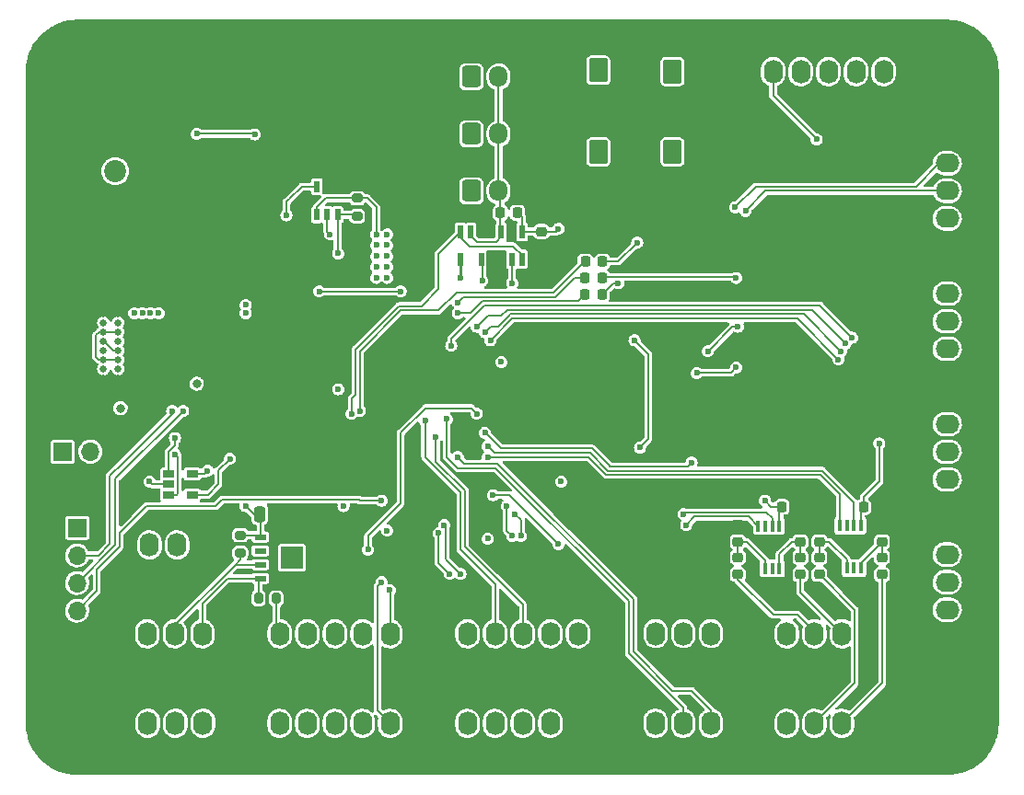
<source format=gbr>
%TF.GenerationSoftware,KiCad,Pcbnew,(6.0.0-rc1-29-g9238b27f63)*%
%TF.CreationDate,2021-12-03T12:49:23+01:00*%
%TF.ProjectId,robolympics_hub,726f626f-6c79-46d7-9069-63735f687562,rev?*%
%TF.SameCoordinates,Original*%
%TF.FileFunction,Copper,L4,Bot*%
%TF.FilePolarity,Positive*%
%FSLAX46Y46*%
G04 Gerber Fmt 4.6, Leading zero omitted, Abs format (unit mm)*
G04 Created by KiCad (PCBNEW (6.0.0-rc1-29-g9238b27f63)) date 2021-12-03 12:49:23*
%MOMM*%
%LPD*%
G01*
G04 APERTURE LIST*
G04 Aperture macros list*
%AMRoundRect*
0 Rectangle with rounded corners*
0 $1 Rounding radius*
0 $2 $3 $4 $5 $6 $7 $8 $9 X,Y pos of 4 corners*
0 Add a 4 corners polygon primitive as box body*
4,1,4,$2,$3,$4,$5,$6,$7,$8,$9,$2,$3,0*
0 Add four circle primitives for the rounded corners*
1,1,$1+$1,$2,$3*
1,1,$1+$1,$4,$5*
1,1,$1+$1,$6,$7*
1,1,$1+$1,$8,$9*
0 Add four rect primitives between the rounded corners*
20,1,$1+$1,$2,$3,$4,$5,0*
20,1,$1+$1,$4,$5,$6,$7,0*
20,1,$1+$1,$6,$7,$8,$9,0*
20,1,$1+$1,$8,$9,$2,$3,0*%
G04 Aperture macros list end*
%TA.AperFunction,ComponentPad*%
%ADD10RoundRect,0.250000X0.620000X0.845000X-0.620000X0.845000X-0.620000X-0.845000X0.620000X-0.845000X0*%
%TD*%
%TA.AperFunction,ComponentPad*%
%ADD11O,1.740000X2.190000*%
%TD*%
%TA.AperFunction,ComponentPad*%
%ADD12R,1.700000X1.700000*%
%TD*%
%TA.AperFunction,ComponentPad*%
%ADD13O,1.700000X1.700000*%
%TD*%
%TA.AperFunction,ComponentPad*%
%ADD14RoundRect,0.250000X-0.600000X-0.725000X0.600000X-0.725000X0.600000X0.725000X-0.600000X0.725000X0*%
%TD*%
%TA.AperFunction,ComponentPad*%
%ADD15O,1.700000X1.950000*%
%TD*%
%TA.AperFunction,ComponentPad*%
%ADD16C,5.400000*%
%TD*%
%TA.AperFunction,ComponentPad*%
%ADD17RoundRect,0.250000X-0.620000X-0.845000X0.620000X-0.845000X0.620000X0.845000X-0.620000X0.845000X0*%
%TD*%
%TA.AperFunction,ComponentPad*%
%ADD18RoundRect,0.250000X-0.845000X0.620000X-0.845000X-0.620000X0.845000X-0.620000X0.845000X0.620000X0*%
%TD*%
%TA.AperFunction,ComponentPad*%
%ADD19O,2.190000X1.740000*%
%TD*%
%TA.AperFunction,ComponentPad*%
%ADD20C,0.650000*%
%TD*%
%TA.AperFunction,ComponentPad*%
%ADD21O,2.216000X1.108000*%
%TD*%
%TA.AperFunction,ComponentPad*%
%ADD22R,2.025000X2.025000*%
%TD*%
%TA.AperFunction,ComponentPad*%
%ADD23C,2.025000*%
%TD*%
%TA.AperFunction,SMDPad,CuDef*%
%ADD24R,1.060000X0.650000*%
%TD*%
%TA.AperFunction,SMDPad,CuDef*%
%ADD25R,0.450000X1.100000*%
%TD*%
%TA.AperFunction,SMDPad,CuDef*%
%ADD26R,0.500000X1.250000*%
%TD*%
%TA.AperFunction,SMDPad,CuDef*%
%ADD27RoundRect,0.218750X0.218750X0.256250X-0.218750X0.256250X-0.218750X-0.256250X0.218750X-0.256250X0*%
%TD*%
%TA.AperFunction,SMDPad,CuDef*%
%ADD28RoundRect,0.218750X-0.218750X-0.256250X0.218750X-0.256250X0.218750X0.256250X-0.218750X0.256250X0*%
%TD*%
%TA.AperFunction,SMDPad,CuDef*%
%ADD29RoundRect,0.200000X-0.275000X0.200000X-0.275000X-0.200000X0.275000X-0.200000X0.275000X0.200000X0*%
%TD*%
%TA.AperFunction,SMDPad,CuDef*%
%ADD30RoundRect,0.218750X0.256250X-0.218750X0.256250X0.218750X-0.256250X0.218750X-0.256250X-0.218750X0*%
%TD*%
%TA.AperFunction,SMDPad,CuDef*%
%ADD31RoundRect,0.218750X-0.256250X0.218750X-0.256250X-0.218750X0.256250X-0.218750X0.256250X0.218750X0*%
%TD*%
%TA.AperFunction,SMDPad,CuDef*%
%ADD32R,0.550000X1.050000*%
%TD*%
%TA.AperFunction,SMDPad,CuDef*%
%ADD33RoundRect,0.250000X-0.250000X-0.475000X0.250000X-0.475000X0.250000X0.475000X-0.250000X0.475000X0*%
%TD*%
%TA.AperFunction,SMDPad,CuDef*%
%ADD34R,1.100000X0.500000*%
%TD*%
%TA.AperFunction,SMDPad,CuDef*%
%ADD35R,2.000000X2.000000*%
%TD*%
%TA.AperFunction,SMDPad,CuDef*%
%ADD36RoundRect,0.200000X0.200000X0.275000X-0.200000X0.275000X-0.200000X-0.275000X0.200000X-0.275000X0*%
%TD*%
%TA.AperFunction,ViaPad*%
%ADD37C,0.600000*%
%TD*%
%TA.AperFunction,ViaPad*%
%ADD38C,0.800000*%
%TD*%
%TA.AperFunction,Conductor*%
%ADD39C,0.200000*%
%TD*%
%TA.AperFunction,Conductor*%
%ADD40C,0.250000*%
%TD*%
G04 APERTURE END LIST*
D10*
%TO.P,J19,1,Pin_1*%
%TO.N,GND*%
X174060000Y-116750000D03*
D11*
%TO.P,J19,2,Pin_2*%
%TO.N,I2C1_SDA*%
X171520000Y-116750000D03*
%TO.P,J19,3,Pin_3*%
%TO.N,I2C1_SCL*%
X168980000Y-116750000D03*
%TO.P,J19,4,Pin_4*%
%TO.N,+3V3*%
X166440000Y-116750000D03*
%TD*%
D10*
%TO.P,J23,1,Pin_1*%
%TO.N,GND*%
X208600000Y-125000000D03*
D11*
%TO.P,J23,2,Pin_2*%
X206060000Y-125000000D03*
%TO.P,J23,3,Pin_3*%
%TO.N,+3V3*%
X203520000Y-125000000D03*
%TO.P,J23,4,Pin_4*%
X200980000Y-125000000D03*
%TO.P,J23,5,Pin_5*%
%TO.N,+5V*%
X198440000Y-125000000D03*
%TO.P,J23,6,Pin_6*%
X195900000Y-125000000D03*
%TD*%
D10*
%TO.P,J4,1,Pin_1*%
%TO.N,GND*%
X171740000Y-108580000D03*
D11*
%TO.P,J4,2,Pin_2*%
%TO.N,Net-(J4-Pad2)*%
X169200000Y-108580000D03*
%TO.P,J4,3,Pin_3*%
%TO.N,+5V*%
X166660000Y-108580000D03*
%TD*%
D12*
%TO.P,J3,1,Pin_1*%
%TO.N,+3V3*%
X160000000Y-107000000D03*
D13*
%TO.P,J3,2,Pin_2*%
%TO.N,SWDIO*%
X160000000Y-109540000D03*
%TO.P,J3,3,Pin_3*%
%TO.N,SWCLK*%
X160000000Y-112080000D03*
%TO.P,J3,4,Pin_4*%
%TO.N,NRST*%
X160000000Y-114620000D03*
%TO.P,J3,5,Pin_5*%
%TO.N,GND*%
X160000000Y-117160000D03*
%TD*%
D10*
%TO.P,J7,1,Pin_1*%
%TO.N,GND*%
X220810000Y-116730000D03*
D11*
%TO.P,J7,2,Pin_2*%
%TO.N,USART2_TX*%
X218270000Y-116730000D03*
%TO.P,J7,3,Pin_3*%
%TO.N,USART2_RX*%
X215730000Y-116730000D03*
%TO.P,J7,4,Pin_4*%
%TO.N,+3V3*%
X213190000Y-116730000D03*
%TD*%
D14*
%TO.P,J9,1,Pin_1*%
%TO.N,V_PWR*%
X196250000Y-70750000D03*
D15*
%TO.P,J9,2,Pin_2*%
%TO.N,TTL_DATA*%
X198750000Y-70750000D03*
%TO.P,J9,3,Pin_3*%
%TO.N,GND*%
X201250000Y-70750000D03*
%TD*%
D16*
%TO.P,H4,1,1*%
%TO.N,GND*%
X160000000Y-125000000D03*
%TD*%
D17*
%TO.P,J27,1,Pin_1*%
%TO.N,5V_REG*%
X214730000Y-72420000D03*
D11*
%TO.P,J27,2,Pin_2*%
%TO.N,GND*%
X217270000Y-72420000D03*
%TD*%
D10*
%TO.P,J20,1,Pin_1*%
%TO.N,GND*%
X220810000Y-125000000D03*
D11*
%TO.P,J20,2,Pin_2*%
%TO.N,USART1_TX*%
X218270000Y-125000000D03*
%TO.P,J20,3,Pin_3*%
%TO.N,USART1_RX*%
X215730000Y-125000000D03*
%TO.P,J20,4,Pin_4*%
%TO.N,+3V3*%
X213190000Y-125000000D03*
%TD*%
D10*
%TO.P,J22,1,Pin_1*%
%TO.N,GND*%
X208600000Y-116750000D03*
D11*
%TO.P,J22,2,Pin_2*%
%TO.N,GPIO_EXT_4*%
X206060000Y-116750000D03*
%TO.P,J22,3,Pin_3*%
%TO.N,GPIO_EXT_3*%
X203520000Y-116750000D03*
%TO.P,J22,4,Pin_4*%
%TO.N,PWM2*%
X200980000Y-116750000D03*
%TO.P,J22,5,Pin_5*%
%TO.N,PWM1*%
X198440000Y-116750000D03*
%TO.P,J22,6,Pin_6*%
%TO.N,+3V3*%
X195900000Y-116750000D03*
%TD*%
D12*
%TO.P,J11,1,Pin_1*%
%TO.N,+3V3*%
X158670000Y-100000000D03*
D13*
%TO.P,J11,2,Pin_2*%
%TO.N,BOOT0*%
X161210000Y-100000000D03*
%TD*%
D18*
%TO.P,J16,1,Pin_1*%
%TO.N,GND*%
X240000000Y-106920000D03*
D19*
%TO.P,J16,2,Pin_2*%
%TO.N,RANGE_3_ECHO*%
X240000000Y-109460000D03*
%TO.P,J16,3,Pin_3*%
%TO.N,RANGE_3_TRIG*%
X240000000Y-112000000D03*
%TO.P,J16,4,Pin_4*%
%TO.N,+5V*%
X240000000Y-114540000D03*
%TD*%
D16*
%TO.P,H3,1,1*%
%TO.N,GND*%
X160000000Y-65000000D03*
%TD*%
D20*
%TO.P,J28,A1,GND*%
%TO.N,GND*%
X163775000Y-87275000D03*
%TO.P,J28,A4,VBUS*%
%TO.N,5V_USB*%
X163775000Y-88125000D03*
%TO.P,J28,A5,CC1*%
%TO.N,CC*%
X163775000Y-88975000D03*
%TO.P,J28,A6,DP1*%
%TO.N,USB_IN_P*%
X163775000Y-89825000D03*
%TO.P,J28,A7,DN1*%
%TO.N,USB_IN_N*%
X163775000Y-90675000D03*
%TO.P,J28,A8,SBU1*%
%TO.N,CC*%
X163775000Y-91525000D03*
%TO.P,J28,A9,VBUS*%
%TO.N,5V_USB*%
X163775000Y-92375000D03*
%TO.P,J28,A12,GND*%
%TO.N,GND*%
X163775000Y-93225000D03*
%TO.P,J28,B1,GND*%
X162425000Y-93225000D03*
%TO.P,J28,B4,VBUS*%
%TO.N,5V_USB*%
X162425000Y-92375000D03*
%TO.P,J28,B5,CC2*%
%TO.N,CC*%
X162425000Y-91525000D03*
%TO.P,J28,B6,DP2*%
%TO.N,USB_IN_P*%
X162425000Y-90675000D03*
%TO.P,J28,B7,DN2*%
%TO.N,USB_IN_N*%
X162425000Y-89825000D03*
%TO.P,J28,B8,SBU2*%
%TO.N,CC*%
X162425000Y-88975000D03*
%TO.P,J28,B9,VBUS*%
%TO.N,5V_USB*%
X162425000Y-88125000D03*
%TO.P,J28,B12,GND*%
%TO.N,GND*%
X162425000Y-87275000D03*
D21*
%TO.P,J28,P1,SHELL*%
X162795000Y-85925000D03*
%TO.P,J28,P2,SHELL*%
X162795000Y-94575000D03*
%TO.P,J28,P3,SHELL*%
X159415000Y-94575000D03*
%TO.P,J28,P4,SHELL*%
X159415000Y-85925000D03*
%TD*%
D17*
%TO.P,J26,1,Pin_1*%
%TO.N,V_PWR*%
X207930000Y-64900000D03*
D11*
%TO.P,J26,2,Pin_2*%
%TO.N,GND*%
X210470000Y-64900000D03*
%TD*%
D18*
%TO.P,J12,1,Pin_1*%
%TO.N,GND*%
X240000000Y-82920000D03*
D19*
%TO.P,J12,2,Pin_2*%
%TO.N,RANGE_1_ECHO*%
X240000000Y-85460000D03*
%TO.P,J12,3,Pin_3*%
%TO.N,RANGE_1_TRIG*%
X240000000Y-88000000D03*
%TO.P,J12,4,Pin_4*%
%TO.N,+5V*%
X240000000Y-90540000D03*
%TD*%
D22*
%TO.P,J21,1,Pin_1*%
%TO.N,GND*%
X163500000Y-77687500D03*
D23*
%TO.P,J21,2,Pin_2*%
%TO.N,V_PWR*%
X163500000Y-74187500D03*
%TD*%
D16*
%TO.P,H2,1,1*%
%TO.N,GND*%
X240000000Y-125000000D03*
%TD*%
D18*
%TO.P,J17,1,Pin_1*%
%TO.N,GND*%
X240000000Y-70920000D03*
D19*
%TO.P,J17,2,Pin_2*%
%TO.N,RANGE_4_ECHO*%
X240000000Y-73460000D03*
%TO.P,J17,3,Pin_3*%
%TO.N,RANGE_4_TRIG*%
X240000000Y-76000000D03*
%TO.P,J17,4,Pin_4*%
%TO.N,+5V*%
X240000000Y-78540000D03*
%TD*%
D10*
%TO.P,J15,1,Pin_1*%
%TO.N,GND*%
X232870000Y-125000000D03*
D11*
%TO.P,J15,2,Pin_2*%
%TO.N,Net-(J15-Pad2)*%
X230330000Y-125000000D03*
%TO.P,J15,3,Pin_3*%
%TO.N,Net-(J15-Pad3)*%
X227790000Y-125000000D03*
%TO.P,J15,4,Pin_4*%
%TO.N,+5V*%
X225250000Y-125000000D03*
%TD*%
D16*
%TO.P,H1,1,1*%
%TO.N,GND*%
X240000000Y-65000000D03*
%TD*%
D17*
%TO.P,J1,1,Pin_1*%
%TO.N,V_PWR*%
X207930000Y-72420000D03*
D11*
%TO.P,J1,2,Pin_2*%
%TO.N,GND*%
X210470000Y-72420000D03*
%TD*%
D10*
%TO.P,J18,1,Pin_1*%
%TO.N,GND*%
X174120000Y-124980000D03*
D11*
%TO.P,J18,2,Pin_2*%
%TO.N,I2C1_SDA*%
X171580000Y-124980000D03*
%TO.P,J18,3,Pin_3*%
%TO.N,I2C1_SCL*%
X169040000Y-124980000D03*
%TO.P,J18,4,Pin_4*%
%TO.N,+3V3*%
X166500000Y-124980000D03*
%TD*%
D14*
%TO.P,J10,1,Pin_1*%
%TO.N,V_PWR*%
X196250000Y-65500000D03*
D15*
%TO.P,J10,2,Pin_2*%
%TO.N,TTL_DATA*%
X198750000Y-65500000D03*
%TO.P,J10,3,Pin_3*%
%TO.N,GND*%
X201250000Y-65500000D03*
%TD*%
D14*
%TO.P,J8,1,Pin_1*%
%TO.N,V_PWR*%
X196250000Y-76000000D03*
D15*
%TO.P,J8,2,Pin_2*%
%TO.N,TTL_DATA*%
X198750000Y-76000000D03*
%TO.P,J8,3,Pin_3*%
%TO.N,GND*%
X201250000Y-76000000D03*
%TD*%
D17*
%TO.P,J5,1,Pin_1*%
%TO.N,GND*%
X221450000Y-65020000D03*
D11*
%TO.P,J5,2,Pin_2*%
%TO.N,SPI1_NSS*%
X223990000Y-65020000D03*
%TO.P,J5,3,Pin_3*%
%TO.N,SPI1_MOSI*%
X226530000Y-65020000D03*
%TO.P,J5,4,Pin_4*%
%TO.N,SPI1_MISO*%
X229070000Y-65020000D03*
%TO.P,J5,5,Pin_5*%
%TO.N,SPI1_SCK*%
X231610000Y-65020000D03*
%TO.P,J5,6,Pin_6*%
%TO.N,unconnected-(J5-Pad6)*%
X234150000Y-65020000D03*
%TD*%
D17*
%TO.P,J25,1,Pin_1*%
%TO.N,5V_REG*%
X214730000Y-65020000D03*
D11*
%TO.P,J25,2,Pin_2*%
%TO.N,GND*%
X217270000Y-65020000D03*
%TD*%
D10*
%TO.P,J24,1,Pin_1*%
%TO.N,GND*%
X191330000Y-125000000D03*
D11*
%TO.P,J24,2,Pin_2*%
%TO.N,GPIO_EXT_2*%
X188790000Y-125000000D03*
%TO.P,J24,3,Pin_3*%
%TO.N,SPI2_MOSI*%
X186250000Y-125000000D03*
%TO.P,J24,4,Pin_4*%
%TO.N,SPI2_MISO*%
X183710000Y-125000000D03*
%TO.P,J24,5,Pin_5*%
%TO.N,SPI2_SCK*%
X181170000Y-125000000D03*
%TO.P,J24,6,Pin_6*%
%TO.N,+3V3*%
X178630000Y-125000000D03*
%TD*%
D10*
%TO.P,J6,1,Pin_1*%
%TO.N,GND*%
X191330000Y-116750000D03*
D11*
%TO.P,J6,2,Pin_2*%
%TO.N,GPIO_EXT_1*%
X188790000Y-116750000D03*
%TO.P,J6,3,Pin_3*%
%TO.N,SPI2_MOSI*%
X186250000Y-116750000D03*
%TO.P,J6,4,Pin_4*%
%TO.N,SPI2_MISO*%
X183710000Y-116750000D03*
%TO.P,J6,5,Pin_5*%
%TO.N,SPI2_SCK*%
X181170000Y-116750000D03*
%TO.P,J6,6,Pin_6*%
%TO.N,+3V3*%
X178630000Y-116750000D03*
%TD*%
D18*
%TO.P,J13,1,Pin_1*%
%TO.N,GND*%
X240000000Y-94920000D03*
D19*
%TO.P,J13,2,Pin_2*%
%TO.N,RANGE_2_ECHO*%
X240000000Y-97460000D03*
%TO.P,J13,3,Pin_3*%
%TO.N,RANGE_2_TRIG*%
X240000000Y-100000000D03*
%TO.P,J13,4,Pin_4*%
%TO.N,+5V*%
X240000000Y-102540000D03*
%TD*%
D10*
%TO.P,J14,1,Pin_1*%
%TO.N,GND*%
X232870000Y-116750000D03*
D11*
%TO.P,J14,2,Pin_2*%
%TO.N,Net-(J14-Pad2)*%
X230330000Y-116750000D03*
%TO.P,J14,3,Pin_3*%
%TO.N,Net-(J14-Pad3)*%
X227790000Y-116750000D03*
%TO.P,J14,4,Pin_4*%
%TO.N,+5V*%
X225250000Y-116750000D03*
%TD*%
D24*
%TO.P,U4,1,VCCA*%
%TO.N,+3V3*%
X170600000Y-102050000D03*
%TO.P,U4,2,GND*%
%TO.N,GND*%
X170600000Y-103000000D03*
%TO.P,U4,3,A*%
%TO.N,PWM_NEOPIXEL*%
X170600000Y-103950000D03*
%TO.P,U4,4,B*%
%TO.N,Net-(U4-Pad4)*%
X168400000Y-103950000D03*
%TO.P,U4,5,DIR*%
%TO.N,+3V3*%
X168400000Y-103000000D03*
%TO.P,U4,6,VCCB*%
%TO.N,+5V*%
X168400000Y-102050000D03*
%TD*%
D25*
%TO.P,IC7,1,1A*%
%TO.N,Net-(C20-Pad1)*%
X232075000Y-110700000D03*
%TO.P,IC7,2,3Y*%
%TO.N,unconnected-(IC7-Pad2)*%
X231425000Y-110700000D03*
%TO.P,IC7,3,2A*%
%TO.N,Net-(C22-Pad1)*%
X230775000Y-110700000D03*
%TO.P,IC7,4,GND*%
%TO.N,GND*%
X230125000Y-110700000D03*
%TO.P,IC7,5,2Y*%
%TO.N,ENC_B_R*%
X230125000Y-106800000D03*
%TO.P,IC7,6,3A*%
%TO.N,unconnected-(IC7-Pad6)*%
X230775000Y-106800000D03*
%TO.P,IC7,7,1Y*%
%TO.N,ENC_A_R*%
X231425000Y-106800000D03*
%TO.P,IC7,8,VCC*%
%TO.N,+3V3*%
X232075000Y-106800000D03*
%TD*%
D26*
%TO.P,IC4,1,~{OE}*%
%TO.N,UC_TTL_DIR*%
X195250000Y-79775484D03*
%TO.P,IC4,2,A*%
%TO.N,TTL_DATA*%
X196200000Y-79775484D03*
%TO.P,IC4,3,GND*%
%TO.N,GND*%
X197150000Y-79775484D03*
%TO.P,IC4,4,Y*%
%TO.N,USART6_RX*%
X197150000Y-82275484D03*
%TO.P,IC4,5,VCC*%
%TO.N,+3V3*%
X195250000Y-82275484D03*
%TD*%
D27*
%TO.P,R18,1*%
%TO.N,Net-(D3-Pad2)*%
X208287500Y-84000000D03*
%TO.P,R18,2*%
%TO.N,LED1*%
X206712500Y-84000000D03*
%TD*%
D28*
%TO.P,C17,1*%
%TO.N,+3V3*%
X232312500Y-105100000D03*
%TO.P,C17,2*%
%TO.N,GND*%
X233887500Y-105100000D03*
%TD*%
D29*
%TO.P,R10,1*%
%TO.N,+3V3*%
X175000000Y-107675000D03*
%TO.P,R10,2*%
%TO.N,I2C1_SCL*%
X175000000Y-109325000D03*
%TD*%
D30*
%TO.P,C19,1*%
%TO.N,Net-(C19-Pad1)*%
X226500000Y-108287500D03*
%TO.P,C19,2*%
%TO.N,GND*%
X226500000Y-106712500D03*
%TD*%
D27*
%TO.P,R20,1*%
%TO.N,Net-(D5-Pad2)*%
X208300000Y-82500000D03*
%TO.P,R20,2*%
%TO.N,LED3*%
X206725000Y-82500000D03*
%TD*%
D30*
%TO.P,C20,1*%
%TO.N,Net-(C20-Pad1)*%
X234000000Y-108287500D03*
%TO.P,C20,2*%
%TO.N,GND*%
X234000000Y-106712500D03*
%TD*%
D31*
%TO.P,C29,1*%
%TO.N,+5V*%
X202700000Y-79737984D03*
%TO.P,C29,2*%
%TO.N,GND*%
X202700000Y-81312984D03*
%TD*%
%TO.P,R13,1*%
%TO.N,Net-(C20-Pad1)*%
X234000000Y-109712500D03*
%TO.P,R13,2*%
%TO.N,Net-(J15-Pad2)*%
X234000000Y-111287500D03*
%TD*%
D28*
%TO.P,C18,1*%
%TO.N,+3V3*%
X224812500Y-105050000D03*
%TO.P,C18,2*%
%TO.N,GND*%
X226387500Y-105050000D03*
%TD*%
D31*
%TO.P,R12,1*%
%TO.N,Net-(C19-Pad1)*%
X226500000Y-109712500D03*
%TO.P,R12,2*%
%TO.N,Net-(J14-Pad2)*%
X226500000Y-111287500D03*
%TD*%
D25*
%TO.P,IC6,1,1A*%
%TO.N,Net-(C19-Pad1)*%
X224575000Y-110750000D03*
%TO.P,IC6,2,3Y*%
%TO.N,unconnected-(IC6-Pad2)*%
X223925000Y-110750000D03*
%TO.P,IC6,3,2A*%
%TO.N,Net-(C21-Pad1)*%
X223275000Y-110750000D03*
%TO.P,IC6,4,GND*%
%TO.N,GND*%
X222625000Y-110750000D03*
%TO.P,IC6,5,2Y*%
%TO.N,ENC_B_L*%
X222625000Y-106850000D03*
%TO.P,IC6,6,3A*%
%TO.N,unconnected-(IC6-Pad6)*%
X223275000Y-106850000D03*
%TO.P,IC6,7,1Y*%
%TO.N,ENC_A_L*%
X223925000Y-106850000D03*
%TO.P,IC6,8,VCC*%
%TO.N,+3V3*%
X224575000Y-106850000D03*
%TD*%
D32*
%TO.P,IC3,1,VIN*%
%TO.N,5V_REG*%
X182050000Y-75600000D03*
%TO.P,IC3,2,GND*%
%TO.N,GND*%
X183000000Y-75600000D03*
%TO.P,IC3,3,CTL*%
X183950000Y-75600000D03*
%TO.P,IC3,4,STAT*%
%TO.N,Net-(IC3-Pad4)*%
X183950000Y-78200000D03*
%TO.P,IC3,5,GATE*%
%TO.N,Net-(IC3-Pad5)*%
X183000000Y-78200000D03*
%TO.P,IC3,6,SENSE*%
%TO.N,+5V*%
X182050000Y-78200000D03*
%TD*%
D33*
%TO.P,C15,1*%
%TO.N,+3V3*%
X176800000Y-105750000D03*
%TO.P,C15,2*%
%TO.N,GND*%
X178700000Y-105750000D03*
%TD*%
D26*
%TO.P,IC5,1,OE*%
%TO.N,UC_TTL_DIR*%
X200900000Y-82275484D03*
%TO.P,IC5,2,A*%
%TO.N,USART6_TX*%
X199950000Y-82275484D03*
%TO.P,IC5,3,GND*%
%TO.N,GND*%
X199000000Y-82275484D03*
%TO.P,IC5,4,Y*%
%TO.N,TTL_DATA*%
X199000000Y-79775484D03*
%TO.P,IC5,5,VCC*%
%TO.N,+5V*%
X200900000Y-79775484D03*
%TD*%
D27*
%TO.P,R21,1*%
%TO.N,+5V*%
X200487500Y-78025484D03*
%TO.P,R21,2*%
%TO.N,TTL_DATA*%
X198912500Y-78025484D03*
%TD*%
D34*
%TO.P,U6,1,A0*%
%TO.N,GND*%
X182650000Y-107845000D03*
%TO.P,U6,2,A1*%
X182650000Y-109115000D03*
%TO.P,U6,3,A2*%
X182650000Y-110385000D03*
%TO.P,U6,4,GND*%
X182650000Y-111655000D03*
%TO.P,U6,5,SDA*%
%TO.N,I2C1_SDA*%
X176850000Y-111655000D03*
%TO.P,U6,6,SCL*%
%TO.N,I2C1_SCL*%
X176850000Y-110385000D03*
%TO.P,U6,7,WP*%
%TO.N,unconnected-(U6-Pad7)*%
X176850000Y-109115000D03*
%TO.P,U6,8,VCC*%
%TO.N,+3V3*%
X176850000Y-107845000D03*
D35*
%TO.P,U6,9*%
%TO.N,N/C*%
X179750000Y-109750000D03*
%TD*%
D30*
%TO.P,C22,1*%
%TO.N,Net-(C22-Pad1)*%
X228250000Y-108287500D03*
%TO.P,C22,2*%
%TO.N,GND*%
X228250000Y-106712500D03*
%TD*%
%TO.P,C21,1*%
%TO.N,Net-(C21-Pad1)*%
X220750000Y-108287500D03*
%TO.P,C21,2*%
%TO.N,GND*%
X220750000Y-106712500D03*
%TD*%
D27*
%TO.P,R19,1*%
%TO.N,Net-(D4-Pad2)*%
X208287500Y-85500000D03*
%TO.P,R19,2*%
%TO.N,LED2*%
X206712500Y-85500000D03*
%TD*%
D31*
%TO.P,R14,1*%
%TO.N,Net-(C21-Pad1)*%
X220750000Y-109712500D03*
%TO.P,R14,2*%
%TO.N,Net-(J14-Pad3)*%
X220750000Y-111287500D03*
%TD*%
%TO.P,R15,1*%
%TO.N,Net-(C22-Pad1)*%
X228250000Y-109712500D03*
%TO.P,R15,2*%
%TO.N,Net-(J15-Pad3)*%
X228250000Y-111287500D03*
%TD*%
D29*
%TO.P,R8,1*%
%TO.N,+5V*%
X185750000Y-76675000D03*
%TO.P,R8,2*%
%TO.N,Net-(IC3-Pad4)*%
X185750000Y-78325000D03*
%TD*%
D36*
%TO.P,R22,1*%
%TO.N,+3V3*%
X178325000Y-113500000D03*
%TO.P,R22,2*%
%TO.N,I2C1_SDA*%
X176675000Y-113500000D03*
%TD*%
D37*
%TO.N,GPIO_EXT_3*%
X194250000Y-111250000D03*
X193250000Y-107500000D03*
%TO.N,GPIO_EXT_4*%
X193750000Y-106750000D03*
X195250000Y-111250000D03*
%TO.N,SPI1_NSS*%
X228000000Y-71250000D03*
%TO.N,SPI2_SCK*%
X196750000Y-96500000D03*
X186750000Y-109000000D03*
%TO.N,GPIO_EXT_1*%
X188750000Y-112750000D03*
%TO.N,USART1_TX*%
X195000000Y-100500000D03*
%TO.N,USART1_RX*%
X194000000Y-97000000D03*
%TO.N,UC_TTL_DIR*%
X185241525Y-96502825D03*
%TO.N,LED1*%
X195000000Y-86250000D03*
%TO.N,ENC_B_R*%
X197750000Y-100500000D03*
%TO.N,ENC_A_R*%
X197750000Y-99500000D03*
%TO.N,LED2*%
X195000000Y-87250000D03*
%TO.N,LED3*%
X186000000Y-96250000D03*
%TO.N,USART2_TX*%
X200250000Y-105750000D03*
X200799503Y-107750000D03*
%TO.N,USART2_RX*%
X199500000Y-105000000D03*
X200000000Y-107750000D03*
%TO.N,USART6_TX*%
X200000000Y-84500000D03*
%TO.N,USART6_RX*%
X197250000Y-84250000D03*
%TO.N,PWM1*%
X192000000Y-97150500D03*
%TO.N,PWM2*%
X193000000Y-98650500D03*
%TO.N,GPIO_EXT_2*%
X188000000Y-112000000D03*
%TO.N,PWM_NEOPIXEL*%
X174048911Y-100650500D03*
%TO.N,GND*%
X223500000Y-112500000D03*
X174250000Y-79250000D03*
X171750000Y-103000000D03*
X200750000Y-94500000D03*
X202500000Y-84000000D03*
X175750000Y-77250000D03*
X174250000Y-78250000D03*
X198500000Y-84000000D03*
X175750000Y-79250000D03*
X218000000Y-107250000D03*
X165250000Y-104000000D03*
X175750000Y-78250000D03*
X174250000Y-77250000D03*
%TO.N,5V_USB*%
X166000000Y-87250000D03*
X189750000Y-85250000D03*
X182250000Y-85250000D03*
X165250000Y-87250000D03*
X167500000Y-87250000D03*
X166750000Y-87250000D03*
%TO.N,BAT_MEAS*%
X211750000Y-99599500D03*
X211250000Y-89750000D03*
%TO.N,+5V*%
X188500000Y-83000000D03*
X187500000Y-83000000D03*
X187500000Y-80000000D03*
X188500000Y-81000000D03*
X188500000Y-82000000D03*
X169000000Y-98750000D03*
X187500000Y-84000000D03*
X187500000Y-81000000D03*
X188500000Y-84000000D03*
X204250000Y-79500000D03*
X188500000Y-80000000D03*
X187500000Y-82000000D03*
%TO.N,Net-(C10-Pad2)*%
X176338000Y-70795000D03*
X171000000Y-70750000D03*
%TO.N,5V_REG*%
X179250000Y-78250000D03*
%TO.N,Net-(U4-Pad4)*%
X169000000Y-100250000D03*
%TO.N,ENC_A_L*%
X215750000Y-105750000D03*
%TO.N,ENC_B_L*%
X216000000Y-106750000D03*
%TO.N,NRST*%
X198250000Y-104000000D03*
X188000000Y-104500000D03*
X204250000Y-108500000D03*
%TO.N,SWDIO*%
X168750000Y-96250000D03*
%TO.N,SWCLK*%
X169750000Y-96250000D03*
%TO.N,RANGE_1_ECHO*%
X220750000Y-88500000D03*
X218000000Y-90750000D03*
%TO.N,RANGE_1_TRIG*%
X216971448Y-92750000D03*
X220599500Y-92250000D03*
%TO.N,RANGE_2_ECHO*%
X194400500Y-90250000D03*
X231250000Y-89500000D03*
%TO.N,RANGE_2_TRIG*%
X196750000Y-88500000D03*
X230650500Y-90034414D03*
%TO.N,RANGE_3_ECHO*%
X230250000Y-90750000D03*
X197500000Y-89000000D03*
%TO.N,RANGE_3_TRIG*%
X198000000Y-89750000D03*
X229997175Y-91508475D03*
%TO.N,RANGE_4_ECHO*%
X220500000Y-77500000D03*
%TO.N,RANGE_4_TRIG*%
X221456469Y-77840500D03*
%TO.N,Net-(D3-Pad2)*%
X220599500Y-84000000D03*
%TO.N,Net-(D4-Pad2)*%
X209750000Y-84500000D03*
%TO.N,Net-(D5-Pad2)*%
X211500000Y-80750000D03*
%TO.N,USER_BTN*%
X197500000Y-98250000D03*
X216500000Y-101000000D03*
%TO.N,Net-(IC3-Pad4)*%
X184000000Y-81750000D03*
%TO.N,Net-(IC3-Pad5)*%
X183250000Y-80000000D03*
%TO.N,+3V3*%
X233750000Y-99250000D03*
X184000000Y-94250000D03*
X172000000Y-101750000D03*
D38*
X164000000Y-96000000D03*
D37*
X175500000Y-105000000D03*
X166665989Y-102750000D03*
X184500000Y-105000000D03*
X175500000Y-87250000D03*
X195250000Y-84000000D03*
X188500000Y-107250000D03*
X175500000Y-86500000D03*
X199000000Y-91750000D03*
X223250000Y-104500000D03*
X204500000Y-102750000D03*
D38*
X171000000Y-93750000D03*
D37*
X197750000Y-108000000D03*
%TD*%
D39*
%TO.N,GPIO_EXT_3*%
X193250000Y-110250000D02*
X194250000Y-111250000D01*
X193250000Y-107500000D02*
X193250000Y-110250000D01*
%TO.N,GPIO_EXT_4*%
X193849511Y-106849511D02*
X193849511Y-109849511D01*
X194000000Y-110000000D02*
X195250000Y-111250000D01*
X193849511Y-109849511D02*
X194000000Y-110000000D01*
X193750000Y-106750000D02*
X193849511Y-106849511D01*
%TO.N,SPI1_NSS*%
X223990000Y-67240000D02*
X223990000Y-65020000D01*
X228000000Y-71250000D02*
X223990000Y-67240000D01*
%TO.N,SPI2_SCK*%
X189750000Y-104750000D02*
X186750000Y-107750000D01*
X189750000Y-98250000D02*
X189750000Y-104750000D01*
X196750000Y-96500000D02*
X196250000Y-96000000D01*
X192000000Y-96000000D02*
X189750000Y-98250000D01*
X186750000Y-107750000D02*
X186750000Y-109000000D01*
X196250000Y-96000000D02*
X192000000Y-96000000D01*
%TO.N,GPIO_EXT_1*%
X188790000Y-112790000D02*
X188790000Y-116750000D01*
X188750000Y-112750000D02*
X188790000Y-112790000D01*
%TO.N,USART1_TX*%
X211149519Y-113584513D02*
X211149519Y-118399519D01*
X216500000Y-122000000D02*
X218270000Y-123770000D01*
X195600480Y-101100480D02*
X198665487Y-101100481D01*
X198665487Y-101100481D02*
X211149519Y-113584513D01*
X195000000Y-100500000D02*
X195600480Y-101100480D01*
X218270000Y-123770000D02*
X218270000Y-125000000D01*
X214750000Y-122000000D02*
X216500000Y-122000000D01*
X211149519Y-118399519D02*
X214750000Y-122000000D01*
%TO.N,USART1_RX*%
X195000000Y-101500000D02*
X198500000Y-101500000D01*
X210750000Y-118565006D02*
X210750000Y-118500000D01*
X215730000Y-125000000D02*
X215730000Y-123545006D01*
X210750000Y-113750000D02*
X210750000Y-118500000D01*
X194000000Y-97000000D02*
X194000000Y-100500000D01*
X198500000Y-101500000D02*
X210750000Y-113750000D01*
X194000000Y-100500000D02*
X195000000Y-101500000D01*
X215730000Y-123545006D02*
X210750000Y-118565006D01*
%TO.N,I2C1_SCL*%
X174467497Y-110467497D02*
X174549994Y-110385000D01*
X168980000Y-116750000D02*
X168980000Y-115954994D01*
X175000000Y-109325000D02*
X175000000Y-109934994D01*
X168980000Y-115954994D02*
X174467497Y-110467497D01*
X174549994Y-110385000D02*
X176850000Y-110385000D01*
X175000000Y-109934994D02*
X174467497Y-110467497D01*
%TO.N,I2C1_SDA*%
X171520000Y-116750000D02*
X171520000Y-113980000D01*
X176675000Y-113500000D02*
X176675000Y-111830000D01*
X173845000Y-111655000D02*
X176850000Y-111655000D01*
X176675000Y-111830000D02*
X176850000Y-111655000D01*
X171520000Y-113980000D02*
X173845000Y-111655000D01*
%TO.N,UC_TTL_DIR*%
X185600480Y-94750000D02*
X185600481Y-90584513D01*
X193250000Y-81775484D02*
X195250000Y-79775484D01*
X195250000Y-80239604D02*
X195250000Y-79775484D01*
X189584514Y-86600480D02*
X191649520Y-86600480D01*
X191649520Y-86600480D02*
X193250000Y-85000000D01*
X200900000Y-81900484D02*
X200099032Y-81099516D01*
X200900000Y-82275484D02*
X200900000Y-81900484D01*
X196109910Y-81099514D02*
X195250000Y-80239604D01*
X185241525Y-95108955D02*
X185600480Y-94750000D01*
X200099032Y-81099516D02*
X196109910Y-81099514D01*
X185241525Y-96502825D02*
X185241525Y-95108955D01*
X185600481Y-90584513D02*
X189584514Y-86600480D01*
X193250000Y-85000000D02*
X193250000Y-81775484D01*
%TO.N,LED1*%
X197252401Y-85752401D02*
X204000000Y-85752401D01*
X195000000Y-86250000D02*
X195500000Y-85750000D01*
X204000000Y-85752401D02*
X205752401Y-84000000D01*
X195500000Y-85750000D02*
X197250000Y-85750000D01*
X197250000Y-85750000D02*
X197252401Y-85752401D01*
X205752401Y-84000000D02*
X206712500Y-84000000D01*
%TO.N,ENC_B_R*%
X230125000Y-106800000D02*
X230125000Y-103940006D01*
X207000000Y-100500000D02*
X197750000Y-100500000D01*
X208649520Y-102149520D02*
X207000000Y-100500000D01*
X230125000Y-103940006D02*
X228334514Y-102149520D01*
X228334514Y-102149520D02*
X208649520Y-102149520D01*
%TO.N,ENC_A_R*%
X231425000Y-104675000D02*
X228500000Y-101750000D01*
X198350480Y-100100480D02*
X197750000Y-99500000D01*
X228500000Y-101750000D02*
X208815006Y-101750000D01*
X207165487Y-100100481D02*
X198350480Y-100100480D01*
X208815006Y-101750000D02*
X207165487Y-100100481D01*
X231425000Y-106800000D02*
X231425000Y-104675000D01*
%TO.N,LED2*%
X196184994Y-87250000D02*
X197283073Y-86151921D01*
X206060579Y-86151921D02*
X206712500Y-85500000D01*
X195000000Y-87250000D02*
X196184994Y-87250000D01*
X197283073Y-86151921D02*
X206060579Y-86151921D01*
%TO.N,LED3*%
X186000000Y-90750000D02*
X189750000Y-87000000D01*
X203836914Y-85350481D02*
X206687395Y-82500000D01*
X193250000Y-87000000D02*
X194899520Y-85350480D01*
X195665487Y-85350481D02*
X203836914Y-85350481D01*
X194899520Y-85350480D02*
X195665487Y-85350481D01*
X206687395Y-82500000D02*
X206725000Y-82500000D01*
X189750000Y-87000000D02*
X193250000Y-87000000D01*
X186000000Y-96250000D02*
X186000000Y-90750000D01*
%TO.N,USART2_TX*%
X200799503Y-106299503D02*
X200799503Y-107750000D01*
X200250000Y-105750000D02*
X200799503Y-106299503D01*
%TO.N,USART2_RX*%
X199500000Y-105000000D02*
X199500000Y-107250000D01*
X199500000Y-107250000D02*
X200000000Y-107750000D01*
%TO.N,USART6_TX*%
X200000000Y-84500000D02*
X200000000Y-82325484D01*
X200000000Y-82325484D02*
X199950000Y-82275484D01*
%TO.N,USART6_RX*%
X197250000Y-84250000D02*
X197250000Y-82375484D01*
X197250000Y-82375484D02*
X197150000Y-82275484D01*
%TO.N,PWM1*%
X192000000Y-97150500D02*
X192000000Y-100500000D01*
X192000000Y-100500000D02*
X195250000Y-103750000D01*
X195250000Y-109000000D02*
X198440000Y-112190000D01*
X195250000Y-103750000D02*
X195250000Y-109000000D01*
X198440000Y-112190000D02*
X198440000Y-116750000D01*
%TO.N,PWM2*%
X195649520Y-103584514D02*
X195649520Y-108750000D01*
X193000000Y-98650500D02*
X193000000Y-100934994D01*
X200980000Y-114080480D02*
X200980000Y-116750000D01*
X195649520Y-108750000D02*
X200980000Y-114080480D01*
X193000000Y-100934994D02*
X195649520Y-103584514D01*
%TO.N,GPIO_EXT_2*%
X187620480Y-123830480D02*
X188790000Y-125000000D01*
X187620480Y-112379520D02*
X187620480Y-123830480D01*
X188000000Y-112000000D02*
X187620480Y-112379520D01*
%TO.N,PWM_NEOPIXEL*%
X174048911Y-100650500D02*
X173000000Y-101699411D01*
X173000000Y-103000000D02*
X172050000Y-103950000D01*
X173000000Y-101699411D02*
X173000000Y-103000000D01*
X172050000Y-103950000D02*
X170600000Y-103950000D01*
%TO.N,5V_USB*%
X189750000Y-85250000D02*
X182250000Y-85250000D01*
%TO.N,USB_IN_N*%
X163308193Y-90675000D02*
X162458193Y-89825000D01*
X163775000Y-90675000D02*
X163308193Y-90675000D01*
X162458193Y-89825000D02*
X162425000Y-89825000D01*
%TO.N,BAT_MEAS*%
X212500000Y-98849500D02*
X212500000Y-96250000D01*
X211750000Y-99599500D02*
X212500000Y-98849500D01*
X212500000Y-96250000D02*
X212500000Y-91000000D01*
X212500000Y-91000000D02*
X211250000Y-89750000D01*
%TO.N,+5V*%
X200900000Y-79775484D02*
X200900000Y-78437984D01*
X182850000Y-76675000D02*
X185750000Y-76675000D01*
X200900000Y-78437984D02*
X200487500Y-78025484D01*
X186675000Y-76675000D02*
X187500000Y-77500000D01*
X182050000Y-78200000D02*
X182050000Y-77475000D01*
X204012016Y-79737984D02*
X204250000Y-79500000D01*
X169000000Y-99402162D02*
X169000000Y-98750000D01*
X182050000Y-77475000D02*
X182850000Y-76675000D01*
X202700000Y-79737984D02*
X200937500Y-79737984D01*
X168400000Y-102050000D02*
X168400000Y-100002162D01*
X200937500Y-79737984D02*
X200900000Y-79775484D01*
X168400000Y-100002162D02*
X169000000Y-99402162D01*
X185750000Y-76675000D02*
X186675000Y-76675000D01*
X202700000Y-79737984D02*
X204012016Y-79737984D01*
X187500000Y-77500000D02*
X187500000Y-80000000D01*
%TO.N,Net-(C10-Pad2)*%
X171000000Y-70750000D02*
X176293000Y-70750000D01*
X176293000Y-70750000D02*
X176338000Y-70795000D01*
%TO.N,5V_REG*%
X179250000Y-77000000D02*
X179250000Y-78250000D01*
X182050000Y-75600000D02*
X180650000Y-75600000D01*
X179500000Y-76750000D02*
X179250000Y-77000000D01*
X180650000Y-75600000D02*
X179500000Y-76750000D01*
%TO.N,Net-(U4-Pad4)*%
X168400000Y-103950000D02*
X169130000Y-103950000D01*
X169229511Y-100479511D02*
X169000000Y-100250000D01*
X169130000Y-103950000D02*
X169229511Y-103850489D01*
X169229511Y-103850489D02*
X169229511Y-100479511D01*
%TO.N,TTL_DATA*%
X196200000Y-79775484D02*
X196200000Y-80150484D01*
X198912500Y-76162500D02*
X198750000Y-76000000D01*
X198750000Y-70750000D02*
X198750000Y-65500000D01*
X198912500Y-78025484D02*
X198912500Y-76162500D01*
X196749511Y-80699995D02*
X198525489Y-80699995D01*
X198912500Y-79687984D02*
X199000000Y-79775484D01*
X198525489Y-80699995D02*
X199000000Y-80225484D01*
X199000000Y-80225484D02*
X199000000Y-79775484D01*
X198750000Y-76000000D02*
X198750000Y-70750000D01*
X196200000Y-80150484D02*
X196749511Y-80699995D01*
X198912500Y-78025484D02*
X198912500Y-79687984D01*
%TO.N,Net-(C19-Pad1)*%
X224575000Y-109425000D02*
X224575000Y-110750000D01*
X226500000Y-108287500D02*
X226500000Y-109712500D01*
X226500000Y-108287500D02*
X225712500Y-108287500D01*
X225712500Y-108287500D02*
X224575000Y-109425000D01*
%TO.N,Net-(C20-Pad1)*%
X231949511Y-110574511D02*
X232075000Y-110700000D01*
X234000000Y-109712500D02*
X234000000Y-108287500D01*
X231949511Y-110337989D02*
X231949511Y-110574511D01*
X234000000Y-108287500D02*
X231949511Y-110337989D01*
%TO.N,Net-(C21-Pad1)*%
X221536522Y-108287500D02*
X223275000Y-110025978D01*
X223275000Y-110025978D02*
X223275000Y-110750000D01*
X220750000Y-108287500D02*
X220750000Y-109712500D01*
X220750000Y-108287500D02*
X221536522Y-108287500D01*
%TO.N,Net-(C22-Pad1)*%
X230775000Y-109950000D02*
X230775000Y-110700000D01*
X229112500Y-108287500D02*
X230775000Y-109950000D01*
X228250000Y-108287500D02*
X229112500Y-108287500D01*
X228250000Y-109712500D02*
X228250000Y-108287500D01*
%TO.N,ENC_A_L*%
X215750000Y-105750000D02*
X215924040Y-105575960D01*
X223925000Y-106125978D02*
X223925000Y-106850000D01*
X215924040Y-105575960D02*
X223374982Y-105575960D01*
X223374982Y-105575960D02*
X223925000Y-106125978D01*
%TO.N,ENC_B_L*%
X216000000Y-106750000D02*
X216774520Y-105975480D01*
X216774520Y-105975480D02*
X221750480Y-105975480D01*
X221750480Y-105975480D02*
X222625000Y-106850000D01*
%TO.N,Net-(J14-Pad3)*%
X227790000Y-116540000D02*
X227790000Y-116750000D01*
X224000000Y-115000000D02*
X226250000Y-115000000D01*
X220750000Y-111750000D02*
X224000000Y-115000000D01*
X220750000Y-111287500D02*
X220750000Y-111750000D01*
X226250000Y-115000000D02*
X227790000Y-116540000D01*
%TO.N,Net-(J15-Pad3)*%
X231499520Y-121290480D02*
X227790000Y-125000000D01*
X228250000Y-111287500D02*
X231499520Y-114537020D01*
X231499520Y-114537020D02*
X231499520Y-121290480D01*
%TO.N,Net-(J14-Pad2)*%
X226500000Y-112920000D02*
X230330000Y-116750000D01*
X226500000Y-111287500D02*
X226500000Y-112920000D01*
%TO.N,Net-(J15-Pad2)*%
X234039520Y-111327020D02*
X234000000Y-111287500D01*
X230330000Y-125000000D02*
X234039520Y-121290480D01*
X234039520Y-121290480D02*
X234039520Y-111327020D01*
%TO.N,CC*%
X161750000Y-91309619D02*
X161750000Y-89250000D01*
X163775000Y-88975000D02*
X162425000Y-88975000D01*
X162025000Y-88975000D02*
X162425000Y-88975000D01*
X161750000Y-89250000D02*
X162025000Y-88975000D01*
X161965381Y-91525000D02*
X161750000Y-91309619D01*
X162425000Y-91525000D02*
X161965381Y-91525000D01*
X163775000Y-91525000D02*
X162425000Y-91525000D01*
%TO.N,NRST*%
X172750000Y-105000000D02*
X173349511Y-104400489D01*
X163899519Y-107500000D02*
X166399519Y-105000000D01*
X173349511Y-104400489D02*
X185900489Y-104400489D01*
X166399519Y-105000000D02*
X172750000Y-105000000D01*
X199750000Y-104000000D02*
X204250000Y-108500000D01*
X198250000Y-104000000D02*
X199750000Y-104000000D01*
X185900489Y-104400489D02*
X186000000Y-104500000D01*
X161822503Y-112797497D02*
X161822503Y-110822503D01*
X188000000Y-104500000D02*
X186000000Y-104500000D01*
X160000000Y-114620000D02*
X161822503Y-112797497D01*
X163899519Y-108745487D02*
X163899519Y-107500000D01*
X161822503Y-110822503D02*
X163899519Y-108745487D01*
%TO.N,SWDIO*%
X160000000Y-109540000D02*
X161974994Y-109540000D01*
X164250000Y-101000000D02*
X168750000Y-96500000D01*
X168750000Y-96500000D02*
X168750000Y-96250000D01*
X161974994Y-109540000D02*
X163007497Y-108507497D01*
X163000000Y-102250000D02*
X164250000Y-101000000D01*
X163007497Y-108507497D02*
X163007497Y-103257497D01*
X163007497Y-103257497D02*
X163000000Y-103250000D01*
X163000000Y-103250000D02*
X163000000Y-102250000D01*
%TO.N,SWCLK*%
X169750000Y-96250000D02*
X163500000Y-102500000D01*
X163500000Y-102500000D02*
X163500000Y-108580000D01*
X163500000Y-108580000D02*
X160000000Y-112080000D01*
%TO.N,RANGE_1_ECHO*%
X218000000Y-90750000D02*
X220250000Y-88500000D01*
X220250000Y-88500000D02*
X220750000Y-88500000D01*
%TO.N,RANGE_1_TRIG*%
X220099500Y-92750000D02*
X220599500Y-92250000D01*
X216971448Y-92750000D02*
X220099500Y-92750000D01*
%TO.N,RANGE_2_ECHO*%
X231250000Y-89500000D02*
X228301441Y-86551441D01*
X211301441Y-86551441D02*
X197448559Y-86551441D01*
X196000000Y-88000000D02*
X194400500Y-89599500D01*
X197448559Y-86551441D02*
X196000000Y-88000000D01*
X194400500Y-89599500D02*
X194400500Y-90250000D01*
X228301441Y-86551441D02*
X211301441Y-86551441D01*
%TO.N,RANGE_2_TRIG*%
X199549040Y-86950960D02*
X199000000Y-87500000D01*
X227567046Y-86950960D02*
X211000000Y-86950960D01*
X230650500Y-90034414D02*
X227567046Y-86950960D01*
X199000000Y-87500000D02*
X197750000Y-87500000D01*
X197750000Y-87500000D02*
X196750000Y-88500000D01*
X211000000Y-86950960D02*
X199549040Y-86950960D01*
%TO.N,RANGE_3_ECHO*%
X199717497Y-87467497D02*
X198684994Y-88500000D01*
X226850480Y-87350480D02*
X211000000Y-87350480D01*
X211000000Y-87350480D02*
X199834514Y-87350480D01*
X198250000Y-88500000D02*
X198000000Y-88500000D01*
X199834514Y-87350480D02*
X199717497Y-87467497D01*
X198684994Y-88500000D02*
X198250000Y-88500000D01*
X230250000Y-90750000D02*
X226850480Y-87350480D01*
X198000000Y-88500000D02*
X197500000Y-89000000D01*
%TO.N,RANGE_3_TRIG*%
X226238700Y-87750000D02*
X210750000Y-87750000D01*
X229997175Y-91508475D02*
X226238700Y-87750000D01*
X200000000Y-87750000D02*
X198000000Y-89750000D01*
X210750000Y-87750000D02*
X200000000Y-87750000D01*
%TO.N,RANGE_4_ECHO*%
X222399520Y-75600480D02*
X237149520Y-75600480D01*
X220500000Y-77500000D02*
X222399520Y-75600480D01*
X237149520Y-75600480D02*
X239290000Y-73460000D01*
X239290000Y-73460000D02*
X240000000Y-73460000D01*
%TO.N,RANGE_4_TRIG*%
X221456469Y-77840500D02*
X223296969Y-76000000D01*
X223296969Y-76000000D02*
X240000000Y-76000000D01*
%TO.N,Net-(D3-Pad2)*%
X208287500Y-84000000D02*
X208387011Y-83900489D01*
X220499989Y-83900489D02*
X220599500Y-84000000D01*
X208387011Y-83900489D02*
X220499989Y-83900489D01*
%TO.N,Net-(D4-Pad2)*%
X209750000Y-84500000D02*
X209287500Y-84500000D01*
X209287500Y-84500000D02*
X208287500Y-85500000D01*
%TO.N,Net-(D5-Pad2)*%
X211500000Y-80750000D02*
X209750000Y-82500000D01*
X209750000Y-82500000D02*
X208300000Y-82500000D01*
%TO.N,USER_BTN*%
X199500000Y-99700960D02*
X207330973Y-99700961D01*
X207565007Y-99934995D02*
X208940006Y-101309994D01*
X208940006Y-101309994D02*
X208980492Y-101350480D01*
X208980492Y-101350480D02*
X215000000Y-101350480D01*
X198950960Y-99700960D02*
X199500000Y-99700960D01*
X215000000Y-101350480D02*
X216149520Y-101350480D01*
X197500000Y-98250000D02*
X198950960Y-99700960D01*
X216149520Y-101350480D02*
X216500000Y-101000000D01*
X207330973Y-99700961D02*
X207565007Y-99934995D01*
%TO.N,Net-(IC3-Pad4)*%
X183950000Y-78200000D02*
X185625000Y-78200000D01*
X183950000Y-81700000D02*
X184000000Y-81750000D01*
X183950000Y-78200000D02*
X183950000Y-81700000D01*
X185625000Y-78200000D02*
X185750000Y-78325000D01*
%TO.N,Net-(IC3-Pad5)*%
X183000000Y-79750000D02*
X183250000Y-80000000D01*
X183000000Y-78200000D02*
X183000000Y-79750000D01*
%TO.N,+3V3*%
X175000000Y-107675000D02*
X176680000Y-107675000D01*
X232075000Y-106650000D02*
X232075000Y-105337500D01*
X178325000Y-116445000D02*
X178630000Y-116750000D01*
X224812500Y-105050000D02*
X223800000Y-105050000D01*
X176850000Y-107845000D02*
X176850000Y-105800000D01*
X171700000Y-102050000D02*
X172000000Y-101750000D01*
X176850000Y-105800000D02*
X176800000Y-105750000D01*
X223800000Y-105050000D02*
X223250000Y-104500000D01*
X232312500Y-104187500D02*
X233500000Y-103000000D01*
D40*
X195250000Y-82275484D02*
X195250000Y-84000000D01*
D39*
X233750000Y-102750000D02*
X233750000Y-99250000D01*
X233500000Y-103000000D02*
X233750000Y-102750000D01*
X176800000Y-105750000D02*
X176250000Y-105750000D01*
X176250000Y-105750000D02*
X175500000Y-105000000D01*
X224575000Y-106850000D02*
X224575000Y-105287500D01*
X170600000Y-102050000D02*
X171700000Y-102050000D01*
X176680000Y-107675000D02*
X176850000Y-107845000D01*
X166915989Y-103000000D02*
X166665989Y-102750000D01*
X168400000Y-103000000D02*
X166915989Y-103000000D01*
X178325000Y-113500000D02*
X178325000Y-116445000D01*
X232312500Y-105100000D02*
X232312500Y-104187500D01*
X224575000Y-105287500D02*
X224812500Y-105050000D01*
X232075000Y-105337500D02*
X232312500Y-105100000D01*
%TD*%
%TA.AperFunction,Conductor*%
%TO.N,GND*%
G36*
X239987153Y-60256421D02*
G01*
X240000000Y-60258976D01*
X240012169Y-60256556D01*
X240022654Y-60256556D01*
X240035693Y-60255559D01*
X240358276Y-60269643D01*
X240408146Y-60271820D01*
X240419094Y-60272778D01*
X240818691Y-60325385D01*
X240829495Y-60327291D01*
X241222990Y-60414527D01*
X241233600Y-60417370D01*
X241617985Y-60538566D01*
X241628299Y-60542319D01*
X242000679Y-60696564D01*
X242010623Y-60701202D01*
X242297060Y-60850311D01*
X242368117Y-60887301D01*
X242377637Y-60892797D01*
X242717557Y-61109350D01*
X242726561Y-61115655D01*
X243046304Y-61361003D01*
X243054724Y-61368068D01*
X243351873Y-61640354D01*
X243359646Y-61648127D01*
X243631932Y-61945276D01*
X243638997Y-61953696D01*
X243884345Y-62273439D01*
X243890650Y-62282443D01*
X244107203Y-62622363D01*
X244112698Y-62631882D01*
X244245863Y-62887688D01*
X244298794Y-62989368D01*
X244303436Y-62999321D01*
X244457678Y-63371694D01*
X244461434Y-63382015D01*
X244570185Y-63726928D01*
X244582630Y-63766399D01*
X244585473Y-63777010D01*
X244672709Y-64170505D01*
X244674615Y-64181309D01*
X244713365Y-64475650D01*
X244727222Y-64580905D01*
X244728180Y-64591855D01*
X244744441Y-64964307D01*
X244743444Y-64977346D01*
X244743444Y-64987831D01*
X244741024Y-65000000D01*
X244743579Y-65012844D01*
X244746000Y-65037425D01*
X244746000Y-124962575D01*
X244743579Y-124987153D01*
X244741024Y-125000000D01*
X244743444Y-125012169D01*
X244743444Y-125022654D01*
X244744441Y-125035693D01*
X244728180Y-125408145D01*
X244727222Y-125419094D01*
X244696846Y-125649830D01*
X244674616Y-125818683D01*
X244672709Y-125829495D01*
X244589626Y-126204260D01*
X244585475Y-126222984D01*
X244582630Y-126233600D01*
X244544988Y-126352988D01*
X244461437Y-126617977D01*
X244457681Y-126628299D01*
X244424904Y-126707430D01*
X244303440Y-127000670D01*
X244298798Y-127010623D01*
X244112699Y-127368117D01*
X244107203Y-127377637D01*
X243890650Y-127717557D01*
X243884345Y-127726561D01*
X243638997Y-128046304D01*
X243631932Y-128054724D01*
X243359646Y-128351873D01*
X243351873Y-128359646D01*
X243054724Y-128631932D01*
X243046304Y-128638997D01*
X242726561Y-128884345D01*
X242717557Y-128890650D01*
X242377637Y-129107203D01*
X242368118Y-129112698D01*
X242010623Y-129298798D01*
X242000679Y-129303436D01*
X241628299Y-129457681D01*
X241617985Y-129461434D01*
X241233601Y-129582630D01*
X241222990Y-129585473D01*
X240829495Y-129672709D01*
X240818691Y-129674615D01*
X240419095Y-129727222D01*
X240408146Y-129728180D01*
X240358276Y-129730357D01*
X240035693Y-129744441D01*
X240022654Y-129743444D01*
X240012169Y-129743444D01*
X240000000Y-129741024D01*
X239987153Y-129743579D01*
X239962575Y-129746000D01*
X160037425Y-129746000D01*
X160012847Y-129743579D01*
X160000000Y-129741024D01*
X159987831Y-129743444D01*
X159977346Y-129743444D01*
X159964307Y-129744441D01*
X159641724Y-129730357D01*
X159591854Y-129728180D01*
X159580905Y-129727222D01*
X159181309Y-129674615D01*
X159170505Y-129672709D01*
X158777010Y-129585473D01*
X158766399Y-129582630D01*
X158382015Y-129461434D01*
X158371701Y-129457681D01*
X157999321Y-129303436D01*
X157989377Y-129298798D01*
X157631882Y-129112698D01*
X157622363Y-129107203D01*
X157282443Y-128890650D01*
X157273439Y-128884345D01*
X156953696Y-128638997D01*
X156945276Y-128631932D01*
X156648127Y-128359646D01*
X156640354Y-128351873D01*
X156368068Y-128054724D01*
X156361003Y-128046304D01*
X156115655Y-127726561D01*
X156109350Y-127717557D01*
X155892797Y-127377637D01*
X155887301Y-127368117D01*
X155701202Y-127010623D01*
X155696560Y-127000670D01*
X155575097Y-126707430D01*
X155542319Y-126628299D01*
X155538563Y-126617977D01*
X155455013Y-126352988D01*
X155417370Y-126233600D01*
X155414525Y-126222984D01*
X155410374Y-126204260D01*
X155327291Y-125829495D01*
X155325384Y-125818683D01*
X155303155Y-125649830D01*
X155272778Y-125419094D01*
X155271820Y-125408145D01*
X155265291Y-125258611D01*
X165375500Y-125258611D01*
X165390765Y-125418605D01*
X165392454Y-125424361D01*
X165392454Y-125424363D01*
X165396632Y-125438605D01*
X165451168Y-125624503D01*
X165549417Y-125815264D01*
X165681965Y-125984005D01*
X165844029Y-126124637D01*
X166029763Y-126232087D01*
X166078701Y-126249081D01*
X166226799Y-126300509D01*
X166226801Y-126300509D01*
X166232464Y-126302476D01*
X166238399Y-126303337D01*
X166238401Y-126303337D01*
X166438879Y-126332405D01*
X166438882Y-126332405D01*
X166444819Y-126333266D01*
X166659164Y-126323346D01*
X166664988Y-126321942D01*
X166664991Y-126321942D01*
X166861934Y-126274478D01*
X166861936Y-126274477D01*
X166867767Y-126273072D01*
X166873225Y-126270590D01*
X166873229Y-126270589D01*
X167019111Y-126204260D01*
X167063099Y-126184260D01*
X167238114Y-126060113D01*
X167386495Y-125905112D01*
X167502890Y-125724849D01*
X167545647Y-125618755D01*
X167580853Y-125531397D01*
X167580854Y-125531394D01*
X167583097Y-125525828D01*
X167621420Y-125329588D01*
X167623356Y-125319677D01*
X167623356Y-125319674D01*
X167624224Y-125315231D01*
X167624500Y-125309588D01*
X167624500Y-125258611D01*
X167915500Y-125258611D01*
X167930765Y-125418605D01*
X167932454Y-125424361D01*
X167932454Y-125424363D01*
X167936632Y-125438605D01*
X167991168Y-125624503D01*
X168089417Y-125815264D01*
X168221965Y-125984005D01*
X168384029Y-126124637D01*
X168569763Y-126232087D01*
X168618701Y-126249081D01*
X168766799Y-126300509D01*
X168766801Y-126300509D01*
X168772464Y-126302476D01*
X168778399Y-126303337D01*
X168778401Y-126303337D01*
X168978879Y-126332405D01*
X168978882Y-126332405D01*
X168984819Y-126333266D01*
X169199164Y-126323346D01*
X169204988Y-126321942D01*
X169204991Y-126321942D01*
X169401934Y-126274478D01*
X169401936Y-126274477D01*
X169407767Y-126273072D01*
X169413225Y-126270590D01*
X169413229Y-126270589D01*
X169559111Y-126204260D01*
X169603099Y-126184260D01*
X169778114Y-126060113D01*
X169926495Y-125905112D01*
X170042890Y-125724849D01*
X170085647Y-125618755D01*
X170120853Y-125531397D01*
X170120854Y-125531394D01*
X170123097Y-125525828D01*
X170161420Y-125329588D01*
X170163356Y-125319677D01*
X170163356Y-125319674D01*
X170164224Y-125315231D01*
X170164500Y-125309588D01*
X170164500Y-125258611D01*
X170455500Y-125258611D01*
X170470765Y-125418605D01*
X170472454Y-125424361D01*
X170472454Y-125424363D01*
X170476632Y-125438605D01*
X170531168Y-125624503D01*
X170629417Y-125815264D01*
X170761965Y-125984005D01*
X170924029Y-126124637D01*
X171109763Y-126232087D01*
X171158701Y-126249081D01*
X171306799Y-126300509D01*
X171306801Y-126300509D01*
X171312464Y-126302476D01*
X171318399Y-126303337D01*
X171318401Y-126303337D01*
X171518879Y-126332405D01*
X171518882Y-126332405D01*
X171524819Y-126333266D01*
X171739164Y-126323346D01*
X171744988Y-126321942D01*
X171744991Y-126321942D01*
X171941934Y-126274478D01*
X171941936Y-126274477D01*
X171947767Y-126273072D01*
X171953225Y-126270590D01*
X171953229Y-126270589D01*
X172099111Y-126204260D01*
X172143099Y-126184260D01*
X172318114Y-126060113D01*
X172466495Y-125905112D01*
X172582890Y-125724849D01*
X172625647Y-125618755D01*
X172660853Y-125531397D01*
X172660854Y-125531394D01*
X172663097Y-125525828D01*
X172701420Y-125329588D01*
X172703356Y-125319677D01*
X172703356Y-125319674D01*
X172704224Y-125315231D01*
X172704500Y-125309588D01*
X172704500Y-125278611D01*
X177505500Y-125278611D01*
X177520765Y-125438605D01*
X177581168Y-125644503D01*
X177679417Y-125835264D01*
X177811965Y-126004005D01*
X177974029Y-126144637D01*
X178159763Y-126252087D01*
X178213044Y-126270589D01*
X178356799Y-126320509D01*
X178356801Y-126320509D01*
X178362464Y-126322476D01*
X178368399Y-126323337D01*
X178368401Y-126323337D01*
X178568879Y-126352405D01*
X178568882Y-126352405D01*
X178574819Y-126353266D01*
X178789164Y-126343346D01*
X178794988Y-126341942D01*
X178794991Y-126341942D01*
X178991934Y-126294478D01*
X178991936Y-126294477D01*
X178997767Y-126293072D01*
X179003225Y-126290590D01*
X179003229Y-126290589D01*
X179140105Y-126228355D01*
X179193099Y-126204260D01*
X179368114Y-126080113D01*
X179516495Y-125925112D01*
X179632890Y-125744849D01*
X179679244Y-125629830D01*
X179710853Y-125551397D01*
X179710854Y-125551394D01*
X179713097Y-125545828D01*
X179737942Y-125418605D01*
X179753356Y-125339677D01*
X179753356Y-125339674D01*
X179754224Y-125335231D01*
X179754500Y-125329588D01*
X179754500Y-125278611D01*
X180045500Y-125278611D01*
X180060765Y-125438605D01*
X180121168Y-125644503D01*
X180219417Y-125835264D01*
X180351965Y-126004005D01*
X180514029Y-126144637D01*
X180699763Y-126252087D01*
X180753044Y-126270589D01*
X180896799Y-126320509D01*
X180896801Y-126320509D01*
X180902464Y-126322476D01*
X180908399Y-126323337D01*
X180908401Y-126323337D01*
X181108879Y-126352405D01*
X181108882Y-126352405D01*
X181114819Y-126353266D01*
X181329164Y-126343346D01*
X181334988Y-126341942D01*
X181334991Y-126341942D01*
X181531934Y-126294478D01*
X181531936Y-126294477D01*
X181537767Y-126293072D01*
X181543225Y-126290590D01*
X181543229Y-126290589D01*
X181680105Y-126228355D01*
X181733099Y-126204260D01*
X181908114Y-126080113D01*
X182056495Y-125925112D01*
X182172890Y-125744849D01*
X182219244Y-125629830D01*
X182250853Y-125551397D01*
X182250854Y-125551394D01*
X182253097Y-125545828D01*
X182277942Y-125418605D01*
X182293356Y-125339677D01*
X182293356Y-125339674D01*
X182294224Y-125335231D01*
X182294500Y-125329588D01*
X182294500Y-125278611D01*
X182585500Y-125278611D01*
X182600765Y-125438605D01*
X182661168Y-125644503D01*
X182759417Y-125835264D01*
X182891965Y-126004005D01*
X183054029Y-126144637D01*
X183239763Y-126252087D01*
X183293044Y-126270589D01*
X183436799Y-126320509D01*
X183436801Y-126320509D01*
X183442464Y-126322476D01*
X183448399Y-126323337D01*
X183448401Y-126323337D01*
X183648879Y-126352405D01*
X183648882Y-126352405D01*
X183654819Y-126353266D01*
X183869164Y-126343346D01*
X183874988Y-126341942D01*
X183874991Y-126341942D01*
X184071934Y-126294478D01*
X184071936Y-126294477D01*
X184077767Y-126293072D01*
X184083225Y-126290590D01*
X184083229Y-126290589D01*
X184220105Y-126228355D01*
X184273099Y-126204260D01*
X184448114Y-126080113D01*
X184596495Y-125925112D01*
X184712890Y-125744849D01*
X184759244Y-125629830D01*
X184790853Y-125551397D01*
X184790854Y-125551394D01*
X184793097Y-125545828D01*
X184817942Y-125418605D01*
X184833356Y-125339677D01*
X184833356Y-125339674D01*
X184834224Y-125335231D01*
X184834500Y-125329588D01*
X184834500Y-125278611D01*
X185125500Y-125278611D01*
X185140765Y-125438605D01*
X185201168Y-125644503D01*
X185299417Y-125835264D01*
X185431965Y-126004005D01*
X185594029Y-126144637D01*
X185779763Y-126252087D01*
X185833044Y-126270589D01*
X185976799Y-126320509D01*
X185976801Y-126320509D01*
X185982464Y-126322476D01*
X185988399Y-126323337D01*
X185988401Y-126323337D01*
X186188879Y-126352405D01*
X186188882Y-126352405D01*
X186194819Y-126353266D01*
X186409164Y-126343346D01*
X186414988Y-126341942D01*
X186414991Y-126341942D01*
X186611934Y-126294478D01*
X186611936Y-126294477D01*
X186617767Y-126293072D01*
X186623225Y-126290590D01*
X186623229Y-126290589D01*
X186760105Y-126228355D01*
X186813099Y-126204260D01*
X186988114Y-126080113D01*
X187136495Y-125925112D01*
X187252890Y-125744849D01*
X187299244Y-125629830D01*
X187330853Y-125551397D01*
X187330854Y-125551394D01*
X187333097Y-125545828D01*
X187357942Y-125418605D01*
X187373356Y-125339677D01*
X187373356Y-125339674D01*
X187374224Y-125335231D01*
X187374500Y-125329588D01*
X187374500Y-124721389D01*
X187359235Y-124561395D01*
X187351679Y-124535637D01*
X187300520Y-124361250D01*
X187300518Y-124361245D01*
X187298832Y-124355497D01*
X187296087Y-124350167D01*
X187295574Y-124348885D01*
X187288847Y-124278208D01*
X187321400Y-124215114D01*
X187382896Y-124179634D01*
X187453811Y-124183035D01*
X187501658Y-124212997D01*
X187665350Y-124376689D01*
X187699376Y-124439001D01*
X187699919Y-124489934D01*
X187668277Y-124651964D01*
X187665776Y-124664769D01*
X187665500Y-124670412D01*
X187665500Y-125278611D01*
X187680765Y-125438605D01*
X187741168Y-125644503D01*
X187839417Y-125835264D01*
X187971965Y-126004005D01*
X188134029Y-126144637D01*
X188319763Y-126252087D01*
X188373044Y-126270589D01*
X188516799Y-126320509D01*
X188516801Y-126320509D01*
X188522464Y-126322476D01*
X188528399Y-126323337D01*
X188528401Y-126323337D01*
X188728879Y-126352405D01*
X188728882Y-126352405D01*
X188734819Y-126353266D01*
X188949164Y-126343346D01*
X188954988Y-126341942D01*
X188954991Y-126341942D01*
X189151934Y-126294478D01*
X189151936Y-126294477D01*
X189157767Y-126293072D01*
X189163225Y-126290590D01*
X189163229Y-126290589D01*
X189300105Y-126228355D01*
X189353099Y-126204260D01*
X189528114Y-126080113D01*
X189676495Y-125925112D01*
X189792890Y-125744849D01*
X189839244Y-125629830D01*
X189870853Y-125551397D01*
X189870854Y-125551394D01*
X189873097Y-125545828D01*
X189897942Y-125418605D01*
X189913356Y-125339677D01*
X189913356Y-125339674D01*
X189914224Y-125335231D01*
X189914500Y-125329588D01*
X189914500Y-125278611D01*
X194775500Y-125278611D01*
X194790765Y-125438605D01*
X194851168Y-125644503D01*
X194949417Y-125835264D01*
X195081965Y-126004005D01*
X195244029Y-126144637D01*
X195429763Y-126252087D01*
X195483044Y-126270589D01*
X195626799Y-126320509D01*
X195626801Y-126320509D01*
X195632464Y-126322476D01*
X195638399Y-126323337D01*
X195638401Y-126323337D01*
X195838879Y-126352405D01*
X195838882Y-126352405D01*
X195844819Y-126353266D01*
X196059164Y-126343346D01*
X196064988Y-126341942D01*
X196064991Y-126341942D01*
X196261934Y-126294478D01*
X196261936Y-126294477D01*
X196267767Y-126293072D01*
X196273225Y-126290590D01*
X196273229Y-126290589D01*
X196410105Y-126228355D01*
X196463099Y-126204260D01*
X196638114Y-126080113D01*
X196786495Y-125925112D01*
X196902890Y-125744849D01*
X196949244Y-125629830D01*
X196980853Y-125551397D01*
X196980854Y-125551394D01*
X196983097Y-125545828D01*
X197007942Y-125418605D01*
X197023356Y-125339677D01*
X197023356Y-125339674D01*
X197024224Y-125335231D01*
X197024500Y-125329588D01*
X197024500Y-125278611D01*
X197315500Y-125278611D01*
X197330765Y-125438605D01*
X197391168Y-125644503D01*
X197489417Y-125835264D01*
X197621965Y-126004005D01*
X197784029Y-126144637D01*
X197969763Y-126252087D01*
X198023044Y-126270589D01*
X198166799Y-126320509D01*
X198166801Y-126320509D01*
X198172464Y-126322476D01*
X198178399Y-126323337D01*
X198178401Y-126323337D01*
X198378879Y-126352405D01*
X198378882Y-126352405D01*
X198384819Y-126353266D01*
X198599164Y-126343346D01*
X198604988Y-126341942D01*
X198604991Y-126341942D01*
X198801934Y-126294478D01*
X198801936Y-126294477D01*
X198807767Y-126293072D01*
X198813225Y-126290590D01*
X198813229Y-126290589D01*
X198950105Y-126228355D01*
X199003099Y-126204260D01*
X199178114Y-126080113D01*
X199326495Y-125925112D01*
X199442890Y-125744849D01*
X199489244Y-125629830D01*
X199520853Y-125551397D01*
X199520854Y-125551394D01*
X199523097Y-125545828D01*
X199547942Y-125418605D01*
X199563356Y-125339677D01*
X199563356Y-125339674D01*
X199564224Y-125335231D01*
X199564500Y-125329588D01*
X199564500Y-125278611D01*
X199855500Y-125278611D01*
X199870765Y-125438605D01*
X199931168Y-125644503D01*
X200029417Y-125835264D01*
X200161965Y-126004005D01*
X200324029Y-126144637D01*
X200509763Y-126252087D01*
X200563044Y-126270589D01*
X200706799Y-126320509D01*
X200706801Y-126320509D01*
X200712464Y-126322476D01*
X200718399Y-126323337D01*
X200718401Y-126323337D01*
X200918879Y-126352405D01*
X200918882Y-126352405D01*
X200924819Y-126353266D01*
X201139164Y-126343346D01*
X201144988Y-126341942D01*
X201144991Y-126341942D01*
X201341934Y-126294478D01*
X201341936Y-126294477D01*
X201347767Y-126293072D01*
X201353225Y-126290590D01*
X201353229Y-126290589D01*
X201490105Y-126228355D01*
X201543099Y-126204260D01*
X201718114Y-126080113D01*
X201866495Y-125925112D01*
X201982890Y-125744849D01*
X202029244Y-125629830D01*
X202060853Y-125551397D01*
X202060854Y-125551394D01*
X202063097Y-125545828D01*
X202087942Y-125418605D01*
X202103356Y-125339677D01*
X202103356Y-125339674D01*
X202104224Y-125335231D01*
X202104500Y-125329588D01*
X202104500Y-125278611D01*
X202395500Y-125278611D01*
X202410765Y-125438605D01*
X202471168Y-125644503D01*
X202569417Y-125835264D01*
X202701965Y-126004005D01*
X202864029Y-126144637D01*
X203049763Y-126252087D01*
X203103044Y-126270589D01*
X203246799Y-126320509D01*
X203246801Y-126320509D01*
X203252464Y-126322476D01*
X203258399Y-126323337D01*
X203258401Y-126323337D01*
X203458879Y-126352405D01*
X203458882Y-126352405D01*
X203464819Y-126353266D01*
X203679164Y-126343346D01*
X203684988Y-126341942D01*
X203684991Y-126341942D01*
X203881934Y-126294478D01*
X203881936Y-126294477D01*
X203887767Y-126293072D01*
X203893225Y-126290590D01*
X203893229Y-126290589D01*
X204030105Y-126228355D01*
X204083099Y-126204260D01*
X204258114Y-126080113D01*
X204406495Y-125925112D01*
X204522890Y-125744849D01*
X204569244Y-125629830D01*
X204600853Y-125551397D01*
X204600854Y-125551394D01*
X204603097Y-125545828D01*
X204627942Y-125418605D01*
X204643356Y-125339677D01*
X204643356Y-125339674D01*
X204644224Y-125335231D01*
X204644500Y-125329588D01*
X204644500Y-125278611D01*
X212065500Y-125278611D01*
X212080765Y-125438605D01*
X212141168Y-125644503D01*
X212239417Y-125835264D01*
X212371965Y-126004005D01*
X212534029Y-126144637D01*
X212719763Y-126252087D01*
X212773044Y-126270589D01*
X212916799Y-126320509D01*
X212916801Y-126320509D01*
X212922464Y-126322476D01*
X212928399Y-126323337D01*
X212928401Y-126323337D01*
X213128879Y-126352405D01*
X213128882Y-126352405D01*
X213134819Y-126353266D01*
X213349164Y-126343346D01*
X213354988Y-126341942D01*
X213354991Y-126341942D01*
X213551934Y-126294478D01*
X213551936Y-126294477D01*
X213557767Y-126293072D01*
X213563225Y-126290590D01*
X213563229Y-126290589D01*
X213700105Y-126228355D01*
X213753099Y-126204260D01*
X213928114Y-126080113D01*
X214076495Y-125925112D01*
X214192890Y-125744849D01*
X214239244Y-125629830D01*
X214270853Y-125551397D01*
X214270854Y-125551394D01*
X214273097Y-125545828D01*
X214297942Y-125418605D01*
X214313356Y-125339677D01*
X214313356Y-125339674D01*
X214314224Y-125335231D01*
X214314500Y-125329588D01*
X214314500Y-124721389D01*
X214299235Y-124561395D01*
X214238832Y-124355497D01*
X214140583Y-124164736D01*
X214008035Y-123995995D01*
X214002828Y-123991476D01*
X213874885Y-123880453D01*
X213845971Y-123855363D01*
X213660237Y-123747913D01*
X213544501Y-123707723D01*
X213463201Y-123679491D01*
X213463199Y-123679491D01*
X213457536Y-123677524D01*
X213451601Y-123676663D01*
X213451599Y-123676663D01*
X213251121Y-123647595D01*
X213251118Y-123647595D01*
X213245181Y-123646734D01*
X213030836Y-123656654D01*
X213025012Y-123658058D01*
X213025009Y-123658058D01*
X212828066Y-123705522D01*
X212828064Y-123705523D01*
X212822233Y-123706928D01*
X212816775Y-123709410D01*
X212816771Y-123709411D01*
X212736419Y-123745945D01*
X212626901Y-123795740D01*
X212451886Y-123919887D01*
X212398174Y-123975995D01*
X212326603Y-124050760D01*
X212303505Y-124074888D01*
X212187110Y-124255151D01*
X212184867Y-124260717D01*
X212116442Y-124430503D01*
X212106903Y-124454172D01*
X212090994Y-124535637D01*
X212068277Y-124651964D01*
X212065776Y-124664769D01*
X212065500Y-124670412D01*
X212065500Y-125278611D01*
X204644500Y-125278611D01*
X204644500Y-124721389D01*
X204629235Y-124561395D01*
X204568832Y-124355497D01*
X204470583Y-124164736D01*
X204338035Y-123995995D01*
X204332828Y-123991476D01*
X204204885Y-123880453D01*
X204175971Y-123855363D01*
X203990237Y-123747913D01*
X203874501Y-123707723D01*
X203793201Y-123679491D01*
X203793199Y-123679491D01*
X203787536Y-123677524D01*
X203781601Y-123676663D01*
X203781599Y-123676663D01*
X203581121Y-123647595D01*
X203581118Y-123647595D01*
X203575181Y-123646734D01*
X203360836Y-123656654D01*
X203355012Y-123658058D01*
X203355009Y-123658058D01*
X203158066Y-123705522D01*
X203158064Y-123705523D01*
X203152233Y-123706928D01*
X203146775Y-123709410D01*
X203146771Y-123709411D01*
X203066419Y-123745945D01*
X202956901Y-123795740D01*
X202781886Y-123919887D01*
X202728174Y-123975995D01*
X202656603Y-124050760D01*
X202633505Y-124074888D01*
X202517110Y-124255151D01*
X202514867Y-124260717D01*
X202446442Y-124430503D01*
X202436903Y-124454172D01*
X202420994Y-124535637D01*
X202398277Y-124651964D01*
X202395776Y-124664769D01*
X202395500Y-124670412D01*
X202395500Y-125278611D01*
X202104500Y-125278611D01*
X202104500Y-124721389D01*
X202089235Y-124561395D01*
X202028832Y-124355497D01*
X201930583Y-124164736D01*
X201798035Y-123995995D01*
X201792828Y-123991476D01*
X201664885Y-123880453D01*
X201635971Y-123855363D01*
X201450237Y-123747913D01*
X201334501Y-123707723D01*
X201253201Y-123679491D01*
X201253199Y-123679491D01*
X201247536Y-123677524D01*
X201241601Y-123676663D01*
X201241599Y-123676663D01*
X201041121Y-123647595D01*
X201041118Y-123647595D01*
X201035181Y-123646734D01*
X200820836Y-123656654D01*
X200815012Y-123658058D01*
X200815009Y-123658058D01*
X200618066Y-123705522D01*
X200618064Y-123705523D01*
X200612233Y-123706928D01*
X200606775Y-123709410D01*
X200606771Y-123709411D01*
X200526419Y-123745945D01*
X200416901Y-123795740D01*
X200241886Y-123919887D01*
X200188174Y-123975995D01*
X200116603Y-124050760D01*
X200093505Y-124074888D01*
X199977110Y-124255151D01*
X199974867Y-124260717D01*
X199906442Y-124430503D01*
X199896903Y-124454172D01*
X199880994Y-124535637D01*
X199858277Y-124651964D01*
X199855776Y-124664769D01*
X199855500Y-124670412D01*
X199855500Y-125278611D01*
X199564500Y-125278611D01*
X199564500Y-124721389D01*
X199549235Y-124561395D01*
X199488832Y-124355497D01*
X199390583Y-124164736D01*
X199258035Y-123995995D01*
X199252828Y-123991476D01*
X199124885Y-123880453D01*
X199095971Y-123855363D01*
X198910237Y-123747913D01*
X198794501Y-123707723D01*
X198713201Y-123679491D01*
X198713199Y-123679491D01*
X198707536Y-123677524D01*
X198701601Y-123676663D01*
X198701599Y-123676663D01*
X198501121Y-123647595D01*
X198501118Y-123647595D01*
X198495181Y-123646734D01*
X198280836Y-123656654D01*
X198275012Y-123658058D01*
X198275009Y-123658058D01*
X198078066Y-123705522D01*
X198078064Y-123705523D01*
X198072233Y-123706928D01*
X198066775Y-123709410D01*
X198066771Y-123709411D01*
X197986419Y-123745945D01*
X197876901Y-123795740D01*
X197701886Y-123919887D01*
X197648174Y-123975995D01*
X197576603Y-124050760D01*
X197553505Y-124074888D01*
X197437110Y-124255151D01*
X197434867Y-124260717D01*
X197366442Y-124430503D01*
X197356903Y-124454172D01*
X197340994Y-124535637D01*
X197318277Y-124651964D01*
X197315776Y-124664769D01*
X197315500Y-124670412D01*
X197315500Y-125278611D01*
X197024500Y-125278611D01*
X197024500Y-124721389D01*
X197009235Y-124561395D01*
X196948832Y-124355497D01*
X196850583Y-124164736D01*
X196718035Y-123995995D01*
X196712828Y-123991476D01*
X196584885Y-123880453D01*
X196555971Y-123855363D01*
X196370237Y-123747913D01*
X196254501Y-123707723D01*
X196173201Y-123679491D01*
X196173199Y-123679491D01*
X196167536Y-123677524D01*
X196161601Y-123676663D01*
X196161599Y-123676663D01*
X195961121Y-123647595D01*
X195961118Y-123647595D01*
X195955181Y-123646734D01*
X195740836Y-123656654D01*
X195735012Y-123658058D01*
X195735009Y-123658058D01*
X195538066Y-123705522D01*
X195538064Y-123705523D01*
X195532233Y-123706928D01*
X195526775Y-123709410D01*
X195526771Y-123709411D01*
X195446419Y-123745945D01*
X195336901Y-123795740D01*
X195161886Y-123919887D01*
X195108174Y-123975995D01*
X195036603Y-124050760D01*
X195013505Y-124074888D01*
X194897110Y-124255151D01*
X194894867Y-124260717D01*
X194826442Y-124430503D01*
X194816903Y-124454172D01*
X194800994Y-124535637D01*
X194778277Y-124651964D01*
X194775776Y-124664769D01*
X194775500Y-124670412D01*
X194775500Y-125278611D01*
X189914500Y-125278611D01*
X189914500Y-124721389D01*
X189899235Y-124561395D01*
X189838832Y-124355497D01*
X189740583Y-124164736D01*
X189608035Y-123995995D01*
X189602828Y-123991476D01*
X189474885Y-123880453D01*
X189445971Y-123855363D01*
X189260237Y-123747913D01*
X189144501Y-123707723D01*
X189063201Y-123679491D01*
X189063199Y-123679491D01*
X189057536Y-123677524D01*
X189051601Y-123676663D01*
X189051599Y-123676663D01*
X188851121Y-123647595D01*
X188851118Y-123647595D01*
X188845181Y-123646734D01*
X188630836Y-123656654D01*
X188625012Y-123658058D01*
X188625009Y-123658058D01*
X188428066Y-123705522D01*
X188428064Y-123705523D01*
X188422233Y-123706928D01*
X188416775Y-123709410D01*
X188416771Y-123709411D01*
X188233732Y-123792634D01*
X188226901Y-123795740D01*
X188222149Y-123799111D01*
X188153181Y-123815715D01*
X188086130Y-123792377D01*
X188070301Y-123778963D01*
X188011885Y-123720547D01*
X187977859Y-123658235D01*
X187974980Y-123631452D01*
X187974980Y-118021083D01*
X187994982Y-117952962D01*
X188048638Y-117906469D01*
X188118912Y-117896365D01*
X188164075Y-117912019D01*
X188319763Y-118002087D01*
X188380194Y-118023072D01*
X188516799Y-118070509D01*
X188516801Y-118070509D01*
X188522464Y-118072476D01*
X188528399Y-118073337D01*
X188528401Y-118073337D01*
X188728879Y-118102405D01*
X188728882Y-118102405D01*
X188734819Y-118103266D01*
X188949164Y-118093346D01*
X188954988Y-118091942D01*
X188954991Y-118091942D01*
X189151934Y-118044478D01*
X189151936Y-118044477D01*
X189157767Y-118043072D01*
X189163225Y-118040590D01*
X189163229Y-118040589D01*
X189298508Y-117979081D01*
X189353099Y-117954260D01*
X189528114Y-117830113D01*
X189676495Y-117675112D01*
X189792890Y-117494849D01*
X189839244Y-117379830D01*
X189870853Y-117301397D01*
X189870854Y-117301394D01*
X189873097Y-117295828D01*
X189914224Y-117085231D01*
X189914500Y-117079588D01*
X189914500Y-117028611D01*
X194775500Y-117028611D01*
X194790765Y-117188605D01*
X194851168Y-117394503D01*
X194949417Y-117585264D01*
X195081965Y-117754005D01*
X195244029Y-117894637D01*
X195429763Y-118002087D01*
X195490194Y-118023072D01*
X195626799Y-118070509D01*
X195626801Y-118070509D01*
X195632464Y-118072476D01*
X195638399Y-118073337D01*
X195638401Y-118073337D01*
X195838879Y-118102405D01*
X195838882Y-118102405D01*
X195844819Y-118103266D01*
X196059164Y-118093346D01*
X196064988Y-118091942D01*
X196064991Y-118091942D01*
X196261934Y-118044478D01*
X196261936Y-118044477D01*
X196267767Y-118043072D01*
X196273225Y-118040590D01*
X196273229Y-118040589D01*
X196408508Y-117979081D01*
X196463099Y-117954260D01*
X196638114Y-117830113D01*
X196786495Y-117675112D01*
X196902890Y-117494849D01*
X196949244Y-117379830D01*
X196980853Y-117301397D01*
X196980854Y-117301394D01*
X196983097Y-117295828D01*
X197024224Y-117085231D01*
X197024500Y-117079588D01*
X197024500Y-116471389D01*
X197009235Y-116311395D01*
X196948832Y-116105497D01*
X196850583Y-115914736D01*
X196718035Y-115745995D01*
X196696011Y-115726883D01*
X196606529Y-115649235D01*
X196555971Y-115605363D01*
X196370237Y-115497913D01*
X196254501Y-115457723D01*
X196173201Y-115429491D01*
X196173199Y-115429491D01*
X196167536Y-115427524D01*
X196161601Y-115426663D01*
X196161599Y-115426663D01*
X195961121Y-115397595D01*
X195961118Y-115397595D01*
X195955181Y-115396734D01*
X195740836Y-115406654D01*
X195735012Y-115408058D01*
X195735009Y-115408058D01*
X195538066Y-115455522D01*
X195538064Y-115455523D01*
X195532233Y-115456928D01*
X195526775Y-115459410D01*
X195526771Y-115459411D01*
X195435480Y-115500919D01*
X195336901Y-115545740D01*
X195161886Y-115669887D01*
X195013505Y-115824888D01*
X194897110Y-116005151D01*
X194886176Y-116032281D01*
X194827208Y-116178603D01*
X194816903Y-116204172D01*
X194815753Y-116210062D01*
X194778277Y-116401964D01*
X194775776Y-116414769D01*
X194775500Y-116420412D01*
X194775500Y-117028611D01*
X189914500Y-117028611D01*
X189914500Y-116471389D01*
X189899235Y-116311395D01*
X189838832Y-116105497D01*
X189740583Y-115914736D01*
X189608035Y-115745995D01*
X189586011Y-115726883D01*
X189496529Y-115649235D01*
X189445971Y-115605363D01*
X189260237Y-115497913D01*
X189254567Y-115495944D01*
X189229168Y-115487124D01*
X189171378Y-115445883D01*
X189145058Y-115379945D01*
X189144500Y-115368096D01*
X189144500Y-113189515D01*
X189164502Y-113121394D01*
X189170538Y-113112811D01*
X189229325Y-113036198D01*
X189229328Y-113036193D01*
X189234355Y-113029642D01*
X189239064Y-113018275D01*
X189287069Y-112902380D01*
X189290228Y-112894754D01*
X189291316Y-112886495D01*
X189308207Y-112758188D01*
X189309285Y-112750000D01*
X189296207Y-112650659D01*
X189291306Y-112613432D01*
X189291305Y-112613430D01*
X189290228Y-112605246D01*
X189234355Y-112470358D01*
X189151398Y-112362246D01*
X189150501Y-112361077D01*
X189150500Y-112361076D01*
X189145474Y-112354526D01*
X189138924Y-112349500D01*
X189138921Y-112349497D01*
X189036196Y-112270673D01*
X189036194Y-112270672D01*
X189029643Y-112265645D01*
X188894754Y-112209772D01*
X188864675Y-112205812D01*
X188758188Y-112191793D01*
X188750000Y-112190715D01*
X188693170Y-112198197D01*
X188623023Y-112187258D01*
X188569924Y-112140130D01*
X188550734Y-112071776D01*
X188551802Y-112056837D01*
X188559285Y-112000000D01*
X188549909Y-111928779D01*
X188541306Y-111863432D01*
X188541305Y-111863430D01*
X188540228Y-111855246D01*
X188512242Y-111787683D01*
X188487515Y-111727986D01*
X188487514Y-111727984D01*
X188484355Y-111720358D01*
X188430674Y-111650399D01*
X188400501Y-111611077D01*
X188400500Y-111611076D01*
X188395474Y-111604526D01*
X188388924Y-111599500D01*
X188388921Y-111599497D01*
X188286196Y-111520673D01*
X188286194Y-111520672D01*
X188279643Y-111515645D01*
X188144754Y-111459772D01*
X188000000Y-111440715D01*
X187991812Y-111441793D01*
X187863432Y-111458694D01*
X187863430Y-111458695D01*
X187855246Y-111459772D01*
X187827338Y-111471332D01*
X187727986Y-111512485D01*
X187727984Y-111512486D01*
X187720358Y-111515645D01*
X187604526Y-111604526D01*
X187515645Y-111720358D01*
X187512486Y-111727984D01*
X187512485Y-111727986D01*
X187487758Y-111787683D01*
X187459772Y-111855246D01*
X187458695Y-111863430D01*
X187458694Y-111863432D01*
X187450091Y-111928779D01*
X187440715Y-112000000D01*
X187441436Y-112005479D01*
X187421791Y-112072385D01*
X187394170Y-112100065D01*
X187395052Y-112101035D01*
X187387349Y-112108045D01*
X187378598Y-112113695D01*
X187359471Y-112137958D01*
X187355921Y-112141953D01*
X187356020Y-112142037D01*
X187352662Y-112146000D01*
X187348986Y-112149676D01*
X187345963Y-112153905D01*
X187345963Y-112153906D01*
X187338626Y-112164172D01*
X187335065Y-112168915D01*
X187311983Y-112198195D01*
X187311982Y-112198197D01*
X187305534Y-112206377D01*
X187302701Y-112214445D01*
X187297727Y-112221405D01*
X187294743Y-112231383D01*
X187284060Y-112267106D01*
X187282224Y-112272755D01*
X187266430Y-112317728D01*
X187265980Y-112322924D01*
X187265980Y-112325629D01*
X187265883Y-112327885D01*
X187265740Y-112328361D01*
X187265694Y-112328359D01*
X187265681Y-112328558D01*
X187263912Y-112334475D01*
X187264321Y-112344879D01*
X187265883Y-112384644D01*
X187265980Y-112389590D01*
X187265980Y-115641600D01*
X187245978Y-115709721D01*
X187192322Y-115756214D01*
X187122048Y-115766318D01*
X187057400Y-115736766D01*
X186927733Y-115624247D01*
X186905971Y-115605363D01*
X186720237Y-115497913D01*
X186604501Y-115457723D01*
X186523201Y-115429491D01*
X186523199Y-115429491D01*
X186517536Y-115427524D01*
X186511601Y-115426663D01*
X186511599Y-115426663D01*
X186311121Y-115397595D01*
X186311118Y-115397595D01*
X186305181Y-115396734D01*
X186090836Y-115406654D01*
X186085012Y-115408058D01*
X186085009Y-115408058D01*
X185888066Y-115455522D01*
X185888064Y-115455523D01*
X185882233Y-115456928D01*
X185876775Y-115459410D01*
X185876771Y-115459411D01*
X185785480Y-115500919D01*
X185686901Y-115545740D01*
X185511886Y-115669887D01*
X185363505Y-115824888D01*
X185247110Y-116005151D01*
X185236176Y-116032281D01*
X185177208Y-116178603D01*
X185166903Y-116204172D01*
X185165753Y-116210062D01*
X185128277Y-116401964D01*
X185125776Y-116414769D01*
X185125500Y-116420412D01*
X185125500Y-117028611D01*
X185140765Y-117188605D01*
X185201168Y-117394503D01*
X185299417Y-117585264D01*
X185431965Y-117754005D01*
X185594029Y-117894637D01*
X185779763Y-118002087D01*
X185840194Y-118023072D01*
X185976799Y-118070509D01*
X185976801Y-118070509D01*
X185982464Y-118072476D01*
X185988399Y-118073337D01*
X185988401Y-118073337D01*
X186188879Y-118102405D01*
X186188882Y-118102405D01*
X186194819Y-118103266D01*
X186409164Y-118093346D01*
X186414988Y-118091942D01*
X186414991Y-118091942D01*
X186611934Y-118044478D01*
X186611936Y-118044477D01*
X186617767Y-118043072D01*
X186623225Y-118040590D01*
X186623229Y-118040589D01*
X186758508Y-117979081D01*
X186813099Y-117954260D01*
X186988114Y-117830113D01*
X186992256Y-117825786D01*
X186992262Y-117825781D01*
X187048962Y-117766551D01*
X187110517Y-117731174D01*
X187181426Y-117734693D01*
X187239177Y-117775989D01*
X187265433Y-117841952D01*
X187265980Y-117853681D01*
X187265980Y-123779223D01*
X187263874Y-123799017D01*
X187263669Y-123803370D01*
X187261477Y-123813550D01*
X187262701Y-123823888D01*
X187265107Y-123844217D01*
X187265422Y-123849563D01*
X187265552Y-123849552D01*
X187265980Y-123854730D01*
X187265980Y-123859931D01*
X187266834Y-123865060D01*
X187266834Y-123865063D01*
X187268405Y-123874501D01*
X187259859Y-123944981D01*
X187214565Y-123999653D01*
X187146904Y-124021158D01*
X187078357Y-124002669D01*
X187061534Y-123990354D01*
X187044987Y-123975995D01*
X186905971Y-123855363D01*
X186720237Y-123747913D01*
X186604501Y-123707723D01*
X186523201Y-123679491D01*
X186523199Y-123679491D01*
X186517536Y-123677524D01*
X186511601Y-123676663D01*
X186511599Y-123676663D01*
X186311121Y-123647595D01*
X186311118Y-123647595D01*
X186305181Y-123646734D01*
X186090836Y-123656654D01*
X186085012Y-123658058D01*
X186085009Y-123658058D01*
X185888066Y-123705522D01*
X185888064Y-123705523D01*
X185882233Y-123706928D01*
X185876775Y-123709410D01*
X185876771Y-123709411D01*
X185796419Y-123745945D01*
X185686901Y-123795740D01*
X185511886Y-123919887D01*
X185458174Y-123975995D01*
X185386603Y-124050760D01*
X185363505Y-124074888D01*
X185247110Y-124255151D01*
X185244867Y-124260717D01*
X185176442Y-124430503D01*
X185166903Y-124454172D01*
X185150994Y-124535637D01*
X185128277Y-124651964D01*
X185125776Y-124664769D01*
X185125500Y-124670412D01*
X185125500Y-125278611D01*
X184834500Y-125278611D01*
X184834500Y-124721389D01*
X184819235Y-124561395D01*
X184758832Y-124355497D01*
X184660583Y-124164736D01*
X184528035Y-123995995D01*
X184522828Y-123991476D01*
X184394885Y-123880453D01*
X184365971Y-123855363D01*
X184180237Y-123747913D01*
X184064501Y-123707723D01*
X183983201Y-123679491D01*
X183983199Y-123679491D01*
X183977536Y-123677524D01*
X183971601Y-123676663D01*
X183971599Y-123676663D01*
X183771121Y-123647595D01*
X183771118Y-123647595D01*
X183765181Y-123646734D01*
X183550836Y-123656654D01*
X183545012Y-123658058D01*
X183545009Y-123658058D01*
X183348066Y-123705522D01*
X183348064Y-123705523D01*
X183342233Y-123706928D01*
X183336775Y-123709410D01*
X183336771Y-123709411D01*
X183256419Y-123745945D01*
X183146901Y-123795740D01*
X182971886Y-123919887D01*
X182918174Y-123975995D01*
X182846603Y-124050760D01*
X182823505Y-124074888D01*
X182707110Y-124255151D01*
X182704867Y-124260717D01*
X182636442Y-124430503D01*
X182626903Y-124454172D01*
X182610994Y-124535637D01*
X182588277Y-124651964D01*
X182585776Y-124664769D01*
X182585500Y-124670412D01*
X182585500Y-125278611D01*
X182294500Y-125278611D01*
X182294500Y-124721389D01*
X182279235Y-124561395D01*
X182218832Y-124355497D01*
X182120583Y-124164736D01*
X181988035Y-123995995D01*
X181982828Y-123991476D01*
X181854885Y-123880453D01*
X181825971Y-123855363D01*
X181640237Y-123747913D01*
X181524501Y-123707723D01*
X181443201Y-123679491D01*
X181443199Y-123679491D01*
X181437536Y-123677524D01*
X181431601Y-123676663D01*
X181431599Y-123676663D01*
X181231121Y-123647595D01*
X181231118Y-123647595D01*
X181225181Y-123646734D01*
X181010836Y-123656654D01*
X181005012Y-123658058D01*
X181005009Y-123658058D01*
X180808066Y-123705522D01*
X180808064Y-123705523D01*
X180802233Y-123706928D01*
X180796775Y-123709410D01*
X180796771Y-123709411D01*
X180716419Y-123745945D01*
X180606901Y-123795740D01*
X180431886Y-123919887D01*
X180378174Y-123975995D01*
X180306603Y-124050760D01*
X180283505Y-124074888D01*
X180167110Y-124255151D01*
X180164867Y-124260717D01*
X180096442Y-124430503D01*
X180086903Y-124454172D01*
X180070994Y-124535637D01*
X180048277Y-124651964D01*
X180045776Y-124664769D01*
X180045500Y-124670412D01*
X180045500Y-125278611D01*
X179754500Y-125278611D01*
X179754500Y-124721389D01*
X179739235Y-124561395D01*
X179678832Y-124355497D01*
X179580583Y-124164736D01*
X179448035Y-123995995D01*
X179442828Y-123991476D01*
X179314885Y-123880453D01*
X179285971Y-123855363D01*
X179100237Y-123747913D01*
X178984501Y-123707723D01*
X178903201Y-123679491D01*
X178903199Y-123679491D01*
X178897536Y-123677524D01*
X178891601Y-123676663D01*
X178891599Y-123676663D01*
X178691121Y-123647595D01*
X178691118Y-123647595D01*
X178685181Y-123646734D01*
X178470836Y-123656654D01*
X178465012Y-123658058D01*
X178465009Y-123658058D01*
X178268066Y-123705522D01*
X178268064Y-123705523D01*
X178262233Y-123706928D01*
X178256775Y-123709410D01*
X178256771Y-123709411D01*
X178176419Y-123745945D01*
X178066901Y-123795740D01*
X177891886Y-123919887D01*
X177838174Y-123975995D01*
X177766603Y-124050760D01*
X177743505Y-124074888D01*
X177627110Y-124255151D01*
X177624867Y-124260717D01*
X177556442Y-124430503D01*
X177546903Y-124454172D01*
X177530994Y-124535637D01*
X177508277Y-124651964D01*
X177505776Y-124664769D01*
X177505500Y-124670412D01*
X177505500Y-125278611D01*
X172704500Y-125278611D01*
X172704500Y-124701389D01*
X172689235Y-124541395D01*
X172628832Y-124335497D01*
X172530583Y-124144736D01*
X172398035Y-123975995D01*
X172354778Y-123938458D01*
X172287933Y-123880453D01*
X172235971Y-123835363D01*
X172050237Y-123727913D01*
X171933876Y-123687506D01*
X171853201Y-123659491D01*
X171853199Y-123659491D01*
X171847536Y-123657524D01*
X171841601Y-123656663D01*
X171841599Y-123656663D01*
X171641121Y-123627595D01*
X171641118Y-123627595D01*
X171635181Y-123626734D01*
X171420836Y-123636654D01*
X171415012Y-123638058D01*
X171415009Y-123638058D01*
X171218066Y-123685522D01*
X171218064Y-123685523D01*
X171212233Y-123686928D01*
X171206775Y-123689410D01*
X171206771Y-123689411D01*
X171088832Y-123743035D01*
X171016901Y-123775740D01*
X170841886Y-123899887D01*
X170693505Y-124054888D01*
X170577110Y-124235151D01*
X170574867Y-124240717D01*
X170528610Y-124355497D01*
X170496903Y-124434172D01*
X170455776Y-124644769D01*
X170455500Y-124650412D01*
X170455500Y-125258611D01*
X170164500Y-125258611D01*
X170164500Y-124701389D01*
X170149235Y-124541395D01*
X170088832Y-124335497D01*
X169990583Y-124144736D01*
X169858035Y-123975995D01*
X169814778Y-123938458D01*
X169747933Y-123880453D01*
X169695971Y-123835363D01*
X169510237Y-123727913D01*
X169393876Y-123687506D01*
X169313201Y-123659491D01*
X169313199Y-123659491D01*
X169307536Y-123657524D01*
X169301601Y-123656663D01*
X169301599Y-123656663D01*
X169101121Y-123627595D01*
X169101118Y-123627595D01*
X169095181Y-123626734D01*
X168880836Y-123636654D01*
X168875012Y-123638058D01*
X168875009Y-123638058D01*
X168678066Y-123685522D01*
X168678064Y-123685523D01*
X168672233Y-123686928D01*
X168666775Y-123689410D01*
X168666771Y-123689411D01*
X168548832Y-123743035D01*
X168476901Y-123775740D01*
X168301886Y-123899887D01*
X168153505Y-124054888D01*
X168037110Y-124235151D01*
X168034867Y-124240717D01*
X167988610Y-124355497D01*
X167956903Y-124434172D01*
X167915776Y-124644769D01*
X167915500Y-124650412D01*
X167915500Y-125258611D01*
X167624500Y-125258611D01*
X167624500Y-124701389D01*
X167609235Y-124541395D01*
X167548832Y-124335497D01*
X167450583Y-124144736D01*
X167318035Y-123975995D01*
X167274778Y-123938458D01*
X167207933Y-123880453D01*
X167155971Y-123835363D01*
X166970237Y-123727913D01*
X166853876Y-123687506D01*
X166773201Y-123659491D01*
X166773199Y-123659491D01*
X166767536Y-123657524D01*
X166761601Y-123656663D01*
X166761599Y-123656663D01*
X166561121Y-123627595D01*
X166561118Y-123627595D01*
X166555181Y-123626734D01*
X166340836Y-123636654D01*
X166335012Y-123638058D01*
X166335009Y-123638058D01*
X166138066Y-123685522D01*
X166138064Y-123685523D01*
X166132233Y-123686928D01*
X166126775Y-123689410D01*
X166126771Y-123689411D01*
X166008832Y-123743035D01*
X165936901Y-123775740D01*
X165761886Y-123899887D01*
X165613505Y-124054888D01*
X165497110Y-124235151D01*
X165494867Y-124240717D01*
X165448610Y-124355497D01*
X165416903Y-124434172D01*
X165375776Y-124644769D01*
X165375500Y-124650412D01*
X165375500Y-125258611D01*
X155265291Y-125258611D01*
X155255559Y-125035693D01*
X155256556Y-125022654D01*
X155256556Y-125012169D01*
X155258976Y-125000000D01*
X155256421Y-124987153D01*
X155254000Y-124962575D01*
X155254000Y-117028611D01*
X165315500Y-117028611D01*
X165330765Y-117188605D01*
X165391168Y-117394503D01*
X165489417Y-117585264D01*
X165621965Y-117754005D01*
X165784029Y-117894637D01*
X165969763Y-118002087D01*
X166030194Y-118023072D01*
X166166799Y-118070509D01*
X166166801Y-118070509D01*
X166172464Y-118072476D01*
X166178399Y-118073337D01*
X166178401Y-118073337D01*
X166378879Y-118102405D01*
X166378882Y-118102405D01*
X166384819Y-118103266D01*
X166599164Y-118093346D01*
X166604988Y-118091942D01*
X166604991Y-118091942D01*
X166801934Y-118044478D01*
X166801936Y-118044477D01*
X166807767Y-118043072D01*
X166813225Y-118040590D01*
X166813229Y-118040589D01*
X166948508Y-117979081D01*
X167003099Y-117954260D01*
X167178114Y-117830113D01*
X167326495Y-117675112D01*
X167442890Y-117494849D01*
X167489244Y-117379830D01*
X167520853Y-117301397D01*
X167520854Y-117301394D01*
X167523097Y-117295828D01*
X167564224Y-117085231D01*
X167564500Y-117079588D01*
X167564500Y-117028611D01*
X167855500Y-117028611D01*
X167870765Y-117188605D01*
X167931168Y-117394503D01*
X168029417Y-117585264D01*
X168161965Y-117754005D01*
X168324029Y-117894637D01*
X168509763Y-118002087D01*
X168570194Y-118023072D01*
X168706799Y-118070509D01*
X168706801Y-118070509D01*
X168712464Y-118072476D01*
X168718399Y-118073337D01*
X168718401Y-118073337D01*
X168918879Y-118102405D01*
X168918882Y-118102405D01*
X168924819Y-118103266D01*
X169139164Y-118093346D01*
X169144988Y-118091942D01*
X169144991Y-118091942D01*
X169341934Y-118044478D01*
X169341936Y-118044477D01*
X169347767Y-118043072D01*
X169353225Y-118040590D01*
X169353229Y-118040589D01*
X169488508Y-117979081D01*
X169543099Y-117954260D01*
X169718114Y-117830113D01*
X169866495Y-117675112D01*
X169982890Y-117494849D01*
X170029244Y-117379830D01*
X170060853Y-117301397D01*
X170060854Y-117301394D01*
X170063097Y-117295828D01*
X170104224Y-117085231D01*
X170104500Y-117079588D01*
X170104500Y-116471389D01*
X170089235Y-116311395D01*
X170028832Y-116105497D01*
X169930583Y-115914736D01*
X169926883Y-115910026D01*
X169926880Y-115910021D01*
X169844296Y-115804888D01*
X169819696Y-115773571D01*
X169793347Y-115707648D01*
X169806822Y-115637942D01*
X169829688Y-115606645D01*
X170950405Y-114485928D01*
X171012717Y-114451902D01*
X171083532Y-114456967D01*
X171140368Y-114499514D01*
X171165179Y-114566034D01*
X171165500Y-114575023D01*
X171165500Y-115369772D01*
X171145498Y-115437893D01*
X171091651Y-115484473D01*
X170956901Y-115545740D01*
X170781886Y-115669887D01*
X170633505Y-115824888D01*
X170517110Y-116005151D01*
X170506176Y-116032281D01*
X170447208Y-116178603D01*
X170436903Y-116204172D01*
X170435753Y-116210062D01*
X170398277Y-116401964D01*
X170395776Y-116414769D01*
X170395500Y-116420412D01*
X170395500Y-117028611D01*
X170410765Y-117188605D01*
X170471168Y-117394503D01*
X170569417Y-117585264D01*
X170701965Y-117754005D01*
X170864029Y-117894637D01*
X171049763Y-118002087D01*
X171110194Y-118023072D01*
X171246799Y-118070509D01*
X171246801Y-118070509D01*
X171252464Y-118072476D01*
X171258399Y-118073337D01*
X171258401Y-118073337D01*
X171458879Y-118102405D01*
X171458882Y-118102405D01*
X171464819Y-118103266D01*
X171679164Y-118093346D01*
X171684988Y-118091942D01*
X171684991Y-118091942D01*
X171881934Y-118044478D01*
X171881936Y-118044477D01*
X171887767Y-118043072D01*
X171893225Y-118040590D01*
X171893229Y-118040589D01*
X172028508Y-117979081D01*
X172083099Y-117954260D01*
X172258114Y-117830113D01*
X172406495Y-117675112D01*
X172522890Y-117494849D01*
X172569244Y-117379830D01*
X172600853Y-117301397D01*
X172600854Y-117301394D01*
X172603097Y-117295828D01*
X172644224Y-117085231D01*
X172644500Y-117079588D01*
X172644500Y-117028611D01*
X177505500Y-117028611D01*
X177520765Y-117188605D01*
X177581168Y-117394503D01*
X177679417Y-117585264D01*
X177811965Y-117754005D01*
X177974029Y-117894637D01*
X178159763Y-118002087D01*
X178220194Y-118023072D01*
X178356799Y-118070509D01*
X178356801Y-118070509D01*
X178362464Y-118072476D01*
X178368399Y-118073337D01*
X178368401Y-118073337D01*
X178568879Y-118102405D01*
X178568882Y-118102405D01*
X178574819Y-118103266D01*
X178789164Y-118093346D01*
X178794988Y-118091942D01*
X178794991Y-118091942D01*
X178991934Y-118044478D01*
X178991936Y-118044477D01*
X178997767Y-118043072D01*
X179003225Y-118040590D01*
X179003229Y-118040589D01*
X179138508Y-117979081D01*
X179193099Y-117954260D01*
X179368114Y-117830113D01*
X179516495Y-117675112D01*
X179632890Y-117494849D01*
X179679244Y-117379830D01*
X179710853Y-117301397D01*
X179710854Y-117301394D01*
X179713097Y-117295828D01*
X179754224Y-117085231D01*
X179754500Y-117079588D01*
X179754500Y-117028611D01*
X180045500Y-117028611D01*
X180060765Y-117188605D01*
X180121168Y-117394503D01*
X180219417Y-117585264D01*
X180351965Y-117754005D01*
X180514029Y-117894637D01*
X180699763Y-118002087D01*
X180760194Y-118023072D01*
X180896799Y-118070509D01*
X180896801Y-118070509D01*
X180902464Y-118072476D01*
X180908399Y-118073337D01*
X180908401Y-118073337D01*
X181108879Y-118102405D01*
X181108882Y-118102405D01*
X181114819Y-118103266D01*
X181329164Y-118093346D01*
X181334988Y-118091942D01*
X181334991Y-118091942D01*
X181531934Y-118044478D01*
X181531936Y-118044477D01*
X181537767Y-118043072D01*
X181543225Y-118040590D01*
X181543229Y-118040589D01*
X181678508Y-117979081D01*
X181733099Y-117954260D01*
X181908114Y-117830113D01*
X182056495Y-117675112D01*
X182172890Y-117494849D01*
X182219244Y-117379830D01*
X182250853Y-117301397D01*
X182250854Y-117301394D01*
X182253097Y-117295828D01*
X182294224Y-117085231D01*
X182294500Y-117079588D01*
X182294500Y-117028611D01*
X182585500Y-117028611D01*
X182600765Y-117188605D01*
X182661168Y-117394503D01*
X182759417Y-117585264D01*
X182891965Y-117754005D01*
X183054029Y-117894637D01*
X183239763Y-118002087D01*
X183300194Y-118023072D01*
X183436799Y-118070509D01*
X183436801Y-118070509D01*
X183442464Y-118072476D01*
X183448399Y-118073337D01*
X183448401Y-118073337D01*
X183648879Y-118102405D01*
X183648882Y-118102405D01*
X183654819Y-118103266D01*
X183869164Y-118093346D01*
X183874988Y-118091942D01*
X183874991Y-118091942D01*
X184071934Y-118044478D01*
X184071936Y-118044477D01*
X184077767Y-118043072D01*
X184083225Y-118040590D01*
X184083229Y-118040589D01*
X184218508Y-117979081D01*
X184273099Y-117954260D01*
X184448114Y-117830113D01*
X184596495Y-117675112D01*
X184712890Y-117494849D01*
X184759244Y-117379830D01*
X184790853Y-117301397D01*
X184790854Y-117301394D01*
X184793097Y-117295828D01*
X184834224Y-117085231D01*
X184834500Y-117079588D01*
X184834500Y-116471389D01*
X184819235Y-116311395D01*
X184758832Y-116105497D01*
X184660583Y-115914736D01*
X184528035Y-115745995D01*
X184506011Y-115726883D01*
X184416529Y-115649235D01*
X184365971Y-115605363D01*
X184180237Y-115497913D01*
X184064501Y-115457723D01*
X183983201Y-115429491D01*
X183983199Y-115429491D01*
X183977536Y-115427524D01*
X183971601Y-115426663D01*
X183971599Y-115426663D01*
X183771121Y-115397595D01*
X183771118Y-115397595D01*
X183765181Y-115396734D01*
X183550836Y-115406654D01*
X183545012Y-115408058D01*
X183545009Y-115408058D01*
X183348066Y-115455522D01*
X183348064Y-115455523D01*
X183342233Y-115456928D01*
X183336775Y-115459410D01*
X183336771Y-115459411D01*
X183245480Y-115500919D01*
X183146901Y-115545740D01*
X182971886Y-115669887D01*
X182823505Y-115824888D01*
X182707110Y-116005151D01*
X182696176Y-116032281D01*
X182637208Y-116178603D01*
X182626903Y-116204172D01*
X182625753Y-116210062D01*
X182588277Y-116401964D01*
X182585776Y-116414769D01*
X182585500Y-116420412D01*
X182585500Y-117028611D01*
X182294500Y-117028611D01*
X182294500Y-116471389D01*
X182279235Y-116311395D01*
X182218832Y-116105497D01*
X182120583Y-115914736D01*
X181988035Y-115745995D01*
X181966011Y-115726883D01*
X181876529Y-115649235D01*
X181825971Y-115605363D01*
X181640237Y-115497913D01*
X181524501Y-115457723D01*
X181443201Y-115429491D01*
X181443199Y-115429491D01*
X181437536Y-115427524D01*
X181431601Y-115426663D01*
X181431599Y-115426663D01*
X181231121Y-115397595D01*
X181231118Y-115397595D01*
X181225181Y-115396734D01*
X181010836Y-115406654D01*
X181005012Y-115408058D01*
X181005009Y-115408058D01*
X180808066Y-115455522D01*
X180808064Y-115455523D01*
X180802233Y-115456928D01*
X180796775Y-115459410D01*
X180796771Y-115459411D01*
X180705480Y-115500919D01*
X180606901Y-115545740D01*
X180431886Y-115669887D01*
X180283505Y-115824888D01*
X180167110Y-116005151D01*
X180156176Y-116032281D01*
X180097208Y-116178603D01*
X180086903Y-116204172D01*
X180085753Y-116210062D01*
X180048277Y-116401964D01*
X180045776Y-116414769D01*
X180045500Y-116420412D01*
X180045500Y-117028611D01*
X179754500Y-117028611D01*
X179754500Y-116471389D01*
X179739235Y-116311395D01*
X179678832Y-116105497D01*
X179580583Y-115914736D01*
X179448035Y-115745995D01*
X179426011Y-115726883D01*
X179336529Y-115649235D01*
X179285971Y-115605363D01*
X179100237Y-115497913D01*
X178984501Y-115457723D01*
X178903201Y-115429491D01*
X178903199Y-115429491D01*
X178897536Y-115427524D01*
X178891601Y-115426663D01*
X178891599Y-115426663D01*
X178787420Y-115411558D01*
X178722874Y-115381988D01*
X178684562Y-115322216D01*
X178679500Y-115286862D01*
X178679500Y-114287556D01*
X178699502Y-114219435D01*
X178740487Y-114181766D01*
X178740076Y-114181209D01*
X178745256Y-114177383D01*
X178850010Y-114100010D01*
X178931209Y-113990076D01*
X178976493Y-113861127D01*
X178977295Y-113852648D01*
X178978624Y-113838579D01*
X178979500Y-113829315D01*
X178979499Y-113170686D01*
X178978356Y-113158584D01*
X178977216Y-113146522D01*
X178977215Y-113146518D01*
X178976493Y-113138873D01*
X178931209Y-113009924D01*
X178850010Y-112899990D01*
X178740076Y-112818791D01*
X178611127Y-112773507D01*
X178603485Y-112772785D01*
X178603482Y-112772784D01*
X178588579Y-112771376D01*
X178579315Y-112770500D01*
X178325172Y-112770500D01*
X178070686Y-112770501D01*
X178067738Y-112770780D01*
X178067729Y-112770780D01*
X178046522Y-112772784D01*
X178046520Y-112772784D01*
X178038873Y-112773507D01*
X177909924Y-112818791D01*
X177799990Y-112899990D01*
X177718791Y-113009924D01*
X177673507Y-113138873D01*
X177672785Y-113146515D01*
X177672784Y-113146518D01*
X177672408Y-113150500D01*
X177670500Y-113170685D01*
X177670501Y-113829314D01*
X177673507Y-113861127D01*
X177718791Y-113990076D01*
X177799990Y-114100010D01*
X177904442Y-114177160D01*
X177909924Y-114181209D01*
X177909368Y-114181961D01*
X177954302Y-114225753D01*
X177970500Y-114287556D01*
X177970500Y-115549019D01*
X177950498Y-115617140D01*
X177917399Y-115651789D01*
X177896776Y-115666417D01*
X177896768Y-115666424D01*
X177891886Y-115669887D01*
X177743505Y-115824888D01*
X177627110Y-116005151D01*
X177616176Y-116032281D01*
X177557208Y-116178603D01*
X177546903Y-116204172D01*
X177545753Y-116210062D01*
X177508277Y-116401964D01*
X177505776Y-116414769D01*
X177505500Y-116420412D01*
X177505500Y-117028611D01*
X172644500Y-117028611D01*
X172644500Y-116471389D01*
X172629235Y-116311395D01*
X172568832Y-116105497D01*
X172470583Y-115914736D01*
X172338035Y-115745995D01*
X172316011Y-115726883D01*
X172226529Y-115649235D01*
X172175971Y-115605363D01*
X171990237Y-115497913D01*
X171984567Y-115495944D01*
X171959168Y-115487124D01*
X171901378Y-115445883D01*
X171875058Y-115379945D01*
X171874500Y-115368096D01*
X171874500Y-114179029D01*
X171894502Y-114110908D01*
X171911405Y-114089934D01*
X173954934Y-112046405D01*
X174017246Y-112012379D01*
X174044029Y-112009500D01*
X175996392Y-112009500D01*
X176064513Y-112029502D01*
X176101155Y-112065495D01*
X176116516Y-112088484D01*
X176200699Y-112144734D01*
X176212869Y-112147155D01*
X176212872Y-112147156D01*
X176219079Y-112148390D01*
X176281989Y-112181296D01*
X176317122Y-112242990D01*
X176320500Y-112271969D01*
X176320500Y-112712444D01*
X176300498Y-112780565D01*
X176259513Y-112818234D01*
X176259924Y-112818791D01*
X176149990Y-112899990D01*
X176068791Y-113009924D01*
X176023507Y-113138873D01*
X176022785Y-113146515D01*
X176022784Y-113146518D01*
X176022408Y-113150500D01*
X176020500Y-113170685D01*
X176020501Y-113829314D01*
X176023507Y-113861127D01*
X176068791Y-113990076D01*
X176149990Y-114100010D01*
X176259924Y-114181209D01*
X176388873Y-114226493D01*
X176396515Y-114227215D01*
X176396518Y-114227216D01*
X176411421Y-114228624D01*
X176420685Y-114229500D01*
X176674828Y-114229500D01*
X176929314Y-114229499D01*
X176932262Y-114229220D01*
X176932271Y-114229220D01*
X176953478Y-114227216D01*
X176953480Y-114227216D01*
X176961127Y-114226493D01*
X177090076Y-114181209D01*
X177200010Y-114100010D01*
X177281209Y-113990076D01*
X177326493Y-113861127D01*
X177327295Y-113852648D01*
X177328624Y-113838579D01*
X177329500Y-113829315D01*
X177329499Y-113170686D01*
X177328356Y-113158584D01*
X177327216Y-113146522D01*
X177327215Y-113146518D01*
X177326493Y-113138873D01*
X177281209Y-113009924D01*
X177200010Y-112899990D01*
X177090076Y-112818791D01*
X177090632Y-112818039D01*
X177045698Y-112774247D01*
X177029500Y-112712444D01*
X177029500Y-112285499D01*
X177049502Y-112217378D01*
X177103158Y-112170885D01*
X177155500Y-112159499D01*
X177425066Y-112159499D01*
X177460818Y-112152388D01*
X177487126Y-112147156D01*
X177487128Y-112147155D01*
X177499301Y-112144734D01*
X177509621Y-112137839D01*
X177509622Y-112137838D01*
X177573168Y-112095377D01*
X177583484Y-112088484D01*
X177639734Y-112004301D01*
X177654500Y-111930067D01*
X177654499Y-111379934D01*
X177647358Y-111344029D01*
X177642156Y-111317874D01*
X177642155Y-111317872D01*
X177639734Y-111305699D01*
X177632188Y-111294405D01*
X177590377Y-111231832D01*
X177583484Y-111221516D01*
X177499301Y-111165266D01*
X177425067Y-111150500D01*
X176850093Y-111150500D01*
X176274934Y-111150501D01*
X176244431Y-111156568D01*
X176212874Y-111162844D01*
X176212872Y-111162845D01*
X176200699Y-111165266D01*
X176190379Y-111172161D01*
X176190378Y-111172162D01*
X176168926Y-111186496D01*
X176116516Y-111221516D01*
X176101156Y-111244504D01*
X176046679Y-111290030D01*
X175996392Y-111300500D01*
X174440023Y-111300500D01*
X174371902Y-111280498D01*
X174325409Y-111226842D01*
X174315305Y-111156568D01*
X174344799Y-111091988D01*
X174350928Y-111085405D01*
X174659928Y-110776405D01*
X174722240Y-110742379D01*
X174749023Y-110739500D01*
X175996392Y-110739500D01*
X176064513Y-110759502D01*
X176101155Y-110795495D01*
X176116516Y-110818484D01*
X176200699Y-110874734D01*
X176274933Y-110889500D01*
X176849907Y-110889500D01*
X177425066Y-110889499D01*
X177460818Y-110882388D01*
X177487126Y-110877156D01*
X177487128Y-110877155D01*
X177499301Y-110874734D01*
X177509621Y-110867839D01*
X177509622Y-110867838D01*
X177573168Y-110825377D01*
X177583484Y-110818484D01*
X177639734Y-110734301D01*
X177654500Y-110660067D01*
X177654499Y-110109934D01*
X177645222Y-110063291D01*
X177642156Y-110047874D01*
X177642155Y-110047872D01*
X177639734Y-110035699D01*
X177630102Y-110021283D01*
X177590377Y-109961832D01*
X177583484Y-109951516D01*
X177499301Y-109895266D01*
X177425067Y-109880500D01*
X176850093Y-109880500D01*
X176274934Y-109880501D01*
X176244431Y-109886568D01*
X176212874Y-109892844D01*
X176212872Y-109892845D01*
X176200699Y-109895266D01*
X176190379Y-109902161D01*
X176190378Y-109902162D01*
X176140586Y-109935433D01*
X176116516Y-109951516D01*
X176101156Y-109974504D01*
X176046679Y-110020030D01*
X175996392Y-110030500D01*
X175716407Y-110030500D01*
X175648286Y-110010498D01*
X175601793Y-109956842D01*
X175591689Y-109886568D01*
X175615056Y-109829641D01*
X175675611Y-109747655D01*
X175675613Y-109747652D01*
X175681209Y-109740076D01*
X175726493Y-109611127D01*
X175729500Y-109579315D01*
X175729499Y-109070686D01*
X175726493Y-109038873D01*
X175681209Y-108909924D01*
X175629513Y-108839933D01*
X176045500Y-108839933D01*
X176045501Y-109390066D01*
X176049628Y-109410816D01*
X176056536Y-109445546D01*
X176060266Y-109464301D01*
X176067161Y-109474620D01*
X176067162Y-109474622D01*
X176094263Y-109515181D01*
X176116516Y-109548484D01*
X176200699Y-109604734D01*
X176274933Y-109619500D01*
X176849907Y-109619500D01*
X177425066Y-109619499D01*
X177460818Y-109612388D01*
X177487126Y-109607156D01*
X177487128Y-109607155D01*
X177499301Y-109604734D01*
X177509621Y-109597839D01*
X177509622Y-109597838D01*
X177573168Y-109555377D01*
X177583484Y-109548484D01*
X177639734Y-109464301D01*
X177654500Y-109390067D01*
X177654499Y-108839934D01*
X177646554Y-108799990D01*
X177642156Y-108777874D01*
X177642155Y-108777872D01*
X177639734Y-108765699D01*
X177619792Y-108735853D01*
X177612495Y-108724933D01*
X178495500Y-108724933D01*
X178495501Y-110775066D01*
X178499565Y-110795497D01*
X178505508Y-110825377D01*
X178510266Y-110849301D01*
X178517161Y-110859620D01*
X178517162Y-110859622D01*
X178536320Y-110888293D01*
X178566516Y-110933484D01*
X178650699Y-110989734D01*
X178724933Y-111004500D01*
X179749834Y-111004500D01*
X180775066Y-111004499D01*
X180812216Y-110997110D01*
X180837126Y-110992156D01*
X180837128Y-110992155D01*
X180849301Y-110989734D01*
X180859621Y-110982839D01*
X180859622Y-110982838D01*
X180923168Y-110940377D01*
X180933484Y-110933484D01*
X180989734Y-110849301D01*
X181004500Y-110775067D01*
X181004499Y-109000000D01*
X186190715Y-109000000D01*
X186193164Y-109018605D01*
X186208014Y-109131397D01*
X186209772Y-109144754D01*
X186216500Y-109160996D01*
X186260361Y-109266885D01*
X186265645Y-109279642D01*
X186296063Y-109319283D01*
X186345630Y-109383880D01*
X186354526Y-109395474D01*
X186361076Y-109400500D01*
X186361079Y-109400503D01*
X186463804Y-109479327D01*
X186470357Y-109484355D01*
X186605246Y-109540228D01*
X186750000Y-109559285D01*
X186758188Y-109558207D01*
X186775644Y-109555909D01*
X186894754Y-109540228D01*
X187029643Y-109484355D01*
X187036196Y-109479327D01*
X187138921Y-109400503D01*
X187138924Y-109400500D01*
X187145474Y-109395474D01*
X187154371Y-109383880D01*
X187203937Y-109319283D01*
X187234355Y-109279642D01*
X187239640Y-109266885D01*
X187283500Y-109160996D01*
X187290228Y-109144754D01*
X187291987Y-109131397D01*
X187306836Y-109018605D01*
X187309285Y-109000000D01*
X187303810Y-108958412D01*
X187291306Y-108863432D01*
X187291305Y-108863430D01*
X187290228Y-108855246D01*
X187259113Y-108780128D01*
X187237515Y-108727986D01*
X187237514Y-108727984D01*
X187234355Y-108720358D01*
X187145474Y-108604526D01*
X187140863Y-108600988D01*
X187107379Y-108539668D01*
X187104500Y-108512885D01*
X187104500Y-107949029D01*
X187124502Y-107880908D01*
X187141405Y-107859934D01*
X187738016Y-107263323D01*
X187800328Y-107229297D01*
X187871143Y-107234362D01*
X187927979Y-107276909D01*
X187952033Y-107335971D01*
X187958044Y-107381626D01*
X187959772Y-107394754D01*
X187975348Y-107432358D01*
X188011716Y-107520156D01*
X188015645Y-107529642D01*
X188056959Y-107583484D01*
X188073106Y-107604526D01*
X188104526Y-107645474D01*
X188111076Y-107650500D01*
X188111079Y-107650503D01*
X188213804Y-107729327D01*
X188220357Y-107734355D01*
X188355246Y-107790228D01*
X188500000Y-107809285D01*
X188508188Y-107808207D01*
X188636566Y-107791306D01*
X188644754Y-107790228D01*
X188779643Y-107734355D01*
X188786196Y-107729327D01*
X188888921Y-107650503D01*
X188888924Y-107650500D01*
X188895474Y-107645474D01*
X188926895Y-107604526D01*
X188943041Y-107583484D01*
X188984355Y-107529642D01*
X188988285Y-107520156D01*
X188996634Y-107500000D01*
X192690715Y-107500000D01*
X192691982Y-107509622D01*
X192705338Y-107611072D01*
X192709772Y-107644754D01*
X192712931Y-107652380D01*
X192744804Y-107729327D01*
X192765645Y-107779642D01*
X192854526Y-107895474D01*
X192859137Y-107899012D01*
X192892621Y-107960332D01*
X192895500Y-107987115D01*
X192895500Y-110198743D01*
X192893394Y-110218537D01*
X192893189Y-110222890D01*
X192890997Y-110233070D01*
X192892221Y-110243408D01*
X192894627Y-110263737D01*
X192894942Y-110269083D01*
X192895072Y-110269072D01*
X192895500Y-110274252D01*
X192895500Y-110279451D01*
X192896353Y-110284575D01*
X192896354Y-110284588D01*
X192898427Y-110297041D01*
X192899264Y-110302916D01*
X192902237Y-110328031D01*
X192904869Y-110350270D01*
X192908570Y-110357978D01*
X192909975Y-110366417D01*
X192932629Y-110408401D01*
X192935310Y-110413664D01*
X192955955Y-110456658D01*
X192959311Y-110460650D01*
X192961258Y-110462597D01*
X192962748Y-110464222D01*
X192962981Y-110464654D01*
X192962945Y-110464687D01*
X192963084Y-110464845D01*
X192966017Y-110470280D01*
X192973664Y-110477349D01*
X193002881Y-110504357D01*
X193006447Y-110507786D01*
X193654888Y-111156227D01*
X193688914Y-111218539D01*
X193691585Y-111243389D01*
X193690715Y-111250000D01*
X193691793Y-111258188D01*
X193708636Y-111386123D01*
X193709772Y-111394754D01*
X193712931Y-111402380D01*
X193755231Y-111504500D01*
X193765645Y-111529642D01*
X193784719Y-111554500D01*
X193848842Y-111638066D01*
X193854526Y-111645474D01*
X193861076Y-111650500D01*
X193861079Y-111650503D01*
X193963804Y-111729327D01*
X193970357Y-111734355D01*
X194105246Y-111790228D01*
X194250000Y-111809285D01*
X194258188Y-111808207D01*
X194386566Y-111791306D01*
X194394754Y-111790228D01*
X194529643Y-111734355D01*
X194536196Y-111729327D01*
X194638921Y-111650503D01*
X194638924Y-111650500D01*
X194645474Y-111645474D01*
X194650501Y-111638923D01*
X194656343Y-111633081D01*
X194657408Y-111634146D01*
X194707372Y-111597661D01*
X194778243Y-111593437D01*
X194840147Y-111628199D01*
X194849049Y-111638472D01*
X194849497Y-111638920D01*
X194854526Y-111645474D01*
X194861076Y-111650500D01*
X194861079Y-111650503D01*
X194963804Y-111729327D01*
X194970357Y-111734355D01*
X195105246Y-111790228D01*
X195250000Y-111809285D01*
X195258188Y-111808207D01*
X195386566Y-111791306D01*
X195394754Y-111790228D01*
X195529643Y-111734355D01*
X195536196Y-111729327D01*
X195638921Y-111650503D01*
X195638924Y-111650500D01*
X195645474Y-111645474D01*
X195651159Y-111638066D01*
X195715281Y-111554500D01*
X195734355Y-111529642D01*
X195744770Y-111504500D01*
X195787069Y-111402380D01*
X195790228Y-111394754D01*
X195791365Y-111386123D01*
X195808207Y-111258188D01*
X195809285Y-111250000D01*
X195799038Y-111172162D01*
X195791306Y-111113432D01*
X195791305Y-111113430D01*
X195790228Y-111105246D01*
X195755144Y-111020546D01*
X195737515Y-110977986D01*
X195737514Y-110977984D01*
X195734355Y-110970358D01*
X195672844Y-110890195D01*
X195650501Y-110861077D01*
X195650500Y-110861076D01*
X195645474Y-110854526D01*
X195638924Y-110849500D01*
X195638921Y-110849497D01*
X195536196Y-110770673D01*
X195536194Y-110770672D01*
X195529643Y-110765645D01*
X195394754Y-110709772D01*
X195250000Y-110690715D01*
X195244236Y-110691474D01*
X195177202Y-110671791D01*
X195156228Y-110654889D01*
X194290694Y-109789356D01*
X194290689Y-109789350D01*
X194240915Y-109739576D01*
X194206891Y-109677265D01*
X194204011Y-109650482D01*
X194204011Y-107111958D01*
X194224013Y-107043837D01*
X194229055Y-107036666D01*
X194229328Y-107036193D01*
X194234355Y-107029642D01*
X194290228Y-106894754D01*
X194295127Y-106857547D01*
X194308207Y-106758188D01*
X194308207Y-106758187D01*
X194309285Y-106750000D01*
X194296940Y-106656227D01*
X194291306Y-106613432D01*
X194291305Y-106613430D01*
X194290228Y-106605246D01*
X194246025Y-106498532D01*
X194237515Y-106477986D01*
X194237514Y-106477984D01*
X194234355Y-106470358D01*
X194161137Y-106374938D01*
X194150501Y-106361077D01*
X194150500Y-106361076D01*
X194145474Y-106354526D01*
X194138924Y-106349500D01*
X194138921Y-106349497D01*
X194036196Y-106270673D01*
X194036194Y-106270672D01*
X194029643Y-106265645D01*
X193894754Y-106209772D01*
X193750000Y-106190715D01*
X193741812Y-106191793D01*
X193613432Y-106208694D01*
X193613430Y-106208695D01*
X193605246Y-106209772D01*
X193568642Y-106224934D01*
X193477986Y-106262485D01*
X193477984Y-106262486D01*
X193470358Y-106265645D01*
X193390924Y-106326597D01*
X193366795Y-106345112D01*
X193354526Y-106354526D01*
X193265645Y-106470358D01*
X193262486Y-106477984D01*
X193262485Y-106477986D01*
X193253975Y-106498532D01*
X193209772Y-106605246D01*
X193208695Y-106613430D01*
X193208694Y-106613432D01*
X193203060Y-106656227D01*
X193190715Y-106750000D01*
X193200198Y-106822029D01*
X193189259Y-106892176D01*
X193142131Y-106945275D01*
X193110376Y-106959097D01*
X193105246Y-106959772D01*
X193097617Y-106962932D01*
X192977986Y-107012485D01*
X192977984Y-107012486D01*
X192970358Y-107015645D01*
X192854526Y-107104526D01*
X192765645Y-107220358D01*
X192762486Y-107227984D01*
X192762485Y-107227986D01*
X192732667Y-107299973D01*
X192709772Y-107355246D01*
X192708695Y-107363430D01*
X192708694Y-107363432D01*
X192696421Y-107456658D01*
X192690715Y-107500000D01*
X188996634Y-107500000D01*
X189024652Y-107432358D01*
X189040228Y-107394754D01*
X189041957Y-107381626D01*
X189057225Y-107265645D01*
X189059285Y-107250000D01*
X189054520Y-107213807D01*
X189041306Y-107113432D01*
X189041305Y-107113430D01*
X189040228Y-107105246D01*
X189011625Y-107036193D01*
X188987515Y-106977986D01*
X188987514Y-106977984D01*
X188984355Y-106970358D01*
X188895474Y-106854526D01*
X188888924Y-106849500D01*
X188888921Y-106849497D01*
X188786196Y-106770673D01*
X188786194Y-106770672D01*
X188779643Y-106765645D01*
X188644754Y-106709772D01*
X188636566Y-106708694D01*
X188585971Y-106702033D01*
X188521044Y-106673310D01*
X188481953Y-106614045D01*
X188481108Y-106543053D01*
X188513323Y-106488016D01*
X189964423Y-105036916D01*
X189979909Y-105024408D01*
X189983134Y-105021474D01*
X189991882Y-105015825D01*
X190011003Y-104991570D01*
X190014561Y-104987567D01*
X190014461Y-104987482D01*
X190017814Y-104983525D01*
X190021495Y-104979844D01*
X190031864Y-104965335D01*
X190035426Y-104960591D01*
X190058497Y-104931325D01*
X190058499Y-104931321D01*
X190064946Y-104923143D01*
X190067779Y-104915075D01*
X190072753Y-104908115D01*
X190082805Y-104874502D01*
X190086420Y-104862414D01*
X190088256Y-104856765D01*
X190099153Y-104825737D01*
X190104050Y-104811792D01*
X190104500Y-104806596D01*
X190104500Y-104803891D01*
X190104597Y-104801635D01*
X190104740Y-104801159D01*
X190104786Y-104801161D01*
X190104799Y-104800962D01*
X190106568Y-104795045D01*
X190104597Y-104744876D01*
X190104500Y-104739930D01*
X190104500Y-98449029D01*
X190124502Y-98380908D01*
X190141405Y-98359934D01*
X191252724Y-97248615D01*
X191315036Y-97214589D01*
X191385851Y-97219654D01*
X191442687Y-97262201D01*
X191458915Y-97295609D01*
X191459772Y-97295254D01*
X191505156Y-97404819D01*
X191515645Y-97430142D01*
X191604526Y-97545974D01*
X191609137Y-97549512D01*
X191642621Y-97610832D01*
X191645500Y-97637615D01*
X191645500Y-100448743D01*
X191643394Y-100468537D01*
X191643189Y-100472890D01*
X191640997Y-100483070D01*
X191643001Y-100500000D01*
X191644627Y-100513737D01*
X191644942Y-100519083D01*
X191645072Y-100519072D01*
X191645500Y-100524252D01*
X191645500Y-100529451D01*
X191646353Y-100534575D01*
X191646354Y-100534588D01*
X191648427Y-100547041D01*
X191649264Y-100552916D01*
X191651048Y-100567986D01*
X191654869Y-100600270D01*
X191658570Y-100607978D01*
X191659975Y-100616417D01*
X191682629Y-100658401D01*
X191685310Y-100663664D01*
X191705955Y-100706658D01*
X191709311Y-100710650D01*
X191711258Y-100712597D01*
X191712748Y-100714222D01*
X191712981Y-100714654D01*
X191712945Y-100714687D01*
X191713084Y-100714845D01*
X191716017Y-100720280D01*
X191723664Y-100727349D01*
X191752881Y-100754357D01*
X191756447Y-100757786D01*
X193308709Y-102310047D01*
X194858595Y-103859933D01*
X194892621Y-103922245D01*
X194895500Y-103949028D01*
X194895500Y-108948743D01*
X194893394Y-108968537D01*
X194893189Y-108972890D01*
X194890997Y-108983070D01*
X194892221Y-108993408D01*
X194894627Y-109013737D01*
X194894942Y-109019083D01*
X194895072Y-109019072D01*
X194895500Y-109024252D01*
X194895500Y-109029451D01*
X194896353Y-109034575D01*
X194896354Y-109034588D01*
X194898427Y-109047041D01*
X194899264Y-109052916D01*
X194901718Y-109073649D01*
X194904869Y-109100270D01*
X194908570Y-109107978D01*
X194909975Y-109116417D01*
X194932629Y-109158401D01*
X194935310Y-109163664D01*
X194955955Y-109206658D01*
X194959311Y-109210650D01*
X194961258Y-109212597D01*
X194962748Y-109214222D01*
X194962981Y-109214654D01*
X194962945Y-109214687D01*
X194963084Y-109214845D01*
X194966017Y-109220280D01*
X194973664Y-109227349D01*
X195002881Y-109254357D01*
X195006447Y-109257786D01*
X198048595Y-112299934D01*
X198082621Y-112362246D01*
X198085500Y-112389029D01*
X198085500Y-115369772D01*
X198065498Y-115437893D01*
X198011651Y-115484473D01*
X197876901Y-115545740D01*
X197701886Y-115669887D01*
X197553505Y-115824888D01*
X197437110Y-116005151D01*
X197426176Y-116032281D01*
X197367208Y-116178603D01*
X197356903Y-116204172D01*
X197355753Y-116210062D01*
X197318277Y-116401964D01*
X197315776Y-116414769D01*
X197315500Y-116420412D01*
X197315500Y-117028611D01*
X197330765Y-117188605D01*
X197391168Y-117394503D01*
X197489417Y-117585264D01*
X197621965Y-117754005D01*
X197784029Y-117894637D01*
X197969763Y-118002087D01*
X198030194Y-118023072D01*
X198166799Y-118070509D01*
X198166801Y-118070509D01*
X198172464Y-118072476D01*
X198178399Y-118073337D01*
X198178401Y-118073337D01*
X198378879Y-118102405D01*
X198378882Y-118102405D01*
X198384819Y-118103266D01*
X198599164Y-118093346D01*
X198604988Y-118091942D01*
X198604991Y-118091942D01*
X198801934Y-118044478D01*
X198801936Y-118044477D01*
X198807767Y-118043072D01*
X198813225Y-118040590D01*
X198813229Y-118040589D01*
X198948508Y-117979081D01*
X199003099Y-117954260D01*
X199178114Y-117830113D01*
X199326495Y-117675112D01*
X199442890Y-117494849D01*
X199489244Y-117379830D01*
X199520853Y-117301397D01*
X199520854Y-117301394D01*
X199523097Y-117295828D01*
X199564224Y-117085231D01*
X199564500Y-117079588D01*
X199564500Y-116471389D01*
X199549235Y-116311395D01*
X199488832Y-116105497D01*
X199390583Y-115914736D01*
X199258035Y-115745995D01*
X199236011Y-115726883D01*
X199146529Y-115649235D01*
X199095971Y-115605363D01*
X198910237Y-115497913D01*
X198904567Y-115495944D01*
X198879168Y-115487124D01*
X198821378Y-115445883D01*
X198795058Y-115379945D01*
X198794500Y-115368096D01*
X198794500Y-112700508D01*
X198814502Y-112632387D01*
X198868158Y-112585894D01*
X198938432Y-112575790D01*
X199003012Y-112605284D01*
X199009595Y-112611413D01*
X200588595Y-114190413D01*
X200622621Y-114252725D01*
X200625500Y-114279508D01*
X200625500Y-115369772D01*
X200605498Y-115437893D01*
X200551651Y-115484473D01*
X200416901Y-115545740D01*
X200241886Y-115669887D01*
X200093505Y-115824888D01*
X199977110Y-116005151D01*
X199966176Y-116032281D01*
X199907208Y-116178603D01*
X199896903Y-116204172D01*
X199895753Y-116210062D01*
X199858277Y-116401964D01*
X199855776Y-116414769D01*
X199855500Y-116420412D01*
X199855500Y-117028611D01*
X199870765Y-117188605D01*
X199931168Y-117394503D01*
X200029417Y-117585264D01*
X200161965Y-117754005D01*
X200324029Y-117894637D01*
X200509763Y-118002087D01*
X200570194Y-118023072D01*
X200706799Y-118070509D01*
X200706801Y-118070509D01*
X200712464Y-118072476D01*
X200718399Y-118073337D01*
X200718401Y-118073337D01*
X200918879Y-118102405D01*
X200918882Y-118102405D01*
X200924819Y-118103266D01*
X201139164Y-118093346D01*
X201144988Y-118091942D01*
X201144991Y-118091942D01*
X201341934Y-118044478D01*
X201341936Y-118044477D01*
X201347767Y-118043072D01*
X201353225Y-118040590D01*
X201353229Y-118040589D01*
X201488508Y-117979081D01*
X201543099Y-117954260D01*
X201718114Y-117830113D01*
X201866495Y-117675112D01*
X201982890Y-117494849D01*
X202029244Y-117379830D01*
X202060853Y-117301397D01*
X202060854Y-117301394D01*
X202063097Y-117295828D01*
X202104224Y-117085231D01*
X202104500Y-117079588D01*
X202104500Y-117028611D01*
X202395500Y-117028611D01*
X202410765Y-117188605D01*
X202471168Y-117394503D01*
X202569417Y-117585264D01*
X202701965Y-117754005D01*
X202864029Y-117894637D01*
X203049763Y-118002087D01*
X203110194Y-118023072D01*
X203246799Y-118070509D01*
X203246801Y-118070509D01*
X203252464Y-118072476D01*
X203258399Y-118073337D01*
X203258401Y-118073337D01*
X203458879Y-118102405D01*
X203458882Y-118102405D01*
X203464819Y-118103266D01*
X203679164Y-118093346D01*
X203684988Y-118091942D01*
X203684991Y-118091942D01*
X203881934Y-118044478D01*
X203881936Y-118044477D01*
X203887767Y-118043072D01*
X203893225Y-118040590D01*
X203893229Y-118040589D01*
X204028508Y-117979081D01*
X204083099Y-117954260D01*
X204258114Y-117830113D01*
X204406495Y-117675112D01*
X204522890Y-117494849D01*
X204569244Y-117379830D01*
X204600853Y-117301397D01*
X204600854Y-117301394D01*
X204603097Y-117295828D01*
X204644224Y-117085231D01*
X204644500Y-117079588D01*
X204644500Y-117028611D01*
X204935500Y-117028611D01*
X204950765Y-117188605D01*
X205011168Y-117394503D01*
X205109417Y-117585264D01*
X205241965Y-117754005D01*
X205404029Y-117894637D01*
X205589763Y-118002087D01*
X205650194Y-118023072D01*
X205786799Y-118070509D01*
X205786801Y-118070509D01*
X205792464Y-118072476D01*
X205798399Y-118073337D01*
X205798401Y-118073337D01*
X205998879Y-118102405D01*
X205998882Y-118102405D01*
X206004819Y-118103266D01*
X206219164Y-118093346D01*
X206224988Y-118091942D01*
X206224991Y-118091942D01*
X206421934Y-118044478D01*
X206421936Y-118044477D01*
X206427767Y-118043072D01*
X206433225Y-118040590D01*
X206433229Y-118040589D01*
X206568508Y-117979081D01*
X206623099Y-117954260D01*
X206798114Y-117830113D01*
X206946495Y-117675112D01*
X207062890Y-117494849D01*
X207109244Y-117379830D01*
X207140853Y-117301397D01*
X207140854Y-117301394D01*
X207143097Y-117295828D01*
X207184224Y-117085231D01*
X207184500Y-117079588D01*
X207184500Y-116471389D01*
X207169235Y-116311395D01*
X207108832Y-116105497D01*
X207010583Y-115914736D01*
X206878035Y-115745995D01*
X206856011Y-115726883D01*
X206766529Y-115649235D01*
X206715971Y-115605363D01*
X206530237Y-115497913D01*
X206414501Y-115457723D01*
X206333201Y-115429491D01*
X206333199Y-115429491D01*
X206327536Y-115427524D01*
X206321601Y-115426663D01*
X206321599Y-115426663D01*
X206121121Y-115397595D01*
X206121118Y-115397595D01*
X206115181Y-115396734D01*
X205900836Y-115406654D01*
X205895012Y-115408058D01*
X205895009Y-115408058D01*
X205698066Y-115455522D01*
X205698064Y-115455523D01*
X205692233Y-115456928D01*
X205686775Y-115459410D01*
X205686771Y-115459411D01*
X205595480Y-115500919D01*
X205496901Y-115545740D01*
X205321886Y-115669887D01*
X205173505Y-115824888D01*
X205057110Y-116005151D01*
X205046176Y-116032281D01*
X204987208Y-116178603D01*
X204976903Y-116204172D01*
X204975753Y-116210062D01*
X204938277Y-116401964D01*
X204935776Y-116414769D01*
X204935500Y-116420412D01*
X204935500Y-117028611D01*
X204644500Y-117028611D01*
X204644500Y-116471389D01*
X204629235Y-116311395D01*
X204568832Y-116105497D01*
X204470583Y-115914736D01*
X204338035Y-115745995D01*
X204316011Y-115726883D01*
X204226529Y-115649235D01*
X204175971Y-115605363D01*
X203990237Y-115497913D01*
X203874501Y-115457723D01*
X203793201Y-115429491D01*
X203793199Y-115429491D01*
X203787536Y-115427524D01*
X203781601Y-115426663D01*
X203781599Y-115426663D01*
X203581121Y-115397595D01*
X203581118Y-115397595D01*
X203575181Y-115396734D01*
X203360836Y-115406654D01*
X203355012Y-115408058D01*
X203355009Y-115408058D01*
X203158066Y-115455522D01*
X203158064Y-115455523D01*
X203152233Y-115456928D01*
X203146775Y-115459410D01*
X203146771Y-115459411D01*
X203055480Y-115500919D01*
X202956901Y-115545740D01*
X202781886Y-115669887D01*
X202633505Y-115824888D01*
X202517110Y-116005151D01*
X202506176Y-116032281D01*
X202447208Y-116178603D01*
X202436903Y-116204172D01*
X202435753Y-116210062D01*
X202398277Y-116401964D01*
X202395776Y-116414769D01*
X202395500Y-116420412D01*
X202395500Y-117028611D01*
X202104500Y-117028611D01*
X202104500Y-116471389D01*
X202089235Y-116311395D01*
X202028832Y-116105497D01*
X201930583Y-115914736D01*
X201798035Y-115745995D01*
X201776011Y-115726883D01*
X201686529Y-115649235D01*
X201635971Y-115605363D01*
X201450237Y-115497913D01*
X201444567Y-115495944D01*
X201419168Y-115487124D01*
X201361378Y-115445883D01*
X201335058Y-115379945D01*
X201334500Y-115368096D01*
X201334500Y-114131737D01*
X201336606Y-114111943D01*
X201336811Y-114107590D01*
X201339003Y-114097410D01*
X201335373Y-114066740D01*
X201335058Y-114061397D01*
X201334928Y-114061408D01*
X201334500Y-114056228D01*
X201334500Y-114051029D01*
X201333647Y-114045905D01*
X201333646Y-114045892D01*
X201331573Y-114033439D01*
X201330736Y-114027564D01*
X201326355Y-113990551D01*
X201325131Y-113980210D01*
X201321430Y-113972502D01*
X201320025Y-113964063D01*
X201297371Y-113922079D01*
X201294690Y-113916816D01*
X201285097Y-113896838D01*
X201274045Y-113873822D01*
X201270689Y-113869830D01*
X201268742Y-113867883D01*
X201267252Y-113866258D01*
X201267019Y-113865826D01*
X201267055Y-113865793D01*
X201266916Y-113865635D01*
X201263983Y-113860200D01*
X201227119Y-113826123D01*
X201223553Y-113822694D01*
X198632689Y-111231830D01*
X196040925Y-108640067D01*
X196006899Y-108577755D01*
X196004020Y-108550972D01*
X196004020Y-108000000D01*
X197190715Y-108000000D01*
X197191793Y-108008188D01*
X197208572Y-108135637D01*
X197209772Y-108144754D01*
X197212931Y-108152380D01*
X197244804Y-108229327D01*
X197265645Y-108279642D01*
X197270672Y-108286193D01*
X197339394Y-108375753D01*
X197354526Y-108395474D01*
X197361076Y-108400500D01*
X197361079Y-108400503D01*
X197463804Y-108479327D01*
X197470357Y-108484355D01*
X197605246Y-108540228D01*
X197750000Y-108559285D01*
X197758188Y-108558207D01*
X197786696Y-108554454D01*
X197894754Y-108540228D01*
X198029643Y-108484355D01*
X198036196Y-108479327D01*
X198138921Y-108400503D01*
X198138924Y-108400500D01*
X198145474Y-108395474D01*
X198160607Y-108375753D01*
X198229328Y-108286193D01*
X198234355Y-108279642D01*
X198255197Y-108229327D01*
X198287069Y-108152380D01*
X198290228Y-108144754D01*
X198291429Y-108135637D01*
X198308207Y-108008188D01*
X198309285Y-108000000D01*
X198302650Y-107949602D01*
X198291306Y-107863432D01*
X198291305Y-107863430D01*
X198290228Y-107855246D01*
X198263296Y-107790228D01*
X198237515Y-107727986D01*
X198237514Y-107727984D01*
X198234355Y-107720358D01*
X198177468Y-107646221D01*
X198150501Y-107611077D01*
X198150500Y-107611076D01*
X198145474Y-107604526D01*
X198138924Y-107599500D01*
X198138921Y-107599497D01*
X198036196Y-107520673D01*
X198036194Y-107520672D01*
X198029643Y-107515645D01*
X197894754Y-107459772D01*
X197750000Y-107440715D01*
X197741812Y-107441793D01*
X197613432Y-107458694D01*
X197613430Y-107458695D01*
X197605246Y-107459772D01*
X197574354Y-107472568D01*
X197477986Y-107512485D01*
X197477984Y-107512486D01*
X197470358Y-107515645D01*
X197354526Y-107604526D01*
X197265645Y-107720358D01*
X197262486Y-107727984D01*
X197262485Y-107727986D01*
X197236704Y-107790228D01*
X197209772Y-107855246D01*
X197208695Y-107863430D01*
X197208694Y-107863432D01*
X197197350Y-107949602D01*
X197190715Y-108000000D01*
X196004020Y-108000000D01*
X196004020Y-103635771D01*
X196006126Y-103615977D01*
X196006331Y-103611624D01*
X196008523Y-103601444D01*
X196004893Y-103570774D01*
X196004578Y-103565431D01*
X196004448Y-103565442D01*
X196004020Y-103560262D01*
X196004020Y-103555063D01*
X196003167Y-103549939D01*
X196003166Y-103549926D01*
X196001093Y-103537473D01*
X196000256Y-103531598D01*
X195995875Y-103494585D01*
X195994651Y-103484244D01*
X195990950Y-103476536D01*
X195989545Y-103468097D01*
X195966891Y-103426113D01*
X195964210Y-103420850D01*
X195946995Y-103385000D01*
X195943565Y-103377856D01*
X195940209Y-103373864D01*
X195938262Y-103371917D01*
X195936772Y-103370292D01*
X195936539Y-103369860D01*
X195936575Y-103369827D01*
X195936436Y-103369669D01*
X195933503Y-103364234D01*
X195921896Y-103353504D01*
X195896639Y-103330157D01*
X195893073Y-103326728D01*
X194642637Y-102076292D01*
X193391405Y-100825061D01*
X193357380Y-100762749D01*
X193354500Y-100735966D01*
X193354500Y-99137615D01*
X193374502Y-99069494D01*
X193390188Y-99050030D01*
X193395474Y-99045974D01*
X193400497Y-99039428D01*
X193400500Y-99039425D01*
X193419537Y-99014615D01*
X193476875Y-98972747D01*
X193547746Y-98968525D01*
X193609649Y-99003288D01*
X193642930Y-99066001D01*
X193645500Y-99091318D01*
X193645500Y-100448743D01*
X193643394Y-100468537D01*
X193643189Y-100472890D01*
X193640997Y-100483070D01*
X193643001Y-100500000D01*
X193644627Y-100513737D01*
X193644942Y-100519083D01*
X193645072Y-100519072D01*
X193645500Y-100524252D01*
X193645500Y-100529451D01*
X193646353Y-100534575D01*
X193646354Y-100534588D01*
X193648427Y-100547041D01*
X193649264Y-100552916D01*
X193651048Y-100567986D01*
X193654869Y-100600270D01*
X193658570Y-100607978D01*
X193659975Y-100616417D01*
X193682629Y-100658401D01*
X193685310Y-100663664D01*
X193705955Y-100706658D01*
X193709311Y-100710650D01*
X193711258Y-100712597D01*
X193712748Y-100714222D01*
X193712981Y-100714654D01*
X193712945Y-100714687D01*
X193713084Y-100714845D01*
X193716017Y-100720280D01*
X193723664Y-100727349D01*
X193752881Y-100754357D01*
X193756447Y-100757786D01*
X194713084Y-101714423D01*
X194725592Y-101729909D01*
X194728526Y-101733134D01*
X194734175Y-101741882D01*
X194742352Y-101748328D01*
X194758430Y-101761003D01*
X194762435Y-101764563D01*
X194762520Y-101764463D01*
X194766477Y-101767816D01*
X194770156Y-101771495D01*
X194774385Y-101774517D01*
X194784682Y-101781876D01*
X194789422Y-101785435D01*
X194826857Y-101814946D01*
X194834924Y-101817779D01*
X194841886Y-101822754D01*
X194887618Y-101836430D01*
X194893205Y-101838246D01*
X194938208Y-101854050D01*
X194943404Y-101854500D01*
X194946111Y-101854500D01*
X194948365Y-101854597D01*
X194948841Y-101854740D01*
X194948839Y-101854786D01*
X194949038Y-101854799D01*
X194954955Y-101856568D01*
X195005125Y-101854597D01*
X195010071Y-101854500D01*
X198300971Y-101854500D01*
X198369092Y-101874502D01*
X198390066Y-101891405D01*
X199934987Y-103436326D01*
X199969013Y-103498638D01*
X199963948Y-103569453D01*
X199921401Y-103626289D01*
X199854881Y-103651100D01*
X199819372Y-103648598D01*
X199819269Y-103648576D01*
X199811792Y-103645950D01*
X199806596Y-103645500D01*
X199803891Y-103645500D01*
X199801635Y-103645403D01*
X199801159Y-103645260D01*
X199801161Y-103645214D01*
X199800962Y-103645201D01*
X199795045Y-103643432D01*
X199745411Y-103645382D01*
X199744876Y-103645403D01*
X199739930Y-103645500D01*
X198737114Y-103645500D01*
X198668993Y-103625498D01*
X198649532Y-103609814D01*
X198645474Y-103604526D01*
X198601492Y-103570777D01*
X198536196Y-103520673D01*
X198536194Y-103520672D01*
X198529643Y-103515645D01*
X198394754Y-103459772D01*
X198250000Y-103440715D01*
X198241812Y-103441793D01*
X198113432Y-103458694D01*
X198113430Y-103458695D01*
X198105246Y-103459772D01*
X198085148Y-103468097D01*
X197977986Y-103512485D01*
X197977984Y-103512486D01*
X197970358Y-103515645D01*
X197854526Y-103604526D01*
X197765645Y-103720358D01*
X197709772Y-103855246D01*
X197708695Y-103863430D01*
X197708694Y-103863432D01*
X197697412Y-103949129D01*
X197690715Y-104000000D01*
X197691793Y-104008188D01*
X197708125Y-104132241D01*
X197709772Y-104144754D01*
X197712931Y-104152380D01*
X197759452Y-104264690D01*
X197765645Y-104279642D01*
X197796997Y-104320501D01*
X197846197Y-104384619D01*
X197854526Y-104395474D01*
X197861076Y-104400500D01*
X197861079Y-104400503D01*
X197963804Y-104479327D01*
X197970357Y-104484355D01*
X198057768Y-104520562D01*
X198092695Y-104535029D01*
X198105246Y-104540228D01*
X198250000Y-104559285D01*
X198258188Y-104558207D01*
X198386566Y-104541306D01*
X198394754Y-104540228D01*
X198407306Y-104535029D01*
X198442232Y-104520562D01*
X198529643Y-104484355D01*
X198552381Y-104466908D01*
X198638924Y-104400500D01*
X198645474Y-104395474D01*
X198649012Y-104390863D01*
X198710331Y-104357379D01*
X198737114Y-104354500D01*
X199059182Y-104354500D01*
X199127303Y-104374502D01*
X199173796Y-104428158D01*
X199183900Y-104498432D01*
X199154406Y-104563012D01*
X199135885Y-104580463D01*
X199111075Y-104599500D01*
X199111072Y-104599503D01*
X199104526Y-104604526D01*
X199099503Y-104611072D01*
X199093349Y-104619092D01*
X199015645Y-104720358D01*
X199012486Y-104727984D01*
X199012485Y-104727986D01*
X198979924Y-104806596D01*
X198959772Y-104855246D01*
X198958695Y-104863430D01*
X198958694Y-104863432D01*
X198950833Y-104923143D01*
X198940715Y-105000000D01*
X198959772Y-105144754D01*
X199015645Y-105279642D01*
X199104526Y-105395474D01*
X199109137Y-105399012D01*
X199142621Y-105460332D01*
X199145500Y-105487115D01*
X199145500Y-107198743D01*
X199143394Y-107218537D01*
X199143189Y-107222890D01*
X199140997Y-107233070D01*
X199144495Y-107262621D01*
X199144627Y-107263737D01*
X199144942Y-107269083D01*
X199145072Y-107269072D01*
X199145500Y-107274252D01*
X199145500Y-107279451D01*
X199146353Y-107284575D01*
X199146354Y-107284588D01*
X199148427Y-107297041D01*
X199149264Y-107302916D01*
X199151990Y-107325945D01*
X199154869Y-107350270D01*
X199158570Y-107357978D01*
X199159975Y-107366417D01*
X199182629Y-107408401D01*
X199185310Y-107413664D01*
X199205955Y-107456658D01*
X199209311Y-107460650D01*
X199211258Y-107462597D01*
X199212748Y-107464222D01*
X199212981Y-107464654D01*
X199212945Y-107464687D01*
X199213084Y-107464845D01*
X199216017Y-107470280D01*
X199223664Y-107477349D01*
X199252881Y-107504357D01*
X199256447Y-107507786D01*
X199404888Y-107656227D01*
X199438914Y-107718539D01*
X199441585Y-107743389D01*
X199440715Y-107750000D01*
X199441793Y-107758188D01*
X199456366Y-107868880D01*
X199459772Y-107894754D01*
X199476827Y-107935927D01*
X199509997Y-108016006D01*
X199515645Y-108029642D01*
X199560085Y-108087558D01*
X199589687Y-108126135D01*
X199604526Y-108145474D01*
X199611076Y-108150500D01*
X199611079Y-108150503D01*
X199713803Y-108229326D01*
X199720357Y-108234355D01*
X199855246Y-108290228D01*
X200000000Y-108309285D01*
X200008188Y-108308207D01*
X200136566Y-108291306D01*
X200144754Y-108290228D01*
X200279643Y-108234355D01*
X200323048Y-108201049D01*
X200389268Y-108175448D01*
X200458817Y-108189713D01*
X200476454Y-108201048D01*
X200519860Y-108234355D01*
X200654749Y-108290228D01*
X200799503Y-108309285D01*
X200807691Y-108308207D01*
X200936069Y-108291306D01*
X200944257Y-108290228D01*
X201079146Y-108234355D01*
X201085700Y-108229326D01*
X201188424Y-108150503D01*
X201188427Y-108150500D01*
X201194977Y-108145474D01*
X201209817Y-108126135D01*
X201239418Y-108087558D01*
X201283858Y-108029642D01*
X201289507Y-108016006D01*
X201322676Y-107935927D01*
X201339731Y-107894754D01*
X201343138Y-107868880D01*
X201357710Y-107758188D01*
X201358788Y-107750000D01*
X201354646Y-107718539D01*
X201340809Y-107613432D01*
X201340808Y-107613430D01*
X201339731Y-107605246D01*
X201310006Y-107533484D01*
X201287018Y-107477986D01*
X201287017Y-107477984D01*
X201283858Y-107470358D01*
X201194977Y-107354526D01*
X201190366Y-107350988D01*
X201156882Y-107289668D01*
X201154003Y-107262885D01*
X201154003Y-106350761D01*
X201156109Y-106330967D01*
X201156314Y-106326614D01*
X201158506Y-106316434D01*
X201154876Y-106285765D01*
X201154561Y-106280420D01*
X201154431Y-106280431D01*
X201154003Y-106275253D01*
X201154003Y-106270052D01*
X201151076Y-106252466D01*
X201150239Y-106246588D01*
X201146630Y-106216095D01*
X201158487Y-106146096D01*
X201206306Y-106093619D01*
X201274906Y-106075325D01*
X201342505Y-106097024D01*
X201360852Y-106112191D01*
X203654888Y-108406226D01*
X203688913Y-108468538D01*
X203691585Y-108493389D01*
X203690715Y-108500000D01*
X203691793Y-108508188D01*
X203706888Y-108622845D01*
X203709772Y-108644754D01*
X203729273Y-108691832D01*
X203762038Y-108770933D01*
X203765645Y-108779642D01*
X203854526Y-108895474D01*
X203861076Y-108900500D01*
X203861079Y-108900503D01*
X203963804Y-108979327D01*
X203970357Y-108984355D01*
X204105246Y-109040228D01*
X204250000Y-109059285D01*
X204258188Y-109058207D01*
X204386566Y-109041306D01*
X204394754Y-109040228D01*
X204529643Y-108984355D01*
X204536196Y-108979327D01*
X204638921Y-108900503D01*
X204638924Y-108900500D01*
X204645474Y-108895474D01*
X204734355Y-108779642D01*
X204737963Y-108770933D01*
X204770727Y-108691832D01*
X204790228Y-108644754D01*
X204793113Y-108622845D01*
X204797967Y-108585971D01*
X204826690Y-108521043D01*
X204885955Y-108481952D01*
X204956946Y-108481107D01*
X205011984Y-108513322D01*
X210358595Y-113859933D01*
X210392621Y-113922245D01*
X210395500Y-113949028D01*
X210395500Y-118513749D01*
X210393394Y-118533543D01*
X210393189Y-118537896D01*
X210390997Y-118548076D01*
X210392221Y-118558414D01*
X210394627Y-118578743D01*
X210394942Y-118584089D01*
X210395072Y-118584078D01*
X210395500Y-118589258D01*
X210395500Y-118594457D01*
X210396353Y-118599581D01*
X210396354Y-118599594D01*
X210398427Y-118612047D01*
X210399264Y-118617922D01*
X210404869Y-118665276D01*
X210408570Y-118672984D01*
X210409975Y-118681423D01*
X210432629Y-118723407D01*
X210435310Y-118728670D01*
X210455955Y-118771664D01*
X210459311Y-118775656D01*
X210461258Y-118777603D01*
X210462748Y-118779228D01*
X210462981Y-118779660D01*
X210462945Y-118779693D01*
X210463084Y-118779851D01*
X210466017Y-118785286D01*
X210473664Y-118792355D01*
X210502881Y-118819363D01*
X210506447Y-118822792D01*
X215253172Y-123569517D01*
X215287198Y-123631829D01*
X215282133Y-123702644D01*
X215239586Y-123759480D01*
X215216228Y-123773312D01*
X215166901Y-123795740D01*
X214991886Y-123919887D01*
X214938174Y-123975995D01*
X214866603Y-124050760D01*
X214843505Y-124074888D01*
X214727110Y-124255151D01*
X214724867Y-124260717D01*
X214656442Y-124430503D01*
X214646903Y-124454172D01*
X214630994Y-124535637D01*
X214608277Y-124651964D01*
X214605776Y-124664769D01*
X214605500Y-124670412D01*
X214605500Y-125278611D01*
X214620765Y-125438605D01*
X214681168Y-125644503D01*
X214779417Y-125835264D01*
X214911965Y-126004005D01*
X215074029Y-126144637D01*
X215259763Y-126252087D01*
X215313044Y-126270589D01*
X215456799Y-126320509D01*
X215456801Y-126320509D01*
X215462464Y-126322476D01*
X215468399Y-126323337D01*
X215468401Y-126323337D01*
X215668879Y-126352405D01*
X215668882Y-126352405D01*
X215674819Y-126353266D01*
X215889164Y-126343346D01*
X215894988Y-126341942D01*
X215894991Y-126341942D01*
X216091934Y-126294478D01*
X216091936Y-126294477D01*
X216097767Y-126293072D01*
X216103225Y-126290590D01*
X216103229Y-126290589D01*
X216240105Y-126228355D01*
X216293099Y-126204260D01*
X216468114Y-126080113D01*
X216616495Y-125925112D01*
X216732890Y-125744849D01*
X216779244Y-125629830D01*
X216810853Y-125551397D01*
X216810854Y-125551394D01*
X216813097Y-125545828D01*
X216837942Y-125418605D01*
X216853356Y-125339677D01*
X216853356Y-125339674D01*
X216854224Y-125335231D01*
X216854500Y-125329588D01*
X216854500Y-124721389D01*
X216839235Y-124561395D01*
X216778832Y-124355497D01*
X216680583Y-124164736D01*
X216548035Y-123995995D01*
X216542828Y-123991476D01*
X216414885Y-123880453D01*
X216385971Y-123855363D01*
X216200237Y-123747913D01*
X216189674Y-123744245D01*
X216169168Y-123737124D01*
X216111378Y-123695883D01*
X216085058Y-123629945D01*
X216084500Y-123618096D01*
X216084500Y-123596264D01*
X216086606Y-123576470D01*
X216086811Y-123572117D01*
X216089003Y-123561937D01*
X216085373Y-123531268D01*
X216085058Y-123525923D01*
X216084928Y-123525934D01*
X216084500Y-123520756D01*
X216084500Y-123515555D01*
X216081573Y-123497969D01*
X216080736Y-123492092D01*
X216076355Y-123455077D01*
X216075131Y-123444736D01*
X216071430Y-123437028D01*
X216070025Y-123428589D01*
X216047380Y-123386621D01*
X216044684Y-123381330D01*
X216027474Y-123345489D01*
X216027472Y-123345486D01*
X216024045Y-123338349D01*
X216020689Y-123334356D01*
X216018763Y-123332430D01*
X216017250Y-123330780D01*
X216017014Y-123330344D01*
X216017049Y-123330312D01*
X216016916Y-123330161D01*
X216013983Y-123324726D01*
X215977119Y-123290649D01*
X215973553Y-123287220D01*
X215255928Y-122569595D01*
X215221902Y-122507283D01*
X215226967Y-122436468D01*
X215269514Y-122379632D01*
X215336034Y-122354821D01*
X215345023Y-122354500D01*
X216300971Y-122354500D01*
X216369092Y-122374502D01*
X216390066Y-122391405D01*
X217652567Y-123653905D01*
X217686592Y-123716217D01*
X217681528Y-123787032D01*
X217636372Y-123845770D01*
X217531886Y-123919887D01*
X217478174Y-123975995D01*
X217406603Y-124050760D01*
X217383505Y-124074888D01*
X217267110Y-124255151D01*
X217264867Y-124260717D01*
X217196442Y-124430503D01*
X217186903Y-124454172D01*
X217170994Y-124535637D01*
X217148277Y-124651964D01*
X217145776Y-124664769D01*
X217145500Y-124670412D01*
X217145500Y-125278611D01*
X217160765Y-125438605D01*
X217221168Y-125644503D01*
X217319417Y-125835264D01*
X217451965Y-126004005D01*
X217614029Y-126144637D01*
X217799763Y-126252087D01*
X217853044Y-126270589D01*
X217996799Y-126320509D01*
X217996801Y-126320509D01*
X218002464Y-126322476D01*
X218008399Y-126323337D01*
X218008401Y-126323337D01*
X218208879Y-126352405D01*
X218208882Y-126352405D01*
X218214819Y-126353266D01*
X218429164Y-126343346D01*
X218434988Y-126341942D01*
X218434991Y-126341942D01*
X218631934Y-126294478D01*
X218631936Y-126294477D01*
X218637767Y-126293072D01*
X218643225Y-126290590D01*
X218643229Y-126290589D01*
X218780105Y-126228355D01*
X218833099Y-126204260D01*
X219008114Y-126080113D01*
X219156495Y-125925112D01*
X219272890Y-125744849D01*
X219319244Y-125629830D01*
X219350853Y-125551397D01*
X219350854Y-125551394D01*
X219353097Y-125545828D01*
X219377942Y-125418605D01*
X219393356Y-125339677D01*
X219393356Y-125339674D01*
X219394224Y-125335231D01*
X219394500Y-125329588D01*
X219394500Y-125278611D01*
X224125500Y-125278611D01*
X224140765Y-125438605D01*
X224201168Y-125644503D01*
X224299417Y-125835264D01*
X224431965Y-126004005D01*
X224594029Y-126144637D01*
X224779763Y-126252087D01*
X224833044Y-126270589D01*
X224976799Y-126320509D01*
X224976801Y-126320509D01*
X224982464Y-126322476D01*
X224988399Y-126323337D01*
X224988401Y-126323337D01*
X225188879Y-126352405D01*
X225188882Y-126352405D01*
X225194819Y-126353266D01*
X225409164Y-126343346D01*
X225414988Y-126341942D01*
X225414991Y-126341942D01*
X225611934Y-126294478D01*
X225611936Y-126294477D01*
X225617767Y-126293072D01*
X225623225Y-126290590D01*
X225623229Y-126290589D01*
X225760105Y-126228355D01*
X225813099Y-126204260D01*
X225988114Y-126080113D01*
X226136495Y-125925112D01*
X226252890Y-125744849D01*
X226299244Y-125629830D01*
X226330853Y-125551397D01*
X226330854Y-125551394D01*
X226333097Y-125545828D01*
X226357942Y-125418605D01*
X226373356Y-125339677D01*
X226373356Y-125339674D01*
X226374224Y-125335231D01*
X226374500Y-125329588D01*
X226374500Y-124721389D01*
X226359235Y-124561395D01*
X226298832Y-124355497D01*
X226200583Y-124164736D01*
X226068035Y-123995995D01*
X226062828Y-123991476D01*
X225934885Y-123880453D01*
X225905971Y-123855363D01*
X225720237Y-123747913D01*
X225604501Y-123707723D01*
X225523201Y-123679491D01*
X225523199Y-123679491D01*
X225517536Y-123677524D01*
X225511601Y-123676663D01*
X225511599Y-123676663D01*
X225311121Y-123647595D01*
X225311118Y-123647595D01*
X225305181Y-123646734D01*
X225090836Y-123656654D01*
X225085012Y-123658058D01*
X225085009Y-123658058D01*
X224888066Y-123705522D01*
X224888064Y-123705523D01*
X224882233Y-123706928D01*
X224876775Y-123709410D01*
X224876771Y-123709411D01*
X224796419Y-123745945D01*
X224686901Y-123795740D01*
X224511886Y-123919887D01*
X224458174Y-123975995D01*
X224386603Y-124050760D01*
X224363505Y-124074888D01*
X224247110Y-124255151D01*
X224244867Y-124260717D01*
X224176442Y-124430503D01*
X224166903Y-124454172D01*
X224150994Y-124535637D01*
X224128277Y-124651964D01*
X224125776Y-124664769D01*
X224125500Y-124670412D01*
X224125500Y-125278611D01*
X219394500Y-125278611D01*
X219394500Y-124721389D01*
X219379235Y-124561395D01*
X219318832Y-124355497D01*
X219220583Y-124164736D01*
X219088035Y-123995995D01*
X219082828Y-123991476D01*
X218954885Y-123880453D01*
X218925971Y-123855363D01*
X218740237Y-123747913D01*
X218685047Y-123728748D01*
X218627257Y-123687506D01*
X218610553Y-123656756D01*
X218610025Y-123653583D01*
X218587371Y-123611599D01*
X218584690Y-123606336D01*
X218580750Y-123598130D01*
X218564045Y-123563342D01*
X218560689Y-123559350D01*
X218558742Y-123557403D01*
X218557252Y-123555778D01*
X218557019Y-123555346D01*
X218557055Y-123555313D01*
X218556916Y-123555155D01*
X218553983Y-123549720D01*
X218517119Y-123515643D01*
X218513553Y-123512214D01*
X216786918Y-121785580D01*
X216774413Y-121770098D01*
X216771477Y-121766871D01*
X216765825Y-121758118D01*
X216741562Y-121738991D01*
X216737567Y-121735441D01*
X216737483Y-121735540D01*
X216733520Y-121732182D01*
X216729844Y-121728506D01*
X216725614Y-121725483D01*
X216715348Y-121718146D01*
X216710605Y-121714585D01*
X216681325Y-121691503D01*
X216681321Y-121691501D01*
X216673143Y-121685054D01*
X216665075Y-121682221D01*
X216658115Y-121677247D01*
X216612414Y-121663580D01*
X216606765Y-121661744D01*
X216569269Y-121648576D01*
X216569270Y-121648576D01*
X216561792Y-121645950D01*
X216556596Y-121645500D01*
X216553891Y-121645500D01*
X216551635Y-121645403D01*
X216551159Y-121645260D01*
X216551161Y-121645214D01*
X216550962Y-121645201D01*
X216545045Y-121643432D01*
X216495411Y-121645382D01*
X216494876Y-121645403D01*
X216489930Y-121645500D01*
X214949029Y-121645500D01*
X214880908Y-121625498D01*
X214859934Y-121608595D01*
X211540924Y-118289586D01*
X211506898Y-118227274D01*
X211504019Y-118200491D01*
X211504019Y-117008611D01*
X212065500Y-117008611D01*
X212080765Y-117168605D01*
X212141168Y-117374503D01*
X212239417Y-117565264D01*
X212371965Y-117734005D01*
X212376495Y-117737936D01*
X212376496Y-117737937D01*
X212399544Y-117757937D01*
X212534029Y-117874637D01*
X212719763Y-117982087D01*
X212768701Y-117999081D01*
X212916799Y-118050509D01*
X212916801Y-118050509D01*
X212922464Y-118052476D01*
X212928399Y-118053337D01*
X212928401Y-118053337D01*
X213128879Y-118082405D01*
X213128882Y-118082405D01*
X213134819Y-118083266D01*
X213349164Y-118073346D01*
X213354988Y-118071942D01*
X213354991Y-118071942D01*
X213551934Y-118024478D01*
X213551936Y-118024477D01*
X213557767Y-118023072D01*
X213563225Y-118020590D01*
X213563229Y-118020589D01*
X213711966Y-117952962D01*
X213753099Y-117934260D01*
X213928114Y-117810113D01*
X214076495Y-117655112D01*
X214192890Y-117474849D01*
X214235647Y-117368755D01*
X214270853Y-117281397D01*
X214270854Y-117281394D01*
X214273097Y-117275828D01*
X214311420Y-117079588D01*
X214313356Y-117069677D01*
X214313356Y-117069674D01*
X214314224Y-117065231D01*
X214314500Y-117059588D01*
X214314500Y-117008611D01*
X214605500Y-117008611D01*
X214620765Y-117168605D01*
X214681168Y-117374503D01*
X214779417Y-117565264D01*
X214911965Y-117734005D01*
X214916495Y-117737936D01*
X214916496Y-117737937D01*
X214939544Y-117757937D01*
X215074029Y-117874637D01*
X215259763Y-117982087D01*
X215308701Y-117999081D01*
X215456799Y-118050509D01*
X215456801Y-118050509D01*
X215462464Y-118052476D01*
X215468399Y-118053337D01*
X215468401Y-118053337D01*
X215668879Y-118082405D01*
X215668882Y-118082405D01*
X215674819Y-118083266D01*
X215889164Y-118073346D01*
X215894988Y-118071942D01*
X215894991Y-118071942D01*
X216091934Y-118024478D01*
X216091936Y-118024477D01*
X216097767Y-118023072D01*
X216103225Y-118020590D01*
X216103229Y-118020589D01*
X216251966Y-117952962D01*
X216293099Y-117934260D01*
X216468114Y-117810113D01*
X216616495Y-117655112D01*
X216732890Y-117474849D01*
X216775647Y-117368755D01*
X216810853Y-117281397D01*
X216810854Y-117281394D01*
X216813097Y-117275828D01*
X216851420Y-117079588D01*
X216853356Y-117069677D01*
X216853356Y-117069674D01*
X216854224Y-117065231D01*
X216854500Y-117059588D01*
X216854500Y-117008611D01*
X217145500Y-117008611D01*
X217160765Y-117168605D01*
X217221168Y-117374503D01*
X217319417Y-117565264D01*
X217451965Y-117734005D01*
X217456495Y-117737936D01*
X217456496Y-117737937D01*
X217479544Y-117757937D01*
X217614029Y-117874637D01*
X217799763Y-117982087D01*
X217848701Y-117999081D01*
X217996799Y-118050509D01*
X217996801Y-118050509D01*
X218002464Y-118052476D01*
X218008399Y-118053337D01*
X218008401Y-118053337D01*
X218208879Y-118082405D01*
X218208882Y-118082405D01*
X218214819Y-118083266D01*
X218429164Y-118073346D01*
X218434988Y-118071942D01*
X218434991Y-118071942D01*
X218631934Y-118024478D01*
X218631936Y-118024477D01*
X218637767Y-118023072D01*
X218643225Y-118020590D01*
X218643229Y-118020589D01*
X218791966Y-117952962D01*
X218833099Y-117934260D01*
X219008114Y-117810113D01*
X219156495Y-117655112D01*
X219272890Y-117474849D01*
X219315647Y-117368755D01*
X219350853Y-117281397D01*
X219350854Y-117281394D01*
X219353097Y-117275828D01*
X219391420Y-117079588D01*
X219393356Y-117069677D01*
X219393356Y-117069674D01*
X219394224Y-117065231D01*
X219394500Y-117059588D01*
X219394500Y-116451389D01*
X219379235Y-116291395D01*
X219318832Y-116085497D01*
X219220583Y-115894736D01*
X219088035Y-115725995D01*
X218925971Y-115585363D01*
X218740237Y-115477913D01*
X218624990Y-115437893D01*
X218543201Y-115409491D01*
X218543199Y-115409491D01*
X218537536Y-115407524D01*
X218531601Y-115406663D01*
X218531599Y-115406663D01*
X218331121Y-115377595D01*
X218331118Y-115377595D01*
X218325181Y-115376734D01*
X218110836Y-115386654D01*
X218105012Y-115388058D01*
X218105009Y-115388058D01*
X217908066Y-115435522D01*
X217908064Y-115435523D01*
X217902233Y-115436928D01*
X217896775Y-115439410D01*
X217896771Y-115439411D01*
X217790654Y-115487660D01*
X217706901Y-115525740D01*
X217594653Y-115605363D01*
X217543569Y-115641600D01*
X217531886Y-115649887D01*
X217383505Y-115804888D01*
X217267110Y-115985151D01*
X217264867Y-115990717D01*
X217216290Y-116111254D01*
X217186903Y-116184172D01*
X217145776Y-116394769D01*
X217145500Y-116400412D01*
X217145500Y-117008611D01*
X216854500Y-117008611D01*
X216854500Y-116451389D01*
X216839235Y-116291395D01*
X216778832Y-116085497D01*
X216680583Y-115894736D01*
X216548035Y-115725995D01*
X216385971Y-115585363D01*
X216200237Y-115477913D01*
X216084990Y-115437893D01*
X216003201Y-115409491D01*
X216003199Y-115409491D01*
X215997536Y-115407524D01*
X215991601Y-115406663D01*
X215991599Y-115406663D01*
X215791121Y-115377595D01*
X215791118Y-115377595D01*
X215785181Y-115376734D01*
X215570836Y-115386654D01*
X215565012Y-115388058D01*
X215565009Y-115388058D01*
X215368066Y-115435522D01*
X215368064Y-115435523D01*
X215362233Y-115436928D01*
X215356775Y-115439410D01*
X215356771Y-115439411D01*
X215250654Y-115487660D01*
X215166901Y-115525740D01*
X215054653Y-115605363D01*
X215003569Y-115641600D01*
X214991886Y-115649887D01*
X214843505Y-115804888D01*
X214727110Y-115985151D01*
X214724867Y-115990717D01*
X214676290Y-116111254D01*
X214646903Y-116184172D01*
X214605776Y-116394769D01*
X214605500Y-116400412D01*
X214605500Y-117008611D01*
X214314500Y-117008611D01*
X214314500Y-116451389D01*
X214299235Y-116291395D01*
X214238832Y-116085497D01*
X214140583Y-115894736D01*
X214008035Y-115725995D01*
X213845971Y-115585363D01*
X213660237Y-115477913D01*
X213544990Y-115437893D01*
X213463201Y-115409491D01*
X213463199Y-115409491D01*
X213457536Y-115407524D01*
X213451601Y-115406663D01*
X213451599Y-115406663D01*
X213251121Y-115377595D01*
X213251118Y-115377595D01*
X213245181Y-115376734D01*
X213030836Y-115386654D01*
X213025012Y-115388058D01*
X213025009Y-115388058D01*
X212828066Y-115435522D01*
X212828064Y-115435523D01*
X212822233Y-115436928D01*
X212816775Y-115439410D01*
X212816771Y-115439411D01*
X212710654Y-115487660D01*
X212626901Y-115525740D01*
X212514653Y-115605363D01*
X212463569Y-115641600D01*
X212451886Y-115649887D01*
X212303505Y-115804888D01*
X212187110Y-115985151D01*
X212184867Y-115990717D01*
X212136290Y-116111254D01*
X212106903Y-116184172D01*
X212065776Y-116394769D01*
X212065500Y-116400412D01*
X212065500Y-117008611D01*
X211504019Y-117008611D01*
X211504019Y-113635770D01*
X211506125Y-113615976D01*
X211506330Y-113611623D01*
X211508522Y-113601443D01*
X211504892Y-113570773D01*
X211504577Y-113565430D01*
X211504447Y-113565441D01*
X211504019Y-113560261D01*
X211504019Y-113555062D01*
X211503166Y-113549938D01*
X211503165Y-113549925D01*
X211501092Y-113537472D01*
X211500255Y-113531597D01*
X211495874Y-113494584D01*
X211494650Y-113484243D01*
X211490949Y-113476535D01*
X211489544Y-113468096D01*
X211466901Y-113426132D01*
X211464205Y-113420841D01*
X211446996Y-113385003D01*
X211446994Y-113384999D01*
X211443563Y-113377855D01*
X211440208Y-113373863D01*
X211438281Y-113371936D01*
X211436769Y-113370287D01*
X211436534Y-113369852D01*
X211436569Y-113369820D01*
X211436434Y-113369667D01*
X211433502Y-113364233D01*
X211396638Y-113330156D01*
X211393072Y-113326727D01*
X209090292Y-111023947D01*
X220020500Y-111023947D01*
X220020501Y-111551052D01*
X220026786Y-111608919D01*
X220034014Y-111628199D01*
X220070978Y-111726799D01*
X220074372Y-111735853D01*
X220155670Y-111844330D01*
X220264147Y-111925628D01*
X220272547Y-111928777D01*
X220272551Y-111928779D01*
X220331335Y-111950816D01*
X220391081Y-111973214D01*
X220398934Y-111974067D01*
X220398938Y-111974068D01*
X220424884Y-111976886D01*
X220437609Y-111978268D01*
X220503171Y-112005509D01*
X220513097Y-112014436D01*
X223713082Y-115214420D01*
X223725587Y-115229902D01*
X223728523Y-115233129D01*
X223734175Y-115241882D01*
X223758438Y-115261009D01*
X223762433Y-115264559D01*
X223762517Y-115264460D01*
X223766480Y-115267818D01*
X223770156Y-115271494D01*
X223774385Y-115274517D01*
X223774386Y-115274517D01*
X223784652Y-115281854D01*
X223789395Y-115285415D01*
X223818674Y-115308496D01*
X223818677Y-115308498D01*
X223826857Y-115314946D01*
X223834925Y-115317779D01*
X223841885Y-115322753D01*
X223851863Y-115325737D01*
X223887586Y-115336420D01*
X223893235Y-115338256D01*
X223938208Y-115354050D01*
X223943404Y-115354500D01*
X223946109Y-115354500D01*
X223948365Y-115354597D01*
X223948841Y-115354740D01*
X223948839Y-115354786D01*
X223949038Y-115354799D01*
X223954955Y-115356568D01*
X224005124Y-115354597D01*
X224010070Y-115354500D01*
X224561093Y-115354500D01*
X224629214Y-115374502D01*
X224675707Y-115428158D01*
X224685811Y-115498432D01*
X224656317Y-115563012D01*
X224633993Y-115583270D01*
X224567397Y-115630510D01*
X224511886Y-115669887D01*
X224363505Y-115824888D01*
X224247110Y-116005151D01*
X224236176Y-116032281D01*
X224177208Y-116178603D01*
X224166903Y-116204172D01*
X224165753Y-116210062D01*
X224128277Y-116401964D01*
X224125776Y-116414769D01*
X224125500Y-116420412D01*
X224125500Y-117028611D01*
X224140765Y-117188605D01*
X224201168Y-117394503D01*
X224299417Y-117585264D01*
X224431965Y-117754005D01*
X224594029Y-117894637D01*
X224779763Y-118002087D01*
X224840194Y-118023072D01*
X224976799Y-118070509D01*
X224976801Y-118070509D01*
X224982464Y-118072476D01*
X224988399Y-118073337D01*
X224988401Y-118073337D01*
X225188879Y-118102405D01*
X225188882Y-118102405D01*
X225194819Y-118103266D01*
X225409164Y-118093346D01*
X225414988Y-118091942D01*
X225414991Y-118091942D01*
X225611934Y-118044478D01*
X225611936Y-118044477D01*
X225617767Y-118043072D01*
X225623225Y-118040590D01*
X225623229Y-118040589D01*
X225758508Y-117979081D01*
X225813099Y-117954260D01*
X225988114Y-117830113D01*
X226136495Y-117675112D01*
X226252890Y-117494849D01*
X226299244Y-117379830D01*
X226330853Y-117301397D01*
X226330854Y-117301394D01*
X226333097Y-117295828D01*
X226374224Y-117085231D01*
X226374500Y-117079588D01*
X226374500Y-116471389D01*
X226359235Y-116311395D01*
X226298832Y-116105497D01*
X226200583Y-115914736D01*
X226068035Y-115745995D01*
X226046011Y-115726883D01*
X225956529Y-115649235D01*
X225905971Y-115605363D01*
X225878658Y-115589562D01*
X225829713Y-115538139D01*
X225816337Y-115468414D01*
X225842781Y-115402526D01*
X225900649Y-115361394D01*
X225941756Y-115354500D01*
X226050971Y-115354500D01*
X226119092Y-115374502D01*
X226140066Y-115391405D01*
X226718630Y-115969969D01*
X226752656Y-116032281D01*
X226746401Y-116106162D01*
X226709145Y-116198606D01*
X226709142Y-116198617D01*
X226706903Y-116204172D01*
X226705754Y-116210054D01*
X226705754Y-116210055D01*
X226668277Y-116401964D01*
X226665776Y-116414769D01*
X226665500Y-116420412D01*
X226665500Y-117028611D01*
X226680765Y-117188605D01*
X226741168Y-117394503D01*
X226839417Y-117585264D01*
X226971965Y-117754005D01*
X227134029Y-117894637D01*
X227319763Y-118002087D01*
X227380194Y-118023072D01*
X227516799Y-118070509D01*
X227516801Y-118070509D01*
X227522464Y-118072476D01*
X227528399Y-118073337D01*
X227528401Y-118073337D01*
X227728879Y-118102405D01*
X227728882Y-118102405D01*
X227734819Y-118103266D01*
X227949164Y-118093346D01*
X227954988Y-118091942D01*
X227954991Y-118091942D01*
X228151934Y-118044478D01*
X228151936Y-118044477D01*
X228157767Y-118043072D01*
X228163225Y-118040590D01*
X228163229Y-118040589D01*
X228298508Y-117979081D01*
X228353099Y-117954260D01*
X228528114Y-117830113D01*
X228676495Y-117675112D01*
X228792890Y-117494849D01*
X228839244Y-117379830D01*
X228870853Y-117301397D01*
X228870854Y-117301394D01*
X228873097Y-117295828D01*
X228914224Y-117085231D01*
X228914500Y-117079588D01*
X228914500Y-116471389D01*
X228899235Y-116311395D01*
X228861913Y-116184172D01*
X228840521Y-116111254D01*
X228840521Y-116111253D01*
X228838832Y-116105497D01*
X228836084Y-116100161D01*
X228835573Y-116098884D01*
X228828846Y-116028207D01*
X228861398Y-115965112D01*
X228922893Y-115929633D01*
X228993809Y-115933032D01*
X229041657Y-115962995D01*
X229205350Y-116126688D01*
X229239376Y-116189000D01*
X229239919Y-116239933D01*
X229206644Y-116410323D01*
X229205776Y-116414769D01*
X229205500Y-116420412D01*
X229205500Y-117028611D01*
X229220765Y-117188605D01*
X229281168Y-117394503D01*
X229379417Y-117585264D01*
X229511965Y-117754005D01*
X229674029Y-117894637D01*
X229859763Y-118002087D01*
X229920194Y-118023072D01*
X230056799Y-118070509D01*
X230056801Y-118070509D01*
X230062464Y-118072476D01*
X230068399Y-118073337D01*
X230068401Y-118073337D01*
X230268879Y-118102405D01*
X230268882Y-118102405D01*
X230274819Y-118103266D01*
X230489164Y-118093346D01*
X230494988Y-118091942D01*
X230494991Y-118091942D01*
X230691934Y-118044478D01*
X230691936Y-118044477D01*
X230697767Y-118043072D01*
X230703225Y-118040590D01*
X230703229Y-118040589D01*
X230838508Y-117979081D01*
X230893099Y-117954260D01*
X230897987Y-117950793D01*
X230897992Y-117950790D01*
X230946121Y-117916650D01*
X231013255Y-117893552D01*
X231082220Y-117910416D01*
X231131119Y-117961889D01*
X231145020Y-118019420D01*
X231145020Y-121091452D01*
X231125018Y-121159573D01*
X231108115Y-121180547D01*
X228506370Y-123782292D01*
X228444058Y-123816318D01*
X228373243Y-123811253D01*
X228354188Y-123802265D01*
X228260237Y-123747913D01*
X228144501Y-123707723D01*
X228063201Y-123679491D01*
X228063199Y-123679491D01*
X228057536Y-123677524D01*
X228051601Y-123676663D01*
X228051599Y-123676663D01*
X227851121Y-123647595D01*
X227851118Y-123647595D01*
X227845181Y-123646734D01*
X227630836Y-123656654D01*
X227625012Y-123658058D01*
X227625009Y-123658058D01*
X227428066Y-123705522D01*
X227428064Y-123705523D01*
X227422233Y-123706928D01*
X227416775Y-123709410D01*
X227416771Y-123709411D01*
X227336419Y-123745945D01*
X227226901Y-123795740D01*
X227051886Y-123919887D01*
X226998174Y-123975995D01*
X226926603Y-124050760D01*
X226903505Y-124074888D01*
X226787110Y-124255151D01*
X226784867Y-124260717D01*
X226716442Y-124430503D01*
X226706903Y-124454172D01*
X226690994Y-124535637D01*
X226668277Y-124651964D01*
X226665776Y-124664769D01*
X226665500Y-124670412D01*
X226665500Y-125278611D01*
X226680765Y-125438605D01*
X226741168Y-125644503D01*
X226839417Y-125835264D01*
X226971965Y-126004005D01*
X227134029Y-126144637D01*
X227319763Y-126252087D01*
X227373044Y-126270589D01*
X227516799Y-126320509D01*
X227516801Y-126320509D01*
X227522464Y-126322476D01*
X227528399Y-126323337D01*
X227528401Y-126323337D01*
X227728879Y-126352405D01*
X227728882Y-126352405D01*
X227734819Y-126353266D01*
X227949164Y-126343346D01*
X227954988Y-126341942D01*
X227954991Y-126341942D01*
X228151934Y-126294478D01*
X228151936Y-126294477D01*
X228157767Y-126293072D01*
X228163225Y-126290590D01*
X228163229Y-126290589D01*
X228300105Y-126228355D01*
X228353099Y-126204260D01*
X228528114Y-126080113D01*
X228676495Y-125925112D01*
X228792890Y-125744849D01*
X228839244Y-125629830D01*
X228870853Y-125551397D01*
X228870854Y-125551394D01*
X228873097Y-125545828D01*
X228897942Y-125418605D01*
X228913356Y-125339677D01*
X228913356Y-125339674D01*
X228914224Y-125335231D01*
X228914500Y-125329588D01*
X228914500Y-124721389D01*
X228899235Y-124561395D01*
X228891679Y-124535637D01*
X228881875Y-124502217D01*
X228881893Y-124431221D01*
X228913685Y-124377654D01*
X229086564Y-124204775D01*
X229148876Y-124170749D01*
X229219691Y-124175814D01*
X229276527Y-124218361D01*
X229301338Y-124284881D01*
X229292525Y-124340968D01*
X229256442Y-124430503D01*
X229246903Y-124454172D01*
X229230994Y-124535637D01*
X229208277Y-124651964D01*
X229205776Y-124664769D01*
X229205500Y-124670412D01*
X229205500Y-125278611D01*
X229220765Y-125438605D01*
X229281168Y-125644503D01*
X229379417Y-125835264D01*
X229511965Y-126004005D01*
X229674029Y-126144637D01*
X229859763Y-126252087D01*
X229913044Y-126270589D01*
X230056799Y-126320509D01*
X230056801Y-126320509D01*
X230062464Y-126322476D01*
X230068399Y-126323337D01*
X230068401Y-126323337D01*
X230268879Y-126352405D01*
X230268882Y-126352405D01*
X230274819Y-126353266D01*
X230489164Y-126343346D01*
X230494988Y-126341942D01*
X230494991Y-126341942D01*
X230691934Y-126294478D01*
X230691936Y-126294477D01*
X230697767Y-126293072D01*
X230703225Y-126290590D01*
X230703229Y-126290589D01*
X230840105Y-126228355D01*
X230893099Y-126204260D01*
X231068114Y-126080113D01*
X231216495Y-125925112D01*
X231332890Y-125744849D01*
X231379244Y-125629830D01*
X231410853Y-125551397D01*
X231410854Y-125551394D01*
X231413097Y-125545828D01*
X231437942Y-125418605D01*
X231453356Y-125339677D01*
X231453356Y-125339674D01*
X231454224Y-125335231D01*
X231454500Y-125329588D01*
X231454500Y-124721389D01*
X231439235Y-124561395D01*
X231431679Y-124535637D01*
X231421875Y-124502217D01*
X231421893Y-124431221D01*
X231453685Y-124377654D01*
X234253943Y-121577396D01*
X234269429Y-121564888D01*
X234272654Y-121561954D01*
X234281402Y-121556305D01*
X234300523Y-121532050D01*
X234304079Y-121528049D01*
X234303979Y-121527964D01*
X234307332Y-121524007D01*
X234311014Y-121520325D01*
X234321402Y-121505789D01*
X234324921Y-121501102D01*
X234354466Y-121463623D01*
X234357299Y-121455555D01*
X234362273Y-121448595D01*
X234375933Y-121402920D01*
X234377767Y-121397277D01*
X234390942Y-121359757D01*
X234390943Y-121359753D01*
X234393570Y-121352272D01*
X234394020Y-121347076D01*
X234394020Y-121344369D01*
X234394117Y-121342111D01*
X234394259Y-121341639D01*
X234394305Y-121341641D01*
X234394318Y-121341442D01*
X234396087Y-121335525D01*
X234394117Y-121285381D01*
X234394020Y-121280435D01*
X234394020Y-114484819D01*
X238646734Y-114484819D01*
X238656654Y-114699164D01*
X238706928Y-114907767D01*
X238795740Y-115103099D01*
X238799207Y-115107986D01*
X238910202Y-115264460D01*
X238919887Y-115278114D01*
X239074888Y-115426495D01*
X239255151Y-115542890D01*
X239260717Y-115545133D01*
X239448603Y-115620853D01*
X239448606Y-115620854D01*
X239454172Y-115623097D01*
X239559262Y-115643620D01*
X239660323Y-115663356D01*
X239660326Y-115663356D01*
X239664769Y-115664224D01*
X239670412Y-115664500D01*
X240278611Y-115664500D01*
X240438605Y-115649235D01*
X240444361Y-115647546D01*
X240444363Y-115647546D01*
X240583783Y-115606645D01*
X240644503Y-115588832D01*
X240835264Y-115490583D01*
X241004005Y-115358035D01*
X241019318Y-115340389D01*
X241140705Y-115200502D01*
X241144637Y-115195971D01*
X241252087Y-115010237D01*
X241322476Y-114807536D01*
X241335953Y-114714585D01*
X241352405Y-114601121D01*
X241352405Y-114601118D01*
X241353266Y-114595181D01*
X241343346Y-114380836D01*
X241341544Y-114373356D01*
X241294478Y-114178066D01*
X241294477Y-114178064D01*
X241293072Y-114172233D01*
X241279312Y-114141968D01*
X241206740Y-113982356D01*
X241204260Y-113976901D01*
X241080113Y-113801886D01*
X240925112Y-113653505D01*
X240744849Y-113537110D01*
X240685333Y-113513125D01*
X240551397Y-113459147D01*
X240551394Y-113459146D01*
X240545828Y-113456903D01*
X240420633Y-113432454D01*
X240339677Y-113416644D01*
X240339674Y-113416644D01*
X240335231Y-113415776D01*
X240329588Y-113415500D01*
X239721389Y-113415500D01*
X239561395Y-113430765D01*
X239555639Y-113432454D01*
X239555637Y-113432454D01*
X239476217Y-113455753D01*
X239355497Y-113491168D01*
X239164736Y-113589417D01*
X238995995Y-113721965D01*
X238855363Y-113884029D01*
X238747913Y-114069763D01*
X238714226Y-114166771D01*
X238693237Y-114227216D01*
X238677524Y-114272464D01*
X238676663Y-114278399D01*
X238676663Y-114278401D01*
X238651507Y-114451902D01*
X238646734Y-114484819D01*
X234394020Y-114484819D01*
X234394020Y-112047382D01*
X234414022Y-111979261D01*
X234453770Y-111944819D01*
X238646734Y-111944819D01*
X238656654Y-112159164D01*
X238668591Y-112208694D01*
X238705316Y-112361077D01*
X238706928Y-112367767D01*
X238709410Y-112373225D01*
X238709411Y-112373229D01*
X238715724Y-112387113D01*
X238795740Y-112563099D01*
X238919887Y-112738114D01*
X239074888Y-112886495D01*
X239255151Y-113002890D01*
X239294659Y-113018812D01*
X239448603Y-113080853D01*
X239448606Y-113080854D01*
X239454172Y-113083097D01*
X239559262Y-113103620D01*
X239660323Y-113123356D01*
X239660326Y-113123356D01*
X239664769Y-113124224D01*
X239670412Y-113124500D01*
X240278611Y-113124500D01*
X240438605Y-113109235D01*
X240444361Y-113107546D01*
X240444363Y-113107546D01*
X240595110Y-113063322D01*
X240644503Y-113048832D01*
X240835264Y-112950583D01*
X241004005Y-112818035D01*
X241019318Y-112800389D01*
X241140705Y-112660502D01*
X241144637Y-112655971D01*
X241252087Y-112470237D01*
X241299663Y-112333231D01*
X241320509Y-112273201D01*
X241320509Y-112273199D01*
X241322476Y-112267536D01*
X241323696Y-112259123D01*
X241352405Y-112061121D01*
X241352405Y-112061118D01*
X241353266Y-112055181D01*
X241343346Y-111840836D01*
X241335483Y-111808207D01*
X241294478Y-111638066D01*
X241294477Y-111638064D01*
X241293072Y-111632233D01*
X241280475Y-111604526D01*
X241221978Y-111475869D01*
X241204260Y-111436901D01*
X241093767Y-111281135D01*
X241083579Y-111266772D01*
X241083578Y-111266771D01*
X241080113Y-111261886D01*
X240925112Y-111113505D01*
X240744849Y-110997110D01*
X240675947Y-110969342D01*
X240551397Y-110919147D01*
X240551394Y-110919146D01*
X240545828Y-110916903D01*
X240420633Y-110892454D01*
X240339677Y-110876644D01*
X240339674Y-110876644D01*
X240335231Y-110875776D01*
X240329588Y-110875500D01*
X239721389Y-110875500D01*
X239561395Y-110890765D01*
X239555639Y-110892454D01*
X239555637Y-110892454D01*
X239476217Y-110915753D01*
X239355497Y-110951168D01*
X239164736Y-111049417D01*
X238995995Y-111181965D01*
X238855363Y-111344029D01*
X238747913Y-111529763D01*
X238721951Y-111604526D01*
X238696678Y-111677307D01*
X238677524Y-111732464D01*
X238676663Y-111738399D01*
X238676663Y-111738401D01*
X238649060Y-111928779D01*
X238646734Y-111944819D01*
X234453770Y-111944819D01*
X234467678Y-111932768D01*
X234475780Y-111929404D01*
X234485853Y-111925628D01*
X234594330Y-111844330D01*
X234675628Y-111735853D01*
X234679023Y-111726799D01*
X234715986Y-111628199D01*
X234723214Y-111608919D01*
X234724067Y-111601066D01*
X234724068Y-111601062D01*
X234729131Y-111554452D01*
X234729131Y-111554448D01*
X234729500Y-111551053D01*
X234729499Y-111023948D01*
X234723214Y-110966081D01*
X234694052Y-110888293D01*
X234678779Y-110847551D01*
X234678778Y-110847548D01*
X234675628Y-110839147D01*
X234594330Y-110730670D01*
X234485853Y-110649372D01*
X234477452Y-110646222D01*
X234477449Y-110646221D01*
X234402121Y-110617982D01*
X234345357Y-110575340D01*
X234320657Y-110508779D01*
X234335865Y-110439430D01*
X234386151Y-110389312D01*
X234402121Y-110382018D01*
X234477449Y-110353779D01*
X234477452Y-110353778D01*
X234485853Y-110350628D01*
X234594330Y-110269330D01*
X234675628Y-110160853D01*
X234682902Y-110141452D01*
X234720440Y-110041318D01*
X234720441Y-110041315D01*
X234723214Y-110033919D01*
X234724067Y-110026066D01*
X234724068Y-110026062D01*
X234729131Y-109979452D01*
X234729131Y-109979448D01*
X234729500Y-109976053D01*
X234729499Y-109448948D01*
X234724706Y-109404819D01*
X238646734Y-109404819D01*
X238656654Y-109619164D01*
X238658058Y-109624989D01*
X238704936Y-109819500D01*
X238706928Y-109827767D01*
X238709410Y-109833225D01*
X238709411Y-109833229D01*
X238741895Y-109904674D01*
X238795740Y-110023099D01*
X238857934Y-110110776D01*
X238903444Y-110174933D01*
X238919887Y-110198114D01*
X239074888Y-110346495D01*
X239255151Y-110462890D01*
X239260717Y-110465133D01*
X239448603Y-110540853D01*
X239448606Y-110540854D01*
X239454172Y-110543097D01*
X239543645Y-110560570D01*
X239660323Y-110583356D01*
X239660326Y-110583356D01*
X239664769Y-110584224D01*
X239670412Y-110584500D01*
X240278611Y-110584500D01*
X240438605Y-110569235D01*
X240444361Y-110567546D01*
X240444363Y-110567546D01*
X240535352Y-110540853D01*
X240644503Y-110508832D01*
X240835264Y-110410583D01*
X241004005Y-110278035D01*
X241019318Y-110260389D01*
X241091855Y-110176797D01*
X241144637Y-110115971D01*
X241252087Y-109930237D01*
X241308358Y-109768192D01*
X241320509Y-109733201D01*
X241320509Y-109733199D01*
X241322476Y-109727536D01*
X241323337Y-109721599D01*
X241352405Y-109521121D01*
X241352405Y-109521118D01*
X241353266Y-109515181D01*
X241343346Y-109300836D01*
X241337569Y-109276863D01*
X241294478Y-109098066D01*
X241294477Y-109098064D01*
X241293072Y-109092233D01*
X241284623Y-109073649D01*
X241217321Y-108925628D01*
X241204260Y-108896901D01*
X241080113Y-108721886D01*
X240925112Y-108573505D01*
X240744849Y-108457110D01*
X240637660Y-108413912D01*
X240551397Y-108379147D01*
X240551394Y-108379146D01*
X240545828Y-108376903D01*
X240420633Y-108352454D01*
X240339677Y-108336644D01*
X240339674Y-108336644D01*
X240335231Y-108335776D01*
X240329588Y-108335500D01*
X239721389Y-108335500D01*
X239561395Y-108350765D01*
X239555639Y-108352454D01*
X239555637Y-108352454D01*
X239546120Y-108355246D01*
X239355497Y-108411168D01*
X239164736Y-108509417D01*
X238995995Y-108641965D01*
X238992064Y-108646495D01*
X238992063Y-108646496D01*
X238968624Y-108673507D01*
X238855363Y-108804029D01*
X238747913Y-108989763D01*
X238723771Y-109059285D01*
X238687808Y-109162850D01*
X238677524Y-109192464D01*
X238676663Y-109198399D01*
X238676663Y-109198401D01*
X238648831Y-109390359D01*
X238646734Y-109404819D01*
X234724706Y-109404819D01*
X234723214Y-109391081D01*
X234700273Y-109329886D01*
X234678779Y-109272551D01*
X234678778Y-109272548D01*
X234675628Y-109264147D01*
X234594330Y-109155670D01*
X234521152Y-109100827D01*
X234478636Y-109043968D01*
X234473610Y-108973149D01*
X234507669Y-108910856D01*
X234521152Y-108899173D01*
X234530705Y-108892014D01*
X234594330Y-108844330D01*
X234675628Y-108735853D01*
X234679033Y-108726772D01*
X234720440Y-108616318D01*
X234720441Y-108616315D01*
X234723214Y-108608919D01*
X234724067Y-108601066D01*
X234724068Y-108601062D01*
X234729131Y-108554452D01*
X234729131Y-108554448D01*
X234729500Y-108551053D01*
X234729499Y-108023948D01*
X234723214Y-107966081D01*
X234686775Y-107868880D01*
X234678779Y-107847551D01*
X234678778Y-107847548D01*
X234675628Y-107839147D01*
X234594330Y-107730670D01*
X234485853Y-107649372D01*
X234477452Y-107646222D01*
X234477449Y-107646221D01*
X234383689Y-107611072D01*
X234358919Y-107601786D01*
X234351066Y-107600933D01*
X234351062Y-107600932D01*
X234304452Y-107595869D01*
X234304448Y-107595869D01*
X234301053Y-107595500D01*
X234000045Y-107595500D01*
X233698948Y-107595501D01*
X233641081Y-107601786D01*
X233616311Y-107611072D01*
X233522551Y-107646221D01*
X233522548Y-107646222D01*
X233514147Y-107649372D01*
X233405670Y-107730670D01*
X233324372Y-107839147D01*
X233321222Y-107847548D01*
X233321221Y-107847551D01*
X233303256Y-107895474D01*
X233276786Y-107966081D01*
X233275933Y-107973934D01*
X233275932Y-107973938D01*
X233270869Y-108020546D01*
X233270500Y-108023947D01*
X233270501Y-108268168D01*
X233270501Y-108463470D01*
X233250499Y-108531591D01*
X233233596Y-108552565D01*
X231927566Y-109858596D01*
X231865254Y-109892621D01*
X231838471Y-109895501D01*
X231824934Y-109895501D01*
X231774581Y-109905516D01*
X231725421Y-109905516D01*
X231681135Y-109896707D01*
X231675067Y-109895500D01*
X231618675Y-109895500D01*
X231223619Y-109895501D01*
X231155498Y-109875499D01*
X231112733Y-109829335D01*
X231092381Y-109791616D01*
X231089690Y-109786336D01*
X231072475Y-109750486D01*
X231069045Y-109743342D01*
X231065689Y-109739350D01*
X231063742Y-109737403D01*
X231062252Y-109735778D01*
X231062019Y-109735346D01*
X231062055Y-109735313D01*
X231061916Y-109735155D01*
X231058983Y-109729720D01*
X231022119Y-109695643D01*
X231018553Y-109692214D01*
X229399418Y-108073080D01*
X229386913Y-108057598D01*
X229383977Y-108054371D01*
X229378325Y-108045618D01*
X229354062Y-108026491D01*
X229350067Y-108022941D01*
X229349983Y-108023040D01*
X229346020Y-108019682D01*
X229342344Y-108016006D01*
X229335569Y-108011164D01*
X229327848Y-108005646D01*
X229323105Y-108002085D01*
X229293825Y-107979003D01*
X229293821Y-107979001D01*
X229285643Y-107972554D01*
X229277575Y-107969721D01*
X229270615Y-107964747D01*
X229253979Y-107959772D01*
X229224914Y-107951080D01*
X229219265Y-107949244D01*
X229183728Y-107936764D01*
X229174292Y-107933450D01*
X229169096Y-107933000D01*
X229166391Y-107933000D01*
X229164135Y-107932903D01*
X229163659Y-107932760D01*
X229163661Y-107932714D01*
X229163462Y-107932701D01*
X229157545Y-107930932D01*
X229107911Y-107932882D01*
X229107376Y-107932903D01*
X229102430Y-107933000D01*
X229048140Y-107933000D01*
X228980019Y-107912998D01*
X228933526Y-107859342D01*
X228930159Y-107851232D01*
X228928780Y-107847554D01*
X228928779Y-107847552D01*
X228925628Y-107839147D01*
X228844330Y-107730670D01*
X228735853Y-107649372D01*
X228727452Y-107646222D01*
X228727449Y-107646221D01*
X228633689Y-107611072D01*
X228608919Y-107601786D01*
X228601066Y-107600933D01*
X228601062Y-107600932D01*
X228554452Y-107595869D01*
X228554448Y-107595869D01*
X228551053Y-107595500D01*
X228250045Y-107595500D01*
X227948948Y-107595501D01*
X227891081Y-107601786D01*
X227866311Y-107611072D01*
X227772551Y-107646221D01*
X227772548Y-107646222D01*
X227764147Y-107649372D01*
X227655670Y-107730670D01*
X227574372Y-107839147D01*
X227571222Y-107847548D01*
X227571221Y-107847551D01*
X227553256Y-107895474D01*
X227526786Y-107966081D01*
X227525933Y-107973934D01*
X227525932Y-107973938D01*
X227520869Y-108020546D01*
X227520500Y-108023947D01*
X227520501Y-108551052D01*
X227526786Y-108608919D01*
X227539175Y-108641965D01*
X227570968Y-108726772D01*
X227574372Y-108735853D01*
X227655670Y-108844330D01*
X227719296Y-108892014D01*
X227728848Y-108899173D01*
X227771364Y-108956032D01*
X227776390Y-109026851D01*
X227742331Y-109089144D01*
X227728850Y-109100826D01*
X227655670Y-109155670D01*
X227574372Y-109264147D01*
X227571222Y-109272548D01*
X227571221Y-109272551D01*
X227549727Y-109329886D01*
X227526786Y-109391081D01*
X227525933Y-109398934D01*
X227525932Y-109398938D01*
X227522007Y-109435070D01*
X227520500Y-109448947D01*
X227520501Y-109976052D01*
X227526786Y-110033919D01*
X227529559Y-110041315D01*
X227567099Y-110141452D01*
X227574372Y-110160853D01*
X227655670Y-110269330D01*
X227764147Y-110350628D01*
X227772548Y-110353778D01*
X227772551Y-110353779D01*
X227847879Y-110382018D01*
X227904643Y-110424660D01*
X227929343Y-110491221D01*
X227914135Y-110560570D01*
X227863849Y-110610688D01*
X227847879Y-110617982D01*
X227772551Y-110646221D01*
X227772548Y-110646222D01*
X227764147Y-110649372D01*
X227655670Y-110730670D01*
X227574372Y-110839147D01*
X227571222Y-110847548D01*
X227571221Y-110847551D01*
X227555495Y-110889500D01*
X227526786Y-110966081D01*
X227525933Y-110973934D01*
X227525932Y-110973938D01*
X227521437Y-111015319D01*
X227520500Y-111023947D01*
X227520501Y-111551052D01*
X227526786Y-111608919D01*
X227534014Y-111628199D01*
X227570978Y-111726799D01*
X227574372Y-111735853D01*
X227655670Y-111844330D01*
X227764147Y-111925628D01*
X227772547Y-111928777D01*
X227772551Y-111928779D01*
X227831335Y-111950816D01*
X227891081Y-111973214D01*
X227898934Y-111974067D01*
X227898938Y-111974068D01*
X227945548Y-111979131D01*
X227945552Y-111979131D01*
X227948947Y-111979500D01*
X227979171Y-111979500D01*
X228388470Y-111979499D01*
X228456591Y-111999501D01*
X228477565Y-112016404D01*
X231108115Y-114646954D01*
X231142141Y-114709266D01*
X231145020Y-114736049D01*
X231145020Y-115478917D01*
X231125018Y-115547038D01*
X231071362Y-115593531D01*
X231001088Y-115603635D01*
X230955925Y-115587981D01*
X230877983Y-115542890D01*
X230800237Y-115497913D01*
X230684501Y-115457723D01*
X230603201Y-115429491D01*
X230603199Y-115429491D01*
X230597536Y-115427524D01*
X230591601Y-115426663D01*
X230591599Y-115426663D01*
X230391121Y-115397595D01*
X230391118Y-115397595D01*
X230385181Y-115396734D01*
X230170836Y-115406654D01*
X230165012Y-115408058D01*
X230165009Y-115408058D01*
X229968066Y-115455522D01*
X229968064Y-115455523D01*
X229962233Y-115456928D01*
X229956775Y-115459410D01*
X229956771Y-115459411D01*
X229772361Y-115543257D01*
X229772357Y-115543259D01*
X229766901Y-115545740D01*
X229762152Y-115549109D01*
X229693186Y-115565715D01*
X229626134Y-115542379D01*
X229610302Y-115528963D01*
X226891405Y-112810067D01*
X226857379Y-112747755D01*
X226854500Y-112720972D01*
X226854500Y-112062198D01*
X226874502Y-111994077D01*
X226928158Y-111947584D01*
X226936270Y-111944216D01*
X226977449Y-111928779D01*
X226977453Y-111928777D01*
X226985853Y-111925628D01*
X227094330Y-111844330D01*
X227175628Y-111735853D01*
X227179023Y-111726799D01*
X227215986Y-111628199D01*
X227223214Y-111608919D01*
X227224067Y-111601066D01*
X227224068Y-111601062D01*
X227229131Y-111554452D01*
X227229131Y-111554448D01*
X227229500Y-111551053D01*
X227229499Y-111023948D01*
X227223214Y-110966081D01*
X227194052Y-110888293D01*
X227178779Y-110847551D01*
X227178778Y-110847548D01*
X227175628Y-110839147D01*
X227094330Y-110730670D01*
X226985853Y-110649372D01*
X226977452Y-110646222D01*
X226977449Y-110646221D01*
X226902121Y-110617982D01*
X226845357Y-110575340D01*
X226820657Y-110508779D01*
X226835865Y-110439430D01*
X226886151Y-110389312D01*
X226902121Y-110382018D01*
X226977449Y-110353779D01*
X226977452Y-110353778D01*
X226985853Y-110350628D01*
X227094330Y-110269330D01*
X227175628Y-110160853D01*
X227182902Y-110141452D01*
X227220440Y-110041318D01*
X227220441Y-110041315D01*
X227223214Y-110033919D01*
X227224067Y-110026066D01*
X227224068Y-110026062D01*
X227229131Y-109979452D01*
X227229131Y-109979448D01*
X227229500Y-109976053D01*
X227229499Y-109448948D01*
X227223214Y-109391081D01*
X227200273Y-109329886D01*
X227178779Y-109272551D01*
X227178778Y-109272548D01*
X227175628Y-109264147D01*
X227094330Y-109155670D01*
X227021152Y-109100827D01*
X226978636Y-109043968D01*
X226973610Y-108973149D01*
X227007669Y-108910856D01*
X227021152Y-108899173D01*
X227030705Y-108892014D01*
X227094330Y-108844330D01*
X227175628Y-108735853D01*
X227179033Y-108726772D01*
X227220440Y-108616318D01*
X227220441Y-108616315D01*
X227223214Y-108608919D01*
X227224067Y-108601066D01*
X227224068Y-108601062D01*
X227229131Y-108554452D01*
X227229131Y-108554448D01*
X227229500Y-108551053D01*
X227229499Y-108023948D01*
X227223214Y-107966081D01*
X227186775Y-107868880D01*
X227178779Y-107847551D01*
X227178778Y-107847548D01*
X227175628Y-107839147D01*
X227094330Y-107730670D01*
X226985853Y-107649372D01*
X226977452Y-107646222D01*
X226977449Y-107646221D01*
X226883689Y-107611072D01*
X226858919Y-107601786D01*
X226851066Y-107600933D01*
X226851062Y-107600932D01*
X226804452Y-107595869D01*
X226804448Y-107595869D01*
X226801053Y-107595500D01*
X226500045Y-107595500D01*
X226198948Y-107595501D01*
X226141081Y-107601786D01*
X226116311Y-107611072D01*
X226022551Y-107646221D01*
X226022548Y-107646222D01*
X226014147Y-107649372D01*
X225905670Y-107730670D01*
X225824372Y-107839147D01*
X225821220Y-107847555D01*
X225820675Y-107849009D01*
X225819746Y-107850245D01*
X225816910Y-107855426D01*
X225816162Y-107855017D01*
X225778035Y-107905775D01*
X225717503Y-107929909D01*
X225698762Y-107932127D01*
X225693417Y-107932442D01*
X225693428Y-107932572D01*
X225688248Y-107933000D01*
X225683049Y-107933000D01*
X225677925Y-107933853D01*
X225677912Y-107933854D01*
X225665459Y-107935927D01*
X225659584Y-107936764D01*
X225622571Y-107941145D01*
X225612230Y-107942369D01*
X225604522Y-107946070D01*
X225596083Y-107947475D01*
X225554099Y-107970129D01*
X225548836Y-107972810D01*
X225505842Y-107993455D01*
X225501850Y-107996811D01*
X225499903Y-107998758D01*
X225498278Y-108000248D01*
X225497846Y-108000481D01*
X225497813Y-108000445D01*
X225497655Y-108000584D01*
X225492220Y-108003517D01*
X225485151Y-108011164D01*
X225458143Y-108040381D01*
X225454714Y-108043947D01*
X224360580Y-109138082D01*
X224345098Y-109150587D01*
X224341871Y-109153523D01*
X224333118Y-109159175D01*
X224313991Y-109183438D01*
X224310441Y-109187433D01*
X224310540Y-109187517D01*
X224307182Y-109191480D01*
X224303506Y-109195156D01*
X224300483Y-109199385D01*
X224300483Y-109199386D01*
X224293146Y-109209652D01*
X224289585Y-109214395D01*
X224266503Y-109243675D01*
X224266501Y-109243679D01*
X224260054Y-109251857D01*
X224257221Y-109259925D01*
X224252247Y-109266885D01*
X224249263Y-109276863D01*
X224238580Y-109312586D01*
X224236744Y-109318235D01*
X224220950Y-109363208D01*
X224220500Y-109368404D01*
X224220500Y-109371109D01*
X224220403Y-109373365D01*
X224220260Y-109373841D01*
X224220214Y-109373839D01*
X224220201Y-109374038D01*
X224218432Y-109379955D01*
X224219819Y-109415264D01*
X224220403Y-109430124D01*
X224220500Y-109435070D01*
X224220500Y-109819500D01*
X224200498Y-109887621D01*
X224146842Y-109934114D01*
X224094500Y-109945500D01*
X223825397Y-109945501D01*
X223709602Y-109945501D01*
X223641482Y-109925499D01*
X223598714Y-109879332D01*
X223592386Y-109867604D01*
X223589690Y-109862314D01*
X223572475Y-109826464D01*
X223569045Y-109819320D01*
X223565689Y-109815328D01*
X223563742Y-109813381D01*
X223562252Y-109811756D01*
X223562019Y-109811324D01*
X223562055Y-109811291D01*
X223561916Y-109811133D01*
X223558983Y-109805698D01*
X223541305Y-109789356D01*
X223522119Y-109771621D01*
X223518553Y-109768192D01*
X222675989Y-108925628D01*
X221823440Y-108073080D01*
X221810935Y-108057598D01*
X221807999Y-108054371D01*
X221802347Y-108045618D01*
X221778084Y-108026491D01*
X221774089Y-108022941D01*
X221774005Y-108023040D01*
X221770042Y-108019682D01*
X221766366Y-108016006D01*
X221759591Y-108011164D01*
X221751870Y-108005646D01*
X221747127Y-108002085D01*
X221717847Y-107979003D01*
X221717843Y-107979001D01*
X221709665Y-107972554D01*
X221701597Y-107969721D01*
X221694637Y-107964747D01*
X221678001Y-107959772D01*
X221648936Y-107951080D01*
X221643287Y-107949244D01*
X221607750Y-107936764D01*
X221598314Y-107933450D01*
X221593118Y-107933000D01*
X221590413Y-107933000D01*
X221588157Y-107932903D01*
X221587681Y-107932760D01*
X221587683Y-107932714D01*
X221587484Y-107932701D01*
X221581567Y-107930932D01*
X221564176Y-107931615D01*
X221552770Y-107932063D01*
X221483917Y-107914750D01*
X221435354Y-107862960D01*
X221429844Y-107850391D01*
X221428781Y-107847555D01*
X221428778Y-107847549D01*
X221425628Y-107839147D01*
X221344330Y-107730670D01*
X221235853Y-107649372D01*
X221227452Y-107646222D01*
X221227449Y-107646221D01*
X221133689Y-107611072D01*
X221108919Y-107601786D01*
X221101066Y-107600933D01*
X221101062Y-107600932D01*
X221054452Y-107595869D01*
X221054448Y-107595869D01*
X221051053Y-107595500D01*
X220750045Y-107595500D01*
X220448948Y-107595501D01*
X220391081Y-107601786D01*
X220366311Y-107611072D01*
X220272551Y-107646221D01*
X220272548Y-107646222D01*
X220264147Y-107649372D01*
X220155670Y-107730670D01*
X220074372Y-107839147D01*
X220071222Y-107847548D01*
X220071221Y-107847551D01*
X220053256Y-107895474D01*
X220026786Y-107966081D01*
X220025933Y-107973934D01*
X220025932Y-107973938D01*
X220020869Y-108020546D01*
X220020500Y-108023947D01*
X220020501Y-108551052D01*
X220026786Y-108608919D01*
X220039175Y-108641965D01*
X220070968Y-108726772D01*
X220074372Y-108735853D01*
X220155670Y-108844330D01*
X220219296Y-108892014D01*
X220228848Y-108899173D01*
X220271364Y-108956032D01*
X220276390Y-109026851D01*
X220242331Y-109089144D01*
X220228850Y-109100826D01*
X220155670Y-109155670D01*
X220074372Y-109264147D01*
X220071222Y-109272548D01*
X220071221Y-109272551D01*
X220049727Y-109329886D01*
X220026786Y-109391081D01*
X220025933Y-109398934D01*
X220025932Y-109398938D01*
X220022007Y-109435070D01*
X220020500Y-109448947D01*
X220020501Y-109976052D01*
X220026786Y-110033919D01*
X220029559Y-110041315D01*
X220067099Y-110141452D01*
X220074372Y-110160853D01*
X220155670Y-110269330D01*
X220264147Y-110350628D01*
X220272548Y-110353778D01*
X220272551Y-110353779D01*
X220347879Y-110382018D01*
X220404643Y-110424660D01*
X220429343Y-110491221D01*
X220414135Y-110560570D01*
X220363849Y-110610688D01*
X220347879Y-110617982D01*
X220272551Y-110646221D01*
X220272548Y-110646222D01*
X220264147Y-110649372D01*
X220155670Y-110730670D01*
X220074372Y-110839147D01*
X220071222Y-110847548D01*
X220071221Y-110847551D01*
X220055495Y-110889500D01*
X220026786Y-110966081D01*
X220025933Y-110973934D01*
X220025932Y-110973938D01*
X220021437Y-111015319D01*
X220020500Y-111023947D01*
X209090292Y-111023947D01*
X205265088Y-107198743D01*
X203816345Y-105750000D01*
X215190715Y-105750000D01*
X215191793Y-105758188D01*
X215199989Y-105820441D01*
X215209772Y-105894754D01*
X215212931Y-105902380D01*
X215249452Y-105990548D01*
X215265645Y-106029642D01*
X215354526Y-106145474D01*
X215361076Y-106150500D01*
X215361079Y-106150503D01*
X215450170Y-106218865D01*
X215470357Y-106234355D01*
X215489094Y-106242116D01*
X215490431Y-106242670D01*
X215545712Y-106287219D01*
X215568133Y-106354582D01*
X215550575Y-106423373D01*
X215542178Y-106435779D01*
X215515645Y-106470358D01*
X215512486Y-106477984D01*
X215512485Y-106477986D01*
X215503975Y-106498532D01*
X215459772Y-106605246D01*
X215458695Y-106613430D01*
X215458694Y-106613432D01*
X215453060Y-106656227D01*
X215440715Y-106750000D01*
X215441793Y-106758187D01*
X215441793Y-106758188D01*
X215454874Y-106857547D01*
X215459772Y-106894754D01*
X215462931Y-106902380D01*
X215511974Y-107020779D01*
X215515645Y-107029642D01*
X215520672Y-107036193D01*
X215573106Y-107104526D01*
X215604526Y-107145474D01*
X215611076Y-107150500D01*
X215611079Y-107150503D01*
X215713765Y-107229297D01*
X215720357Y-107234355D01*
X215855246Y-107290228D01*
X216000000Y-107309285D01*
X216008188Y-107308207D01*
X216136566Y-107291306D01*
X216144754Y-107290228D01*
X216279643Y-107234355D01*
X216286235Y-107229297D01*
X216388921Y-107150503D01*
X216388924Y-107150500D01*
X216395474Y-107145474D01*
X216426895Y-107104526D01*
X216479328Y-107036193D01*
X216484355Y-107029642D01*
X216488027Y-107020779D01*
X216537069Y-106902380D01*
X216540228Y-106894754D01*
X216545127Y-106857547D01*
X216558207Y-106758188D01*
X216558207Y-106758187D01*
X216559285Y-106750000D01*
X216558526Y-106744235D01*
X216578209Y-106677201D01*
X216595112Y-106656227D01*
X216884454Y-106366885D01*
X216946766Y-106332859D01*
X216973549Y-106329980D01*
X221551450Y-106329980D01*
X221619571Y-106349982D01*
X221640545Y-106366884D01*
X222108596Y-106834934D01*
X222142621Y-106897247D01*
X222145501Y-106924030D01*
X222145501Y-107425066D01*
X222147549Y-107435363D01*
X222157497Y-107485378D01*
X222160266Y-107499301D01*
X222167161Y-107509620D01*
X222167162Y-107509622D01*
X222183887Y-107534652D01*
X222216516Y-107583484D01*
X222300699Y-107639734D01*
X222374933Y-107654500D01*
X222624959Y-107654500D01*
X222875066Y-107654499D01*
X222925419Y-107644484D01*
X222974579Y-107644484D01*
X223024933Y-107654500D01*
X223274959Y-107654500D01*
X223525066Y-107654499D01*
X223575419Y-107644484D01*
X223624579Y-107644484D01*
X223674933Y-107654500D01*
X223924959Y-107654500D01*
X224175066Y-107654499D01*
X224225419Y-107644484D01*
X224274579Y-107644484D01*
X224324933Y-107654500D01*
X224574959Y-107654500D01*
X224825066Y-107654499D01*
X224870442Y-107645474D01*
X224887126Y-107642156D01*
X224887128Y-107642155D01*
X224899301Y-107639734D01*
X224909621Y-107632839D01*
X224909622Y-107632838D01*
X224973168Y-107590377D01*
X224983484Y-107583484D01*
X225039734Y-107499301D01*
X225054500Y-107425067D01*
X225054499Y-106274934D01*
X225043347Y-106218863D01*
X225042156Y-106212874D01*
X225042155Y-106212872D01*
X225039734Y-106200699D01*
X225027966Y-106183086D01*
X224990377Y-106126832D01*
X224983484Y-106116516D01*
X224973168Y-106109623D01*
X224966405Y-106102860D01*
X224932379Y-106040548D01*
X224929500Y-106013765D01*
X224929500Y-105905499D01*
X224949502Y-105837378D01*
X225003158Y-105790885D01*
X225055500Y-105779499D01*
X225076052Y-105779499D01*
X225133919Y-105773214D01*
X225217683Y-105741812D01*
X225252449Y-105728779D01*
X225252452Y-105728778D01*
X225260853Y-105725628D01*
X225369330Y-105644330D01*
X225450628Y-105535853D01*
X225468750Y-105487515D01*
X225482415Y-105451062D01*
X225498214Y-105408919D01*
X225499069Y-105401053D01*
X225504131Y-105354452D01*
X225504131Y-105354448D01*
X225504500Y-105351053D01*
X225504499Y-104748948D01*
X225498214Y-104691081D01*
X225471226Y-104619092D01*
X225453779Y-104572551D01*
X225453778Y-104572548D01*
X225450628Y-104564147D01*
X225369330Y-104455670D01*
X225260853Y-104374372D01*
X225252452Y-104371222D01*
X225252449Y-104371221D01*
X225154066Y-104334339D01*
X225133919Y-104326786D01*
X225126066Y-104325933D01*
X225126062Y-104325932D01*
X225079452Y-104320869D01*
X225079448Y-104320869D01*
X225076053Y-104320500D01*
X224812539Y-104320500D01*
X224548948Y-104320501D01*
X224491081Y-104326786D01*
X224470934Y-104334339D01*
X224372551Y-104371221D01*
X224372548Y-104371222D01*
X224364147Y-104374372D01*
X224255670Y-104455670D01*
X224174372Y-104564147D01*
X224171222Y-104572548D01*
X224171221Y-104572551D01*
X224155784Y-104613730D01*
X224113142Y-104670494D01*
X224046581Y-104695194D01*
X224037802Y-104695500D01*
X223999028Y-104695500D01*
X223930907Y-104675498D01*
X223909933Y-104658595D01*
X223845112Y-104593774D01*
X223811086Y-104531462D01*
X223808415Y-104506611D01*
X223809285Y-104500000D01*
X223800432Y-104432753D01*
X223791306Y-104363432D01*
X223791305Y-104363430D01*
X223790228Y-104355246D01*
X223761625Y-104286193D01*
X223737515Y-104227986D01*
X223737514Y-104227984D01*
X223734355Y-104220358D01*
X223685691Y-104156938D01*
X223650501Y-104111077D01*
X223650500Y-104111076D01*
X223645474Y-104104526D01*
X223638924Y-104099500D01*
X223638921Y-104099497D01*
X223536196Y-104020673D01*
X223536194Y-104020672D01*
X223529643Y-104015645D01*
X223394754Y-103959772D01*
X223333927Y-103951764D01*
X223258188Y-103941793D01*
X223250000Y-103940715D01*
X223241812Y-103941793D01*
X223113432Y-103958694D01*
X223113430Y-103958695D01*
X223105246Y-103959772D01*
X223069509Y-103974575D01*
X222977986Y-104012485D01*
X222977984Y-104012486D01*
X222970358Y-104015645D01*
X222854526Y-104104526D01*
X222765645Y-104220358D01*
X222762486Y-104227984D01*
X222762485Y-104227986D01*
X222738375Y-104286193D01*
X222709772Y-104355246D01*
X222708695Y-104363430D01*
X222708694Y-104363432D01*
X222699568Y-104432753D01*
X222690715Y-104500000D01*
X222691793Y-104508188D01*
X222708246Y-104633161D01*
X222709772Y-104644754D01*
X222716958Y-104662102D01*
X222755311Y-104754693D01*
X222765645Y-104779642D01*
X222777464Y-104795045D01*
X222838434Y-104874502D01*
X222854526Y-104895474D01*
X222861076Y-104900500D01*
X222861079Y-104900503D01*
X222927559Y-104951515D01*
X222970357Y-104984355D01*
X222976478Y-104986890D01*
X223024947Y-105037724D01*
X223038382Y-105107438D01*
X223011995Y-105173349D01*
X222954163Y-105214530D01*
X222912953Y-105221460D01*
X215975297Y-105221460D01*
X215955504Y-105219354D01*
X215951151Y-105219149D01*
X215940970Y-105216957D01*
X215931840Y-105218038D01*
X215907007Y-105214172D01*
X215902389Y-105212934D01*
X215894754Y-105209772D01*
X215750000Y-105190715D01*
X215741812Y-105191793D01*
X215613432Y-105208694D01*
X215613430Y-105208695D01*
X215605246Y-105209772D01*
X215581483Y-105219615D01*
X215477986Y-105262485D01*
X215477984Y-105262486D01*
X215470358Y-105265645D01*
X215406441Y-105314690D01*
X215363507Y-105347635D01*
X215354526Y-105354526D01*
X215265645Y-105470358D01*
X215262486Y-105477984D01*
X215262485Y-105477986D01*
X215236704Y-105540228D01*
X215209772Y-105605246D01*
X215208695Y-105613430D01*
X215208694Y-105613432D01*
X215197336Y-105699711D01*
X215190715Y-105750000D01*
X203816345Y-105750000D01*
X200816344Y-102750000D01*
X203940715Y-102750000D01*
X203941793Y-102758188D01*
X203954771Y-102856765D01*
X203959772Y-102894754D01*
X203967425Y-102913229D01*
X204009922Y-103015825D01*
X204015645Y-103029642D01*
X204020672Y-103036193D01*
X204074824Y-103106765D01*
X204104526Y-103145474D01*
X204111076Y-103150500D01*
X204111079Y-103150503D01*
X204213804Y-103229327D01*
X204220357Y-103234355D01*
X204355246Y-103290228D01*
X204500000Y-103309285D01*
X204508188Y-103308207D01*
X204636566Y-103291306D01*
X204644754Y-103290228D01*
X204779643Y-103234355D01*
X204786196Y-103229327D01*
X204888921Y-103150503D01*
X204888924Y-103150500D01*
X204895474Y-103145474D01*
X204925177Y-103106765D01*
X204979328Y-103036193D01*
X204984355Y-103029642D01*
X204990079Y-103015825D01*
X205032575Y-102913229D01*
X205040228Y-102894754D01*
X205045230Y-102856765D01*
X205058207Y-102758188D01*
X205059285Y-102750000D01*
X205045704Y-102646839D01*
X205041306Y-102613432D01*
X205041305Y-102613430D01*
X205040228Y-102605246D01*
X205006584Y-102524022D01*
X204987515Y-102477986D01*
X204987514Y-102477984D01*
X204984355Y-102470358D01*
X204924303Y-102392097D01*
X204900501Y-102361077D01*
X204900500Y-102361076D01*
X204895474Y-102354526D01*
X204888924Y-102349500D01*
X204888921Y-102349497D01*
X204786196Y-102270673D01*
X204786194Y-102270672D01*
X204779643Y-102265645D01*
X204644754Y-102209772D01*
X204500000Y-102190715D01*
X204491812Y-102191793D01*
X204363432Y-102208694D01*
X204363430Y-102208695D01*
X204355246Y-102209772D01*
X204341758Y-102215359D01*
X204227986Y-102262485D01*
X204227984Y-102262486D01*
X204220358Y-102265645D01*
X204104526Y-102354526D01*
X204015645Y-102470358D01*
X204012486Y-102477984D01*
X204012485Y-102477986D01*
X203993416Y-102524022D01*
X203959772Y-102605246D01*
X203958695Y-102613430D01*
X203958694Y-102613432D01*
X203954296Y-102646839D01*
X203940715Y-102750000D01*
X200816344Y-102750000D01*
X199135939Y-101069595D01*
X199101913Y-101007283D01*
X199106978Y-100936468D01*
X199149525Y-100879632D01*
X199216045Y-100854821D01*
X199225034Y-100854500D01*
X206800971Y-100854500D01*
X206869092Y-100874502D01*
X206890066Y-100891405D01*
X208362604Y-102363943D01*
X208375112Y-102379429D01*
X208378046Y-102382654D01*
X208383695Y-102391402D01*
X208391872Y-102397848D01*
X208407950Y-102410523D01*
X208411955Y-102414083D01*
X208412040Y-102413983D01*
X208415997Y-102417336D01*
X208419676Y-102421015D01*
X208423905Y-102424037D01*
X208434202Y-102431396D01*
X208438942Y-102434955D01*
X208476377Y-102464466D01*
X208484444Y-102467299D01*
X208491406Y-102472274D01*
X208537138Y-102485950D01*
X208542725Y-102487766D01*
X208587728Y-102503570D01*
X208592924Y-102504020D01*
X208595631Y-102504020D01*
X208597885Y-102504117D01*
X208598361Y-102504260D01*
X208598359Y-102504306D01*
X208598558Y-102504319D01*
X208604475Y-102506088D01*
X208654645Y-102504117D01*
X208659591Y-102504020D01*
X228135485Y-102504020D01*
X228203606Y-102524022D01*
X228224580Y-102540925D01*
X229733595Y-104049940D01*
X229767621Y-104112252D01*
X229770500Y-104139035D01*
X229770500Y-105963765D01*
X229750498Y-106031886D01*
X229733595Y-106052860D01*
X229726832Y-106059623D01*
X229716516Y-106066516D01*
X229709623Y-106076832D01*
X229677483Y-106124933D01*
X229660266Y-106150699D01*
X229645500Y-106224933D01*
X229645501Y-107375066D01*
X229649417Y-107394754D01*
X229657494Y-107435363D01*
X229660266Y-107449301D01*
X229667161Y-107459620D01*
X229667162Y-107459622D01*
X229699776Y-107508431D01*
X229716516Y-107533484D01*
X229800699Y-107589734D01*
X229874933Y-107604500D01*
X230124959Y-107604500D01*
X230375066Y-107604499D01*
X230425419Y-107594484D01*
X230474579Y-107594484D01*
X230524933Y-107604500D01*
X230774959Y-107604500D01*
X231025066Y-107604499D01*
X231075419Y-107594484D01*
X231124579Y-107594484D01*
X231174933Y-107604500D01*
X231424959Y-107604500D01*
X231675066Y-107604499D01*
X231725419Y-107594484D01*
X231774579Y-107594484D01*
X231824933Y-107604500D01*
X232074959Y-107604500D01*
X232325066Y-107604499D01*
X232368456Y-107595869D01*
X232387126Y-107592156D01*
X232387128Y-107592155D01*
X232399301Y-107589734D01*
X232409621Y-107582839D01*
X232409622Y-107582838D01*
X232473168Y-107540377D01*
X232483484Y-107533484D01*
X232539734Y-107449301D01*
X232554500Y-107375067D01*
X232554499Y-106224934D01*
X232539734Y-106150699D01*
X232531866Y-106138923D01*
X232490377Y-106076832D01*
X232483484Y-106066516D01*
X232473168Y-106059623D01*
X232466405Y-106052860D01*
X232432379Y-105990548D01*
X232429500Y-105963765D01*
X232429500Y-105955499D01*
X232449502Y-105887378D01*
X232503158Y-105840885D01*
X232555500Y-105829499D01*
X232576052Y-105829499D01*
X232633919Y-105823214D01*
X232692627Y-105801205D01*
X232752449Y-105778779D01*
X232752452Y-105778778D01*
X232760853Y-105775628D01*
X232869330Y-105694330D01*
X232950628Y-105585853D01*
X232969373Y-105535853D01*
X232990563Y-105479327D01*
X232998214Y-105458919D01*
X233001396Y-105429633D01*
X233004131Y-105404452D01*
X233004131Y-105404448D01*
X233004500Y-105401053D01*
X233004499Y-104798948D01*
X232998214Y-104741081D01*
X232967972Y-104660411D01*
X232953779Y-104622551D01*
X232953778Y-104622548D01*
X232950628Y-104614147D01*
X232869330Y-104505670D01*
X232862149Y-104500288D01*
X232772037Y-104432753D01*
X232729522Y-104375894D01*
X232724496Y-104305076D01*
X232758507Y-104242832D01*
X233964423Y-103036916D01*
X233979909Y-103024408D01*
X233983134Y-103021474D01*
X233991882Y-103015825D01*
X234011003Y-102991570D01*
X234014559Y-102987569D01*
X234014459Y-102987484D01*
X234017812Y-102983527D01*
X234021494Y-102979845D01*
X234031882Y-102965309D01*
X234035401Y-102960622D01*
X234064946Y-102923143D01*
X234067779Y-102915075D01*
X234072753Y-102908115D01*
X234086420Y-102862414D01*
X234088256Y-102856765D01*
X234101424Y-102819269D01*
X234104050Y-102811792D01*
X234104500Y-102806596D01*
X234104500Y-102803891D01*
X234104597Y-102801635D01*
X234104740Y-102801159D01*
X234104786Y-102801161D01*
X234104799Y-102800962D01*
X234106568Y-102795045D01*
X234104597Y-102744876D01*
X234104500Y-102739930D01*
X234104500Y-102484819D01*
X238646734Y-102484819D01*
X238656654Y-102699164D01*
X238706928Y-102907767D01*
X238709410Y-102913225D01*
X238709411Y-102913229D01*
X238733103Y-102965336D01*
X238795740Y-103103099D01*
X238873098Y-103212154D01*
X238914922Y-103271114D01*
X238919887Y-103278114D01*
X239074888Y-103426495D01*
X239255151Y-103542890D01*
X239306043Y-103563400D01*
X239448603Y-103620853D01*
X239448606Y-103620854D01*
X239454172Y-103623097D01*
X239558300Y-103643432D01*
X239660323Y-103663356D01*
X239660326Y-103663356D01*
X239664769Y-103664224D01*
X239670412Y-103664500D01*
X240278611Y-103664500D01*
X240438605Y-103649235D01*
X240444361Y-103647546D01*
X240444363Y-103647546D01*
X240551973Y-103615977D01*
X240644503Y-103588832D01*
X240835264Y-103490583D01*
X241004005Y-103358035D01*
X241021169Y-103338256D01*
X241112444Y-103233070D01*
X241144637Y-103195971D01*
X241252087Y-103010237D01*
X241305381Y-102856765D01*
X241320509Y-102813201D01*
X241320509Y-102813199D01*
X241322476Y-102807536D01*
X241323337Y-102801599D01*
X241352405Y-102601121D01*
X241352405Y-102601118D01*
X241353266Y-102595181D01*
X241343346Y-102380836D01*
X241339764Y-102365971D01*
X241294478Y-102178066D01*
X241294477Y-102178064D01*
X241293072Y-102172233D01*
X241290012Y-102165501D01*
X241221248Y-102014264D01*
X241204260Y-101976901D01*
X241080113Y-101801886D01*
X240925112Y-101653505D01*
X240744849Y-101537110D01*
X240633315Y-101492161D01*
X240551397Y-101459147D01*
X240551394Y-101459146D01*
X240545828Y-101456903D01*
X240419440Y-101432221D01*
X240339677Y-101416644D01*
X240339674Y-101416644D01*
X240335231Y-101415776D01*
X240329588Y-101415500D01*
X239721389Y-101415500D01*
X239561395Y-101430765D01*
X239555639Y-101432454D01*
X239555637Y-101432454D01*
X239539064Y-101437316D01*
X239355497Y-101491168D01*
X239164736Y-101589417D01*
X238995995Y-101721965D01*
X238992064Y-101726495D01*
X238992063Y-101726496D01*
X238959117Y-101764463D01*
X238855363Y-101884029D01*
X238747913Y-102069763D01*
X238714226Y-102166771D01*
X238690758Y-102234355D01*
X238677524Y-102272464D01*
X238676663Y-102278399D01*
X238676663Y-102278401D01*
X238647725Y-102477987D01*
X238646734Y-102484819D01*
X234104500Y-102484819D01*
X234104500Y-99944819D01*
X238646734Y-99944819D01*
X238656654Y-100159164D01*
X238659548Y-100171172D01*
X238702073Y-100347620D01*
X238706928Y-100367767D01*
X238709410Y-100373225D01*
X238709411Y-100373229D01*
X238752745Y-100468537D01*
X238795740Y-100563099D01*
X238919887Y-100738114D01*
X239074888Y-100886495D01*
X239255151Y-101002890D01*
X239305468Y-101023168D01*
X239448603Y-101080853D01*
X239448606Y-101080854D01*
X239454172Y-101083097D01*
X239539405Y-101099742D01*
X239660323Y-101123356D01*
X239660326Y-101123356D01*
X239664769Y-101124224D01*
X239670412Y-101124500D01*
X240278611Y-101124500D01*
X240438605Y-101109235D01*
X240444361Y-101107546D01*
X240444363Y-101107546D01*
X240619329Y-101056217D01*
X240644503Y-101048832D01*
X240835264Y-100950583D01*
X241004005Y-100818035D01*
X241057809Y-100756032D01*
X241083888Y-100725978D01*
X241144637Y-100655971D01*
X241252087Y-100470237D01*
X241322476Y-100267536D01*
X241326206Y-100241812D01*
X241352405Y-100061121D01*
X241352405Y-100061118D01*
X241353266Y-100055181D01*
X241343346Y-99840836D01*
X241332989Y-99797859D01*
X241294478Y-99638066D01*
X241294477Y-99638064D01*
X241293072Y-99632233D01*
X241285277Y-99615087D01*
X241216560Y-99463954D01*
X241204260Y-99436901D01*
X241080113Y-99261886D01*
X240935982Y-99123911D01*
X240929442Y-99117650D01*
X240925112Y-99113505D01*
X240744849Y-98997110D01*
X240637660Y-98953912D01*
X240551397Y-98919147D01*
X240551394Y-98919146D01*
X240545828Y-98916903D01*
X240432411Y-98894754D01*
X240339677Y-98876644D01*
X240339674Y-98876644D01*
X240335231Y-98875776D01*
X240329588Y-98875500D01*
X239721389Y-98875500D01*
X239561395Y-98890765D01*
X239555639Y-98892454D01*
X239555637Y-98892454D01*
X239503177Y-98907844D01*
X239355497Y-98951168D01*
X239164736Y-99049417D01*
X238995995Y-99181965D01*
X238992064Y-99186495D01*
X238992063Y-99186496D01*
X238948711Y-99236455D01*
X238855363Y-99344029D01*
X238747913Y-99529763D01*
X238722659Y-99602487D01*
X238680210Y-99724730D01*
X238677524Y-99732464D01*
X238676663Y-99738399D01*
X238676663Y-99738401D01*
X238653889Y-99895474D01*
X238646734Y-99944819D01*
X234104500Y-99944819D01*
X234104500Y-99737115D01*
X234124502Y-99668994D01*
X234140188Y-99649530D01*
X234145474Y-99645474D01*
X234234355Y-99529642D01*
X234241771Y-99511740D01*
X234279593Y-99420428D01*
X234290228Y-99394754D01*
X234291379Y-99386015D01*
X234308207Y-99258188D01*
X234309285Y-99250000D01*
X234303936Y-99209369D01*
X234291306Y-99113432D01*
X234291305Y-99113430D01*
X234290228Y-99105246D01*
X234265965Y-99046671D01*
X234237515Y-98977986D01*
X234237514Y-98977984D01*
X234234355Y-98970358D01*
X234176915Y-98895501D01*
X234150501Y-98861077D01*
X234150500Y-98861076D01*
X234145474Y-98854526D01*
X234138924Y-98849500D01*
X234138921Y-98849497D01*
X234036196Y-98770673D01*
X234036194Y-98770672D01*
X234029643Y-98765645D01*
X233894754Y-98709772D01*
X233750000Y-98690715D01*
X233741812Y-98691793D01*
X233613432Y-98708694D01*
X233613430Y-98708695D01*
X233605246Y-98709772D01*
X233583953Y-98718592D01*
X233477986Y-98762485D01*
X233477984Y-98762486D01*
X233470358Y-98765645D01*
X233354526Y-98854526D01*
X233265645Y-98970358D01*
X233262486Y-98977984D01*
X233262485Y-98977986D01*
X233234035Y-99046671D01*
X233209772Y-99105246D01*
X233208695Y-99113430D01*
X233208694Y-99113432D01*
X233196064Y-99209369D01*
X233190715Y-99250000D01*
X233191793Y-99258188D01*
X233208622Y-99386015D01*
X233209772Y-99394754D01*
X233220407Y-99420428D01*
X233258230Y-99511740D01*
X233265645Y-99529642D01*
X233354526Y-99645474D01*
X233359137Y-99649012D01*
X233392621Y-99710332D01*
X233395500Y-99737115D01*
X233395500Y-102550972D01*
X233375498Y-102619093D01*
X233358595Y-102640067D01*
X233289356Y-102709306D01*
X233289350Y-102709311D01*
X232689377Y-103309285D01*
X232098080Y-103900582D01*
X232082598Y-103913087D01*
X232079371Y-103916023D01*
X232070618Y-103921675D01*
X232051491Y-103945938D01*
X232047941Y-103949933D01*
X232048040Y-103950017D01*
X232044682Y-103953980D01*
X232041006Y-103957656D01*
X232037983Y-103961885D01*
X232037983Y-103961886D01*
X232030646Y-103972152D01*
X232027085Y-103976895D01*
X232004003Y-104006175D01*
X232004001Y-104006179D01*
X231997554Y-104014357D01*
X231994721Y-104022425D01*
X231989747Y-104029385D01*
X231986763Y-104039363D01*
X231976080Y-104075086D01*
X231974244Y-104080735D01*
X231971673Y-104088056D01*
X231958450Y-104125708D01*
X231958000Y-104130904D01*
X231958000Y-104133609D01*
X231957903Y-104135865D01*
X231957760Y-104136341D01*
X231957714Y-104136339D01*
X231957701Y-104136538D01*
X231955932Y-104142455D01*
X231956341Y-104152859D01*
X231957903Y-104192624D01*
X231958000Y-104197570D01*
X231958000Y-104301860D01*
X231937998Y-104369981D01*
X231884342Y-104416474D01*
X231876232Y-104419841D01*
X231872554Y-104421220D01*
X231872552Y-104421221D01*
X231864147Y-104424372D01*
X231856965Y-104429754D01*
X231856964Y-104429755D01*
X231844331Y-104439223D01*
X231777825Y-104464071D01*
X231708442Y-104449018D01*
X231683240Y-104430924D01*
X231672096Y-104420621D01*
X231668553Y-104417214D01*
X230231184Y-102979845D01*
X228786918Y-101535580D01*
X228774413Y-101520098D01*
X228771477Y-101516871D01*
X228765825Y-101508118D01*
X228741562Y-101488991D01*
X228737567Y-101485441D01*
X228737483Y-101485540D01*
X228733520Y-101482182D01*
X228729844Y-101478506D01*
X228720333Y-101471709D01*
X228715348Y-101468146D01*
X228710605Y-101464585D01*
X228681325Y-101441503D01*
X228681321Y-101441501D01*
X228673143Y-101435054D01*
X228665075Y-101432221D01*
X228658115Y-101427247D01*
X228648137Y-101424263D01*
X228612414Y-101413580D01*
X228606765Y-101411744D01*
X228569269Y-101398576D01*
X228569270Y-101398576D01*
X228561792Y-101395950D01*
X228556596Y-101395500D01*
X228553891Y-101395500D01*
X228551635Y-101395403D01*
X228551159Y-101395260D01*
X228551161Y-101395214D01*
X228550962Y-101395201D01*
X228545045Y-101393432D01*
X228495411Y-101395382D01*
X228494876Y-101395403D01*
X228489930Y-101395500D01*
X217124938Y-101395500D01*
X217056817Y-101375498D01*
X217010324Y-101321842D01*
X217000220Y-101251568D01*
X217008529Y-101221281D01*
X217013296Y-101209772D01*
X217040228Y-101144754D01*
X217041532Y-101134855D01*
X217058207Y-101008188D01*
X217059285Y-101000000D01*
X217052779Y-100950583D01*
X217041306Y-100863432D01*
X217041305Y-100863430D01*
X217040228Y-100855246D01*
X217012386Y-100788031D01*
X216987515Y-100727986D01*
X216987514Y-100727984D01*
X216984355Y-100720358D01*
X216924468Y-100642312D01*
X216900501Y-100611077D01*
X216900500Y-100611076D01*
X216895474Y-100604526D01*
X216888924Y-100599500D01*
X216888921Y-100599497D01*
X216786196Y-100520673D01*
X216786194Y-100520672D01*
X216779643Y-100515645D01*
X216644754Y-100459772D01*
X216617683Y-100456208D01*
X216508188Y-100441793D01*
X216500000Y-100440715D01*
X216491812Y-100441793D01*
X216363432Y-100458694D01*
X216363430Y-100458695D01*
X216355246Y-100459772D01*
X216334086Y-100468537D01*
X216227986Y-100512485D01*
X216227984Y-100512486D01*
X216220358Y-100515645D01*
X216104526Y-100604526D01*
X216015645Y-100720358D01*
X216012486Y-100727984D01*
X216012485Y-100727986D01*
X215987614Y-100788031D01*
X215959772Y-100855246D01*
X215956204Y-100882350D01*
X215955667Y-100886427D01*
X215926944Y-100951354D01*
X215867679Y-100990445D01*
X215830745Y-100995980D01*
X209179521Y-100995980D01*
X209111400Y-100975978D01*
X209090426Y-100959075D01*
X207855717Y-99724367D01*
X207855696Y-99724345D01*
X207739039Y-99607688D01*
X207617889Y-99486539D01*
X207605387Y-99471059D01*
X207602448Y-99467829D01*
X207596798Y-99459079D01*
X207572535Y-99439952D01*
X207568540Y-99436402D01*
X207568456Y-99436501D01*
X207564493Y-99433143D01*
X207560817Y-99429467D01*
X207556587Y-99426444D01*
X207546321Y-99419107D01*
X207541578Y-99415546D01*
X207512298Y-99392464D01*
X207512294Y-99392462D01*
X207504116Y-99386015D01*
X207496048Y-99383182D01*
X207489088Y-99378208D01*
X207443387Y-99364541D01*
X207437738Y-99362705D01*
X207422510Y-99357357D01*
X207392765Y-99346911D01*
X207387569Y-99346461D01*
X207384864Y-99346461D01*
X207382608Y-99346364D01*
X207382132Y-99346221D01*
X207382134Y-99346175D01*
X207381935Y-99346162D01*
X207376018Y-99344393D01*
X207326384Y-99346343D01*
X207325849Y-99346364D01*
X207320903Y-99346461D01*
X199556596Y-99346460D01*
X199149989Y-99346460D01*
X199081868Y-99326458D01*
X199060899Y-99309560D01*
X198095111Y-98343773D01*
X198061087Y-98281462D01*
X198058415Y-98256611D01*
X198059285Y-98250000D01*
X198056159Y-98226255D01*
X198041306Y-98113432D01*
X198041305Y-98113430D01*
X198040228Y-98105246D01*
X197993467Y-97992355D01*
X197987515Y-97977986D01*
X197987514Y-97977984D01*
X197984355Y-97970358D01*
X197895474Y-97854526D01*
X197888924Y-97849500D01*
X197888921Y-97849497D01*
X197786196Y-97770673D01*
X197786194Y-97770672D01*
X197779643Y-97765645D01*
X197644754Y-97709772D01*
X197500000Y-97690715D01*
X197491812Y-97691793D01*
X197363432Y-97708694D01*
X197363430Y-97708695D01*
X197355246Y-97709772D01*
X197312360Y-97727536D01*
X197227986Y-97762485D01*
X197227984Y-97762486D01*
X197220358Y-97765645D01*
X197104526Y-97854526D01*
X197015645Y-97970358D01*
X197012486Y-97977984D01*
X197012485Y-97977986D01*
X197006533Y-97992355D01*
X196959772Y-98105246D01*
X196958695Y-98113430D01*
X196958694Y-98113432D01*
X196943841Y-98226255D01*
X196940715Y-98250000D01*
X196941793Y-98258188D01*
X196955338Y-98361072D01*
X196959772Y-98394754D01*
X196966329Y-98410583D01*
X197007724Y-98510518D01*
X197015645Y-98529642D01*
X197104526Y-98645474D01*
X197111076Y-98650500D01*
X197111079Y-98650503D01*
X197192438Y-98712932D01*
X197220357Y-98734355D01*
X197355246Y-98790228D01*
X197363434Y-98791306D01*
X197402659Y-98796470D01*
X197467586Y-98825192D01*
X197506678Y-98884457D01*
X197507523Y-98955449D01*
X197469853Y-99015628D01*
X197462923Y-99021350D01*
X197389858Y-99077415D01*
X197372064Y-99091069D01*
X197354526Y-99104526D01*
X197349503Y-99111072D01*
X197347692Y-99113432D01*
X197265645Y-99220358D01*
X197262486Y-99227984D01*
X197262485Y-99227986D01*
X197249975Y-99258188D01*
X197209772Y-99355246D01*
X197208695Y-99363430D01*
X197208694Y-99363432D01*
X197198342Y-99442069D01*
X197190715Y-99500000D01*
X197191793Y-99508188D01*
X197208124Y-99632233D01*
X197209772Y-99644754D01*
X197219396Y-99667987D01*
X197260171Y-99766426D01*
X197265645Y-99779642D01*
X197284039Y-99803613D01*
X197323106Y-99854526D01*
X197354526Y-99895474D01*
X197361079Y-99900502D01*
X197366916Y-99906339D01*
X197365853Y-99907402D01*
X197402343Y-99957384D01*
X197406560Y-100028256D01*
X197371791Y-100090156D01*
X197361518Y-100099057D01*
X197361072Y-100099503D01*
X197354526Y-100104526D01*
X197265645Y-100220358D01*
X197262486Y-100227984D01*
X197262485Y-100227986D01*
X197248573Y-100261572D01*
X197209772Y-100355246D01*
X197208695Y-100363430D01*
X197208694Y-100363432D01*
X197195364Y-100464690D01*
X197190715Y-100500000D01*
X197191793Y-100508188D01*
X197191793Y-100508189D01*
X197204345Y-100603535D01*
X197193405Y-100673684D01*
X197146277Y-100726782D01*
X197079423Y-100745981D01*
X196097094Y-100745980D01*
X195799509Y-100745980D01*
X195731388Y-100725978D01*
X195710414Y-100709075D01*
X195595112Y-100593773D01*
X195561086Y-100531461D01*
X195558415Y-100506611D01*
X195559285Y-100500000D01*
X195554636Y-100464690D01*
X195541306Y-100363432D01*
X195541305Y-100363430D01*
X195540228Y-100355246D01*
X195501427Y-100261572D01*
X195487515Y-100227986D01*
X195487514Y-100227984D01*
X195484355Y-100220358D01*
X195423313Y-100140806D01*
X195400501Y-100111077D01*
X195400499Y-100111075D01*
X195395474Y-100104526D01*
X195388924Y-100099500D01*
X195388921Y-100099497D01*
X195286196Y-100020673D01*
X195286194Y-100020672D01*
X195279643Y-100015645D01*
X195144754Y-99959772D01*
X195000000Y-99940715D01*
X194991812Y-99941793D01*
X194863432Y-99958694D01*
X194863430Y-99958695D01*
X194855246Y-99959772D01*
X194814306Y-99976730D01*
X194727986Y-100012485D01*
X194727984Y-100012486D01*
X194720358Y-100015645D01*
X194604526Y-100104526D01*
X194599503Y-100111072D01*
X194599500Y-100111075D01*
X194580463Y-100135885D01*
X194523125Y-100177753D01*
X194452254Y-100181975D01*
X194390351Y-100147212D01*
X194357070Y-100084499D01*
X194354500Y-100059182D01*
X194354500Y-97487115D01*
X194374502Y-97418994D01*
X194390188Y-97399530D01*
X194395474Y-97395474D01*
X194484355Y-97279642D01*
X194491580Y-97262201D01*
X194537069Y-97152380D01*
X194540228Y-97144754D01*
X194547143Y-97092233D01*
X194558207Y-97008188D01*
X194559285Y-97000000D01*
X194543288Y-96878486D01*
X194541306Y-96863432D01*
X194541305Y-96863430D01*
X194540228Y-96855246D01*
X194512795Y-96789018D01*
X194487515Y-96727986D01*
X194487514Y-96727984D01*
X194484355Y-96720358D01*
X194427679Y-96646496D01*
X194400501Y-96611077D01*
X194400500Y-96611076D01*
X194395474Y-96604526D01*
X194364111Y-96580460D01*
X194322246Y-96523125D01*
X194318024Y-96452254D01*
X194352788Y-96390351D01*
X194415500Y-96357070D01*
X194440817Y-96354500D01*
X196050971Y-96354500D01*
X196119092Y-96374502D01*
X196140066Y-96391405D01*
X196154888Y-96406227D01*
X196188914Y-96468539D01*
X196191585Y-96493389D01*
X196190715Y-96500000D01*
X196191793Y-96508188D01*
X196206780Y-96622024D01*
X196209772Y-96644754D01*
X196214101Y-96655205D01*
X196255449Y-96755026D01*
X196265645Y-96779642D01*
X196273768Y-96790228D01*
X196341491Y-96878486D01*
X196354526Y-96895474D01*
X196361076Y-96900500D01*
X196361079Y-96900503D01*
X196364761Y-96903328D01*
X196470357Y-96984355D01*
X196605246Y-97040228D01*
X196613434Y-97041306D01*
X196656670Y-97046998D01*
X196750000Y-97059285D01*
X196758188Y-97058207D01*
X196886566Y-97041306D01*
X196894754Y-97040228D01*
X197029643Y-96984355D01*
X197135239Y-96903328D01*
X197138921Y-96900503D01*
X197138924Y-96900500D01*
X197145474Y-96895474D01*
X197158510Y-96878486D01*
X197226232Y-96790228D01*
X197234355Y-96779642D01*
X197244552Y-96755026D01*
X197285899Y-96655205D01*
X197290228Y-96644754D01*
X19729322
... [217627 chars truncated]
</source>
